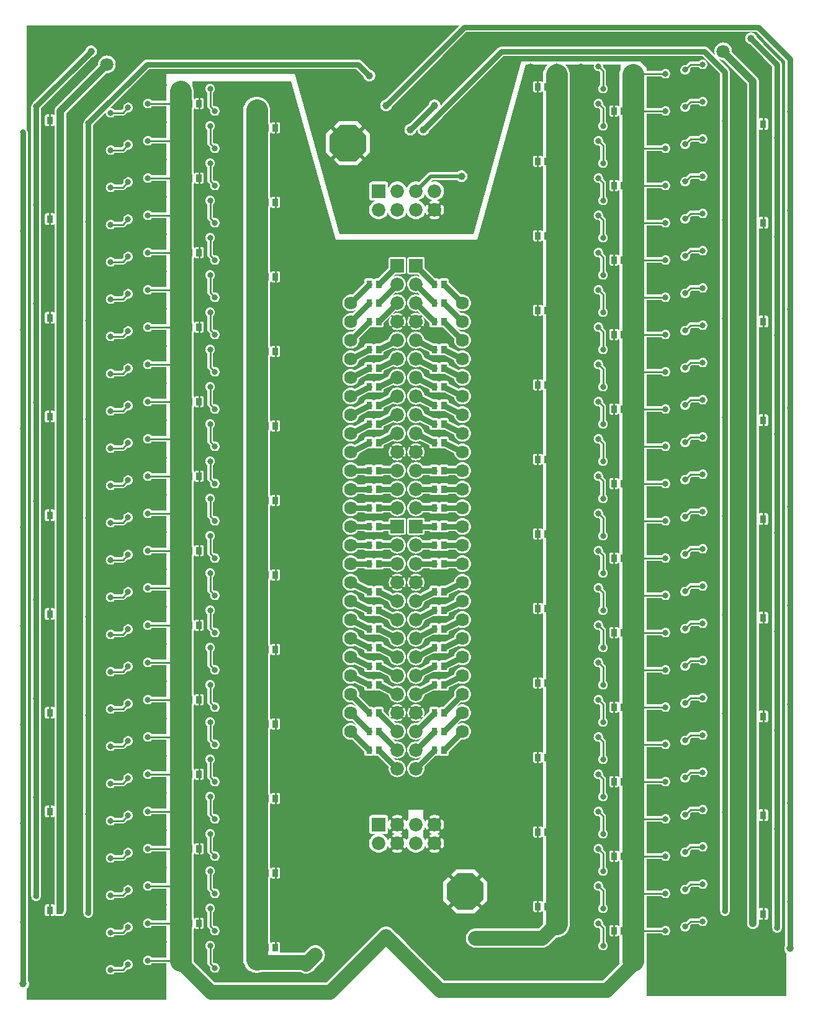
<source format=gbr>
G04 start of page 3 for group 1 idx 1 *
G04 Title: NVMemProg_Driver, bottom *
G04 Creator: pcb 1.99z *
G04 CreationDate: Mon Nov  7 15:47:13 2016 UTC *
G04 For: wojtek *
G04 Format: Gerber/RS-274X *
G04 PCB-Dimensions (mil): 4291.34 5354.33 *
G04 PCB-Coordinate-Origin: lower left *
%MOIN*%
%FSLAX25Y25*%
%LNBOTTOM*%
%ADD37C,0.0118*%
%ADD36C,0.0709*%
%ADD35C,0.0315*%
%ADD34C,0.0705*%
%ADD33C,0.0724*%
%ADD32C,0.0394*%
%ADD31C,0.0197*%
%ADD30C,0.0787*%
%ADD29C,0.0315*%
%ADD28C,0.1181*%
%ADD27C,0.0098*%
%ADD26C,0.0001*%
G54D26*G36*
X318813Y493515D02*X318902Y493461D01*
X319274Y493307D01*
X319665Y493213D01*
X320067Y493181D01*
X320468Y493213D01*
X320860Y493307D01*
X321232Y493461D01*
X321576Y493672D01*
X321882Y493933D01*
X322143Y494239D01*
X322354Y494583D01*
X322508Y494955D01*
X322602Y495347D01*
X322626Y495748D01*
X322602Y496150D01*
X322508Y496541D01*
X322354Y496913D01*
X322143Y497257D01*
X321882Y497563D01*
X321576Y497825D01*
X321543Y497844D01*
Y505190D01*
X321548Y505248D01*
X321529Y505480D01*
X321475Y505706D01*
X321386Y505920D01*
X321265Y506118D01*
X321114Y506295D01*
X321070Y506333D01*
X320093Y507309D01*
X320102Y507347D01*
X320126Y507748D01*
X320102Y508150D01*
X320008Y508541D01*
X319922Y508748D01*
X329567D01*
Y506123D01*
X329288Y505451D01*
X329027Y504363D01*
X328961Y503248D01*
Y486760D01*
X328913Y486730D01*
X328763Y486603D01*
X328636Y486453D01*
X328533Y486285D01*
X328457Y486103D01*
X328438Y486024D01*
X328438Y486026D01*
X328378Y486171D01*
X328295Y486306D01*
X328193Y486425D01*
X328074Y486528D01*
X327939Y486610D01*
X327794Y486670D01*
X327641Y486707D01*
X327484Y486716D01*
X324375Y486707D01*
X324222Y486670D01*
X324077Y486610D01*
X323942Y486528D01*
X323823Y486425D01*
X323720Y486306D01*
X323638Y486171D01*
X323578Y486026D01*
X323541Y485873D01*
X323532Y485716D01*
X323541Y481623D01*
X323578Y481470D01*
X323638Y481325D01*
X323720Y481190D01*
X323823Y481071D01*
X323942Y480969D01*
X324077Y480886D01*
X324222Y480826D01*
X324375Y480789D01*
X324532Y480780D01*
X327641Y480789D01*
X327794Y480826D01*
X327939Y480886D01*
X328074Y480969D01*
X328193Y481071D01*
X328295Y481190D01*
X328378Y481325D01*
X328438Y481470D01*
X328438Y481472D01*
X328457Y481393D01*
X328533Y481211D01*
X328636Y481043D01*
X328763Y480893D01*
X328913Y480766D01*
X328961Y480736D01*
Y446760D01*
X328913Y446730D01*
X328763Y446603D01*
X328636Y446453D01*
X328533Y446285D01*
X328457Y446103D01*
X328438Y446024D01*
X328438Y446026D01*
X328378Y446171D01*
X328295Y446306D01*
X328193Y446425D01*
X328074Y446528D01*
X327939Y446610D01*
X327794Y446670D01*
X327641Y446707D01*
X327484Y446716D01*
X324375Y446707D01*
X324222Y446670D01*
X324077Y446610D01*
X323942Y446528D01*
X323823Y446425D01*
X323720Y446306D01*
X323638Y446171D01*
X323578Y446026D01*
X323541Y445873D01*
X323532Y445716D01*
X323541Y441623D01*
X323578Y441470D01*
X323638Y441325D01*
X323720Y441190D01*
X323823Y441071D01*
X323942Y440969D01*
X324077Y440886D01*
X324222Y440826D01*
X324375Y440789D01*
X324532Y440780D01*
X327641Y440789D01*
X327794Y440826D01*
X327939Y440886D01*
X328074Y440969D01*
X328193Y441071D01*
X328295Y441190D01*
X328378Y441325D01*
X328438Y441470D01*
X328438Y441472D01*
X328457Y441393D01*
X328533Y441211D01*
X328636Y441043D01*
X328763Y440893D01*
X328913Y440766D01*
X328961Y440736D01*
Y406760D01*
X328913Y406730D01*
X328763Y406603D01*
X328636Y406453D01*
X328533Y406285D01*
X328457Y406103D01*
X328438Y406024D01*
X328438Y406026D01*
X328378Y406171D01*
X328295Y406306D01*
X328193Y406425D01*
X328074Y406528D01*
X327939Y406610D01*
X327794Y406670D01*
X327641Y406707D01*
X327484Y406716D01*
X324375Y406707D01*
X324222Y406670D01*
X324077Y406610D01*
X323942Y406528D01*
X323823Y406425D01*
X323720Y406306D01*
X323638Y406171D01*
X323578Y406026D01*
X323541Y405873D01*
X323532Y405716D01*
X323541Y401623D01*
X323578Y401470D01*
X323638Y401325D01*
X323720Y401190D01*
X323823Y401071D01*
X323942Y400969D01*
X324077Y400886D01*
X324222Y400826D01*
X324375Y400789D01*
X324532Y400780D01*
X327641Y400789D01*
X327794Y400826D01*
X327939Y400886D01*
X328074Y400969D01*
X328193Y401071D01*
X328295Y401190D01*
X328378Y401325D01*
X328438Y401470D01*
X328438Y401472D01*
X328457Y401393D01*
X328533Y401211D01*
X328636Y401043D01*
X328763Y400893D01*
X328913Y400766D01*
X328961Y400736D01*
Y366760D01*
X328913Y366730D01*
X328763Y366603D01*
X328636Y366453D01*
X328533Y366285D01*
X328457Y366103D01*
X328438Y366024D01*
X328438Y366026D01*
X328378Y366171D01*
X328295Y366306D01*
X328193Y366425D01*
X328074Y366528D01*
X327939Y366610D01*
X327794Y366670D01*
X327641Y366707D01*
X327484Y366716D01*
X324375Y366707D01*
X324222Y366670D01*
X324077Y366610D01*
X323942Y366528D01*
X323823Y366425D01*
X323720Y366306D01*
X323638Y366171D01*
X323578Y366026D01*
X323541Y365873D01*
X323532Y365716D01*
X323541Y361623D01*
X323578Y361470D01*
X323638Y361325D01*
X323720Y361190D01*
X323823Y361071D01*
X323942Y360969D01*
X324077Y360886D01*
X324222Y360826D01*
X324375Y360789D01*
X324532Y360780D01*
X327641Y360789D01*
X327794Y360826D01*
X327939Y360886D01*
X328074Y360969D01*
X328193Y361071D01*
X328295Y361190D01*
X328378Y361325D01*
X328438Y361470D01*
X328438Y361472D01*
X328457Y361393D01*
X328533Y361211D01*
X328636Y361043D01*
X328763Y360893D01*
X328913Y360766D01*
X328961Y360736D01*
Y326760D01*
X328913Y326730D01*
X328763Y326603D01*
X328636Y326453D01*
X328533Y326285D01*
X328457Y326103D01*
X328438Y326024D01*
X328438Y326026D01*
X328378Y326171D01*
X328295Y326306D01*
X328193Y326425D01*
X328074Y326528D01*
X327939Y326610D01*
X327794Y326670D01*
X327641Y326707D01*
X327484Y326716D01*
X324375Y326707D01*
X324222Y326670D01*
X324077Y326610D01*
X323942Y326528D01*
X323823Y326425D01*
X323720Y326306D01*
X323638Y326171D01*
X323578Y326026D01*
X323541Y325873D01*
X323532Y325716D01*
X323541Y321623D01*
X323578Y321470D01*
X323638Y321325D01*
X323720Y321190D01*
X323823Y321071D01*
X323942Y320969D01*
X324077Y320886D01*
X324222Y320826D01*
X324375Y320789D01*
X324532Y320780D01*
X327641Y320789D01*
X327794Y320826D01*
X327939Y320886D01*
X328074Y320969D01*
X328193Y321071D01*
X328295Y321190D01*
X328378Y321325D01*
X328438Y321470D01*
X328438Y321472D01*
X328457Y321393D01*
X328533Y321211D01*
X328636Y321043D01*
X328763Y320893D01*
X328913Y320766D01*
X328961Y320736D01*
Y286760D01*
X328913Y286730D01*
X328763Y286603D01*
X328636Y286453D01*
X328533Y286285D01*
X328457Y286103D01*
X328438Y286024D01*
X328438Y286026D01*
X328378Y286171D01*
X328295Y286306D01*
X328193Y286425D01*
X328074Y286528D01*
X327939Y286610D01*
X327794Y286670D01*
X327641Y286707D01*
X327484Y286716D01*
X324375Y286707D01*
X324222Y286670D01*
X324077Y286610D01*
X323942Y286528D01*
X323823Y286425D01*
X323720Y286306D01*
X323638Y286171D01*
X323578Y286026D01*
X323541Y285873D01*
X323532Y285716D01*
X323541Y281623D01*
X323578Y281470D01*
X323638Y281325D01*
X323720Y281190D01*
X323823Y281071D01*
X323942Y280969D01*
X324077Y280886D01*
X324222Y280826D01*
X324375Y280789D01*
X324532Y280780D01*
X327641Y280789D01*
X327794Y280826D01*
X327939Y280886D01*
X328074Y280969D01*
X328193Y281071D01*
X328295Y281190D01*
X328378Y281325D01*
X328438Y281470D01*
X328438Y281472D01*
X328457Y281393D01*
X328533Y281211D01*
X328636Y281043D01*
X328763Y280893D01*
X328913Y280766D01*
X328961Y280736D01*
Y246760D01*
X328913Y246730D01*
X328763Y246603D01*
X328636Y246453D01*
X328533Y246285D01*
X328457Y246103D01*
X328438Y246024D01*
X328438Y246026D01*
X328378Y246171D01*
X328295Y246306D01*
X328193Y246425D01*
X328074Y246528D01*
X327939Y246610D01*
X327794Y246670D01*
X327641Y246707D01*
X327484Y246716D01*
X324375Y246707D01*
X324222Y246670D01*
X324077Y246610D01*
X323942Y246528D01*
X323823Y246425D01*
X323720Y246306D01*
X323638Y246171D01*
X323578Y246026D01*
X323541Y245873D01*
X323532Y245716D01*
X323541Y241623D01*
X323578Y241470D01*
X323638Y241325D01*
X323720Y241190D01*
X323823Y241071D01*
X323942Y240969D01*
X324077Y240886D01*
X324222Y240826D01*
X324375Y240789D01*
X324532Y240780D01*
X327641Y240789D01*
X327794Y240826D01*
X327939Y240886D01*
X328074Y240969D01*
X328193Y241071D01*
X328295Y241190D01*
X328378Y241325D01*
X328438Y241470D01*
X328438Y241472D01*
X328457Y241393D01*
X328533Y241211D01*
X328636Y241043D01*
X328763Y240893D01*
X328913Y240766D01*
X328961Y240736D01*
Y206760D01*
X328913Y206730D01*
X328763Y206603D01*
X328636Y206453D01*
X328533Y206285D01*
X328457Y206103D01*
X328438Y206024D01*
X328438Y206026D01*
X328378Y206171D01*
X328295Y206306D01*
X328193Y206425D01*
X328074Y206528D01*
X327939Y206610D01*
X327794Y206670D01*
X327641Y206707D01*
X327484Y206716D01*
X324375Y206707D01*
X324222Y206670D01*
X324077Y206610D01*
X323942Y206528D01*
X323823Y206425D01*
X323720Y206306D01*
X323638Y206171D01*
X323578Y206026D01*
X323541Y205873D01*
X323532Y205716D01*
X323541Y201623D01*
X323578Y201470D01*
X323638Y201325D01*
X323720Y201190D01*
X323823Y201071D01*
X323942Y200969D01*
X324077Y200886D01*
X324222Y200826D01*
X324375Y200789D01*
X324532Y200780D01*
X327641Y200789D01*
X327794Y200826D01*
X327939Y200886D01*
X328074Y200969D01*
X328193Y201071D01*
X328295Y201190D01*
X328378Y201325D01*
X328438Y201470D01*
X328438Y201472D01*
X328457Y201393D01*
X328533Y201211D01*
X328636Y201043D01*
X328763Y200893D01*
X328913Y200766D01*
X328961Y200736D01*
Y166760D01*
X328913Y166730D01*
X328763Y166603D01*
X328636Y166453D01*
X328533Y166285D01*
X328457Y166103D01*
X328438Y166024D01*
X328438Y166026D01*
X328378Y166171D01*
X328295Y166306D01*
X328193Y166425D01*
X328074Y166528D01*
X327939Y166610D01*
X327794Y166670D01*
X327641Y166707D01*
X327484Y166716D01*
X324375Y166707D01*
X324222Y166670D01*
X324077Y166610D01*
X323942Y166528D01*
X323823Y166425D01*
X323720Y166306D01*
X323638Y166171D01*
X323578Y166026D01*
X323541Y165873D01*
X323532Y165716D01*
X323541Y161623D01*
X323578Y161470D01*
X323638Y161325D01*
X323720Y161190D01*
X323823Y161071D01*
X323942Y160969D01*
X324077Y160886D01*
X324222Y160826D01*
X324375Y160789D01*
X324532Y160780D01*
X327641Y160789D01*
X327794Y160826D01*
X327939Y160886D01*
X328074Y160969D01*
X328193Y161071D01*
X328295Y161190D01*
X328378Y161325D01*
X328438Y161470D01*
X328438Y161472D01*
X328457Y161393D01*
X328533Y161211D01*
X328636Y161043D01*
X328763Y160893D01*
X328913Y160766D01*
X328961Y160736D01*
Y126760D01*
X328913Y126730D01*
X328763Y126603D01*
X328636Y126453D01*
X328533Y126285D01*
X328457Y126103D01*
X328438Y126024D01*
X328438Y126026D01*
X328378Y126171D01*
X328295Y126306D01*
X328193Y126425D01*
X328074Y126528D01*
X327939Y126610D01*
X327794Y126670D01*
X327641Y126707D01*
X327484Y126716D01*
X324375Y126707D01*
X324222Y126670D01*
X324077Y126610D01*
X323942Y126528D01*
X323823Y126425D01*
X323720Y126306D01*
X323638Y126171D01*
X323578Y126026D01*
X323541Y125873D01*
X323532Y125716D01*
X323541Y121623D01*
X323578Y121470D01*
X323638Y121325D01*
X323720Y121190D01*
X323823Y121071D01*
X323942Y120969D01*
X324077Y120886D01*
X324222Y120826D01*
X324375Y120789D01*
X324532Y120780D01*
X327641Y120789D01*
X327794Y120826D01*
X327939Y120886D01*
X328074Y120969D01*
X328193Y121071D01*
X328295Y121190D01*
X328378Y121325D01*
X328438Y121470D01*
X328438Y121472D01*
X328457Y121393D01*
X328533Y121211D01*
X328636Y121043D01*
X328763Y120893D01*
X328913Y120766D01*
X328961Y120736D01*
Y86760D01*
X328913Y86730D01*
X328763Y86603D01*
X328636Y86453D01*
X328533Y86285D01*
X328457Y86103D01*
X328438Y86024D01*
X328438Y86026D01*
X328378Y86171D01*
X328295Y86306D01*
X328193Y86425D01*
X328074Y86528D01*
X327939Y86610D01*
X327794Y86670D01*
X327641Y86707D01*
X327484Y86716D01*
X324375Y86707D01*
X324222Y86670D01*
X324077Y86610D01*
X323942Y86528D01*
X323823Y86425D01*
X323720Y86306D01*
X323638Y86171D01*
X323578Y86026D01*
X323541Y85873D01*
X323532Y85716D01*
X323541Y81623D01*
X323578Y81470D01*
X323638Y81325D01*
X323720Y81190D01*
X323823Y81071D01*
X323942Y80969D01*
X324077Y80886D01*
X324222Y80826D01*
X324375Y80789D01*
X324532Y80780D01*
X327641Y80789D01*
X327794Y80826D01*
X327939Y80886D01*
X328074Y80969D01*
X328193Y81071D01*
X328295Y81190D01*
X328378Y81325D01*
X328438Y81470D01*
X328438Y81472D01*
X328457Y81393D01*
X328533Y81211D01*
X328636Y81043D01*
X328763Y80893D01*
X328913Y80766D01*
X328961Y80736D01*
Y46760D01*
X328913Y46730D01*
X328763Y46603D01*
X328636Y46453D01*
X328533Y46285D01*
X328457Y46103D01*
X328438Y46024D01*
X328438Y46026D01*
X328378Y46171D01*
X328295Y46306D01*
X328193Y46425D01*
X328074Y46528D01*
X327939Y46610D01*
X327794Y46670D01*
X327641Y46707D01*
X327484Y46716D01*
X324375Y46707D01*
X324222Y46670D01*
X324077Y46610D01*
X323942Y46528D01*
X323823Y46425D01*
X323720Y46306D01*
X323638Y46171D01*
X323578Y46026D01*
X323541Y45873D01*
X323532Y45716D01*
X323541Y41623D01*
X323578Y41470D01*
X323638Y41325D01*
X323720Y41190D01*
X323823Y41071D01*
X323942Y40969D01*
X324077Y40886D01*
X324222Y40826D01*
X324375Y40789D01*
X324532Y40780D01*
X327641Y40789D01*
X327794Y40826D01*
X327939Y40886D01*
X328074Y40969D01*
X328193Y41071D01*
X328295Y41190D01*
X328378Y41325D01*
X328438Y41470D01*
X328438Y41472D01*
X328457Y41393D01*
X328533Y41211D01*
X328636Y41043D01*
X328763Y40893D01*
X328913Y40766D01*
X328961Y40736D01*
Y27748D01*
X329027Y26633D01*
X329155Y26101D01*
X319939Y16885D01*
X318813D01*
Y33515D01*
X318902Y33461D01*
X319274Y33307D01*
X319665Y33213D01*
X320067Y33181D01*
X320468Y33213D01*
X320860Y33307D01*
X321232Y33461D01*
X321576Y33672D01*
X321882Y33933D01*
X322143Y34239D01*
X322354Y34583D01*
X322508Y34955D01*
X322602Y35347D01*
X322626Y35748D01*
X322602Y36150D01*
X322508Y36541D01*
X322354Y36913D01*
X322143Y37257D01*
X321882Y37563D01*
X321576Y37825D01*
X321543Y37844D01*
Y45190D01*
X321548Y45248D01*
X321529Y45480D01*
X321475Y45706D01*
X321386Y45920D01*
X321265Y46118D01*
X321114Y46295D01*
X321070Y46333D01*
X320093Y47309D01*
X320102Y47347D01*
X320126Y47748D01*
X320102Y48150D01*
X320008Y48541D01*
X319854Y48913D01*
X319643Y49257D01*
X319382Y49563D01*
X319076Y49825D01*
X318813Y49985D01*
Y53515D01*
X318902Y53461D01*
X319274Y53307D01*
X319665Y53213D01*
X320067Y53181D01*
X320468Y53213D01*
X320860Y53307D01*
X321232Y53461D01*
X321576Y53672D01*
X321882Y53933D01*
X322143Y54239D01*
X322354Y54583D01*
X322508Y54955D01*
X322602Y55347D01*
X322626Y55748D01*
X322602Y56150D01*
X322508Y56541D01*
X322354Y56913D01*
X322143Y57257D01*
X321882Y57563D01*
X321576Y57825D01*
X321543Y57844D01*
Y65190D01*
X321548Y65248D01*
X321529Y65480D01*
X321475Y65706D01*
X321386Y65920D01*
X321265Y66118D01*
X321114Y66295D01*
X321070Y66333D01*
X320093Y67309D01*
X320102Y67347D01*
X320126Y67748D01*
X320102Y68150D01*
X320008Y68541D01*
X319854Y68913D01*
X319643Y69257D01*
X319382Y69563D01*
X319076Y69825D01*
X318813Y69985D01*
Y73515D01*
X318902Y73461D01*
X319274Y73307D01*
X319665Y73213D01*
X320067Y73181D01*
X320468Y73213D01*
X320860Y73307D01*
X321232Y73461D01*
X321576Y73672D01*
X321882Y73933D01*
X322143Y74239D01*
X322354Y74583D01*
X322508Y74955D01*
X322602Y75347D01*
X322626Y75748D01*
X322602Y76150D01*
X322508Y76541D01*
X322354Y76913D01*
X322143Y77257D01*
X321882Y77563D01*
X321576Y77825D01*
X321543Y77844D01*
Y85190D01*
X321548Y85248D01*
X321529Y85480D01*
X321475Y85706D01*
X321386Y85920D01*
X321265Y86118D01*
X321114Y86295D01*
X321070Y86333D01*
X320093Y87309D01*
X320102Y87347D01*
X320126Y87748D01*
X320102Y88150D01*
X320008Y88541D01*
X319854Y88913D01*
X319643Y89257D01*
X319382Y89563D01*
X319076Y89825D01*
X318813Y89985D01*
Y93515D01*
X318902Y93461D01*
X319274Y93307D01*
X319665Y93213D01*
X320067Y93181D01*
X320468Y93213D01*
X320860Y93307D01*
X321232Y93461D01*
X321576Y93672D01*
X321882Y93933D01*
X322143Y94239D01*
X322354Y94583D01*
X322508Y94955D01*
X322602Y95347D01*
X322626Y95748D01*
X322602Y96150D01*
X322508Y96541D01*
X322354Y96913D01*
X322143Y97257D01*
X321882Y97563D01*
X321576Y97825D01*
X321543Y97844D01*
Y105190D01*
X321548Y105248D01*
X321529Y105480D01*
X321475Y105706D01*
X321386Y105920D01*
X321265Y106118D01*
X321114Y106295D01*
X321070Y106333D01*
X320093Y107309D01*
X320102Y107347D01*
X320126Y107748D01*
X320102Y108150D01*
X320008Y108541D01*
X319854Y108913D01*
X319643Y109257D01*
X319382Y109563D01*
X319076Y109825D01*
X318813Y109985D01*
Y113515D01*
X318902Y113461D01*
X319274Y113307D01*
X319665Y113213D01*
X320067Y113181D01*
X320468Y113213D01*
X320860Y113307D01*
X321232Y113461D01*
X321576Y113672D01*
X321882Y113933D01*
X322143Y114239D01*
X322354Y114583D01*
X322508Y114955D01*
X322602Y115347D01*
X322626Y115748D01*
X322602Y116150D01*
X322508Y116541D01*
X322354Y116913D01*
X322143Y117257D01*
X321882Y117563D01*
X321576Y117825D01*
X321543Y117844D01*
Y125190D01*
X321548Y125248D01*
X321529Y125480D01*
X321475Y125706D01*
X321386Y125920D01*
X321265Y126118D01*
X321114Y126295D01*
X321070Y126333D01*
X320093Y127309D01*
X320102Y127347D01*
X320126Y127748D01*
X320102Y128150D01*
X320008Y128541D01*
X319854Y128913D01*
X319643Y129257D01*
X319382Y129563D01*
X319076Y129825D01*
X318813Y129985D01*
Y133515D01*
X318902Y133461D01*
X319274Y133307D01*
X319665Y133213D01*
X320067Y133181D01*
X320468Y133213D01*
X320860Y133307D01*
X321232Y133461D01*
X321576Y133672D01*
X321882Y133933D01*
X322143Y134239D01*
X322354Y134583D01*
X322508Y134955D01*
X322602Y135347D01*
X322626Y135748D01*
X322602Y136150D01*
X322508Y136541D01*
X322354Y136913D01*
X322143Y137257D01*
X321882Y137563D01*
X321576Y137825D01*
X321543Y137844D01*
Y145190D01*
X321548Y145248D01*
X321529Y145480D01*
X321475Y145706D01*
X321386Y145920D01*
X321265Y146118D01*
X321114Y146295D01*
X321070Y146333D01*
X320093Y147309D01*
X320102Y147347D01*
X320126Y147748D01*
X320102Y148150D01*
X320008Y148541D01*
X319854Y148913D01*
X319643Y149257D01*
X319382Y149563D01*
X319076Y149825D01*
X318813Y149985D01*
Y153515D01*
X318902Y153461D01*
X319274Y153307D01*
X319665Y153213D01*
X320067Y153181D01*
X320468Y153213D01*
X320860Y153307D01*
X321232Y153461D01*
X321576Y153672D01*
X321882Y153933D01*
X322143Y154239D01*
X322354Y154583D01*
X322508Y154955D01*
X322602Y155347D01*
X322626Y155748D01*
X322602Y156150D01*
X322508Y156541D01*
X322354Y156913D01*
X322143Y157257D01*
X321882Y157563D01*
X321576Y157825D01*
X321543Y157844D01*
Y165190D01*
X321548Y165248D01*
X321529Y165480D01*
X321475Y165706D01*
X321386Y165920D01*
X321265Y166118D01*
X321114Y166295D01*
X321070Y166333D01*
X320093Y167309D01*
X320102Y167347D01*
X320126Y167748D01*
X320102Y168150D01*
X320008Y168541D01*
X319854Y168913D01*
X319643Y169257D01*
X319382Y169563D01*
X319076Y169825D01*
X318813Y169985D01*
Y173515D01*
X318902Y173461D01*
X319274Y173307D01*
X319665Y173213D01*
X320067Y173181D01*
X320468Y173213D01*
X320860Y173307D01*
X321232Y173461D01*
X321576Y173672D01*
X321882Y173933D01*
X322143Y174239D01*
X322354Y174583D01*
X322508Y174955D01*
X322602Y175347D01*
X322626Y175748D01*
X322602Y176150D01*
X322508Y176541D01*
X322354Y176913D01*
X322143Y177257D01*
X321882Y177563D01*
X321576Y177825D01*
X321543Y177844D01*
Y185190D01*
X321548Y185248D01*
X321529Y185480D01*
X321475Y185706D01*
X321386Y185920D01*
X321265Y186118D01*
X321114Y186295D01*
X321070Y186333D01*
X320093Y187309D01*
X320102Y187347D01*
X320126Y187748D01*
X320102Y188150D01*
X320008Y188541D01*
X319854Y188913D01*
X319643Y189257D01*
X319382Y189563D01*
X319076Y189825D01*
X318813Y189985D01*
Y193515D01*
X318902Y193461D01*
X319274Y193307D01*
X319665Y193213D01*
X320067Y193181D01*
X320468Y193213D01*
X320860Y193307D01*
X321232Y193461D01*
X321576Y193672D01*
X321882Y193933D01*
X322143Y194239D01*
X322354Y194583D01*
X322508Y194955D01*
X322602Y195347D01*
X322626Y195748D01*
X322602Y196150D01*
X322508Y196541D01*
X322354Y196913D01*
X322143Y197257D01*
X321882Y197563D01*
X321576Y197825D01*
X321543Y197844D01*
Y205190D01*
X321548Y205248D01*
X321529Y205480D01*
X321475Y205706D01*
X321386Y205920D01*
X321265Y206118D01*
X321114Y206295D01*
X321070Y206333D01*
X320093Y207309D01*
X320102Y207347D01*
X320126Y207748D01*
X320102Y208150D01*
X320008Y208541D01*
X319854Y208913D01*
X319643Y209257D01*
X319382Y209563D01*
X319076Y209825D01*
X318813Y209985D01*
Y213515D01*
X318902Y213461D01*
X319274Y213307D01*
X319665Y213213D01*
X320067Y213181D01*
X320468Y213213D01*
X320860Y213307D01*
X321232Y213461D01*
X321576Y213672D01*
X321882Y213933D01*
X322143Y214239D01*
X322354Y214583D01*
X322508Y214955D01*
X322602Y215347D01*
X322626Y215748D01*
X322602Y216150D01*
X322508Y216541D01*
X322354Y216913D01*
X322143Y217257D01*
X321882Y217563D01*
X321576Y217825D01*
X321543Y217844D01*
Y225190D01*
X321548Y225248D01*
X321529Y225480D01*
X321475Y225706D01*
X321386Y225920D01*
X321265Y226118D01*
X321114Y226295D01*
X321070Y226333D01*
X320093Y227309D01*
X320102Y227347D01*
X320126Y227748D01*
X320102Y228150D01*
X320008Y228541D01*
X319854Y228913D01*
X319643Y229257D01*
X319382Y229563D01*
X319076Y229825D01*
X318813Y229985D01*
Y233515D01*
X318902Y233461D01*
X319274Y233307D01*
X319665Y233213D01*
X320067Y233181D01*
X320468Y233213D01*
X320860Y233307D01*
X321232Y233461D01*
X321576Y233672D01*
X321882Y233933D01*
X322143Y234239D01*
X322354Y234583D01*
X322508Y234955D01*
X322602Y235347D01*
X322626Y235748D01*
X322602Y236150D01*
X322508Y236541D01*
X322354Y236913D01*
X322143Y237257D01*
X321882Y237563D01*
X321576Y237825D01*
X321543Y237844D01*
Y245190D01*
X321548Y245248D01*
X321529Y245480D01*
X321475Y245706D01*
X321386Y245920D01*
X321265Y246118D01*
X321114Y246295D01*
X321070Y246333D01*
X320093Y247309D01*
X320102Y247347D01*
X320126Y247748D01*
X320102Y248150D01*
X320008Y248541D01*
X319854Y248913D01*
X319643Y249257D01*
X319382Y249563D01*
X319076Y249825D01*
X318813Y249985D01*
Y253515D01*
X318902Y253461D01*
X319274Y253307D01*
X319665Y253213D01*
X320067Y253181D01*
X320468Y253213D01*
X320860Y253307D01*
X321232Y253461D01*
X321576Y253672D01*
X321882Y253933D01*
X322143Y254239D01*
X322354Y254583D01*
X322508Y254955D01*
X322602Y255347D01*
X322626Y255748D01*
X322602Y256150D01*
X322508Y256541D01*
X322354Y256913D01*
X322143Y257257D01*
X321882Y257563D01*
X321576Y257825D01*
X321543Y257844D01*
Y265190D01*
X321548Y265248D01*
X321529Y265480D01*
X321475Y265706D01*
X321386Y265920D01*
X321265Y266118D01*
X321114Y266295D01*
X321070Y266333D01*
X320093Y267309D01*
X320102Y267347D01*
X320126Y267748D01*
X320102Y268150D01*
X320008Y268541D01*
X319854Y268913D01*
X319643Y269257D01*
X319382Y269563D01*
X319076Y269825D01*
X318813Y269985D01*
Y273515D01*
X318902Y273461D01*
X319274Y273307D01*
X319665Y273213D01*
X320067Y273181D01*
X320468Y273213D01*
X320860Y273307D01*
X321232Y273461D01*
X321576Y273672D01*
X321882Y273933D01*
X322143Y274239D01*
X322354Y274583D01*
X322508Y274955D01*
X322602Y275347D01*
X322626Y275748D01*
X322602Y276150D01*
X322508Y276541D01*
X322354Y276913D01*
X322143Y277257D01*
X321882Y277563D01*
X321576Y277825D01*
X321543Y277844D01*
Y285190D01*
X321548Y285248D01*
X321529Y285480D01*
X321475Y285706D01*
X321386Y285920D01*
X321265Y286118D01*
X321114Y286295D01*
X321070Y286333D01*
X320093Y287309D01*
X320102Y287347D01*
X320126Y287748D01*
X320102Y288150D01*
X320008Y288541D01*
X319854Y288913D01*
X319643Y289257D01*
X319382Y289563D01*
X319076Y289825D01*
X318813Y289985D01*
Y293515D01*
X318902Y293461D01*
X319274Y293307D01*
X319665Y293213D01*
X320067Y293181D01*
X320468Y293213D01*
X320860Y293307D01*
X321232Y293461D01*
X321576Y293672D01*
X321882Y293933D01*
X322143Y294239D01*
X322354Y294583D01*
X322508Y294955D01*
X322602Y295347D01*
X322626Y295748D01*
X322602Y296150D01*
X322508Y296541D01*
X322354Y296913D01*
X322143Y297257D01*
X321882Y297563D01*
X321576Y297825D01*
X321543Y297844D01*
Y305190D01*
X321548Y305248D01*
X321529Y305480D01*
X321475Y305706D01*
X321386Y305920D01*
X321265Y306118D01*
X321114Y306295D01*
X321070Y306333D01*
X320093Y307309D01*
X320102Y307347D01*
X320126Y307748D01*
X320102Y308150D01*
X320008Y308541D01*
X319854Y308913D01*
X319643Y309257D01*
X319382Y309563D01*
X319076Y309825D01*
X318813Y309985D01*
Y313515D01*
X318902Y313461D01*
X319274Y313307D01*
X319665Y313213D01*
X320067Y313181D01*
X320468Y313213D01*
X320860Y313307D01*
X321232Y313461D01*
X321576Y313672D01*
X321882Y313933D01*
X322143Y314239D01*
X322354Y314583D01*
X322508Y314955D01*
X322602Y315347D01*
X322626Y315748D01*
X322602Y316150D01*
X322508Y316541D01*
X322354Y316913D01*
X322143Y317257D01*
X321882Y317563D01*
X321576Y317825D01*
X321543Y317844D01*
Y325190D01*
X321548Y325248D01*
X321529Y325480D01*
X321475Y325706D01*
X321386Y325920D01*
X321265Y326118D01*
X321114Y326295D01*
X321070Y326333D01*
X320093Y327309D01*
X320102Y327347D01*
X320126Y327748D01*
X320102Y328150D01*
X320008Y328541D01*
X319854Y328913D01*
X319643Y329257D01*
X319382Y329563D01*
X319076Y329825D01*
X318813Y329985D01*
Y333515D01*
X318902Y333461D01*
X319274Y333307D01*
X319665Y333213D01*
X320067Y333181D01*
X320468Y333213D01*
X320860Y333307D01*
X321232Y333461D01*
X321576Y333672D01*
X321882Y333933D01*
X322143Y334239D01*
X322354Y334583D01*
X322508Y334955D01*
X322602Y335347D01*
X322626Y335748D01*
X322602Y336150D01*
X322508Y336541D01*
X322354Y336913D01*
X322143Y337257D01*
X321882Y337563D01*
X321576Y337825D01*
X321543Y337844D01*
Y345190D01*
X321548Y345248D01*
X321529Y345480D01*
X321475Y345706D01*
X321386Y345920D01*
X321265Y346118D01*
X321114Y346295D01*
X321070Y346333D01*
X320093Y347309D01*
X320102Y347347D01*
X320126Y347748D01*
X320102Y348150D01*
X320008Y348541D01*
X319854Y348913D01*
X319643Y349257D01*
X319382Y349563D01*
X319076Y349825D01*
X318813Y349985D01*
Y353515D01*
X318902Y353461D01*
X319274Y353307D01*
X319665Y353213D01*
X320067Y353181D01*
X320468Y353213D01*
X320860Y353307D01*
X321232Y353461D01*
X321576Y353672D01*
X321882Y353933D01*
X322143Y354239D01*
X322354Y354583D01*
X322508Y354955D01*
X322602Y355347D01*
X322626Y355748D01*
X322602Y356150D01*
X322508Y356541D01*
X322354Y356913D01*
X322143Y357257D01*
X321882Y357563D01*
X321576Y357825D01*
X321543Y357844D01*
Y365190D01*
X321548Y365248D01*
X321529Y365480D01*
X321475Y365706D01*
X321386Y365920D01*
X321265Y366118D01*
X321114Y366295D01*
X321070Y366333D01*
X320093Y367309D01*
X320102Y367347D01*
X320126Y367748D01*
X320102Y368150D01*
X320008Y368541D01*
X319854Y368913D01*
X319643Y369257D01*
X319382Y369563D01*
X319076Y369825D01*
X318813Y369985D01*
Y373515D01*
X318902Y373461D01*
X319274Y373307D01*
X319665Y373213D01*
X320067Y373181D01*
X320468Y373213D01*
X320860Y373307D01*
X321232Y373461D01*
X321576Y373672D01*
X321882Y373933D01*
X322143Y374239D01*
X322354Y374583D01*
X322508Y374955D01*
X322602Y375347D01*
X322626Y375748D01*
X322602Y376150D01*
X322508Y376541D01*
X322354Y376913D01*
X322143Y377257D01*
X321882Y377563D01*
X321576Y377825D01*
X321543Y377844D01*
Y385190D01*
X321548Y385248D01*
X321529Y385480D01*
X321475Y385706D01*
X321386Y385920D01*
X321265Y386118D01*
X321114Y386295D01*
X321070Y386333D01*
X320093Y387309D01*
X320102Y387347D01*
X320126Y387748D01*
X320102Y388150D01*
X320008Y388541D01*
X319854Y388913D01*
X319643Y389257D01*
X319382Y389563D01*
X319076Y389825D01*
X318813Y389985D01*
Y393515D01*
X318902Y393461D01*
X319274Y393307D01*
X319665Y393213D01*
X320067Y393181D01*
X320468Y393213D01*
X320860Y393307D01*
X321232Y393461D01*
X321576Y393672D01*
X321882Y393933D01*
X322143Y394239D01*
X322354Y394583D01*
X322508Y394955D01*
X322602Y395347D01*
X322626Y395748D01*
X322602Y396150D01*
X322508Y396541D01*
X322354Y396913D01*
X322143Y397257D01*
X321882Y397563D01*
X321576Y397825D01*
X321543Y397844D01*
Y405190D01*
X321548Y405248D01*
X321529Y405480D01*
X321475Y405706D01*
X321386Y405920D01*
X321265Y406118D01*
X321114Y406295D01*
X321070Y406333D01*
X320093Y407309D01*
X320102Y407347D01*
X320126Y407748D01*
X320102Y408150D01*
X320008Y408541D01*
X319854Y408913D01*
X319643Y409257D01*
X319382Y409563D01*
X319076Y409825D01*
X318813Y409985D01*
Y413515D01*
X318902Y413461D01*
X319274Y413307D01*
X319665Y413213D01*
X320067Y413181D01*
X320468Y413213D01*
X320860Y413307D01*
X321232Y413461D01*
X321576Y413672D01*
X321882Y413933D01*
X322143Y414239D01*
X322354Y414583D01*
X322508Y414955D01*
X322602Y415347D01*
X322626Y415748D01*
X322602Y416150D01*
X322508Y416541D01*
X322354Y416913D01*
X322143Y417257D01*
X321882Y417563D01*
X321576Y417825D01*
X321543Y417844D01*
Y425190D01*
X321548Y425248D01*
X321529Y425480D01*
X321475Y425706D01*
X321386Y425920D01*
X321265Y426118D01*
X321114Y426295D01*
X321070Y426333D01*
X320093Y427309D01*
X320102Y427347D01*
X320126Y427748D01*
X320102Y428150D01*
X320008Y428541D01*
X319854Y428913D01*
X319643Y429257D01*
X319382Y429563D01*
X319076Y429825D01*
X318813Y429985D01*
Y433515D01*
X318902Y433461D01*
X319274Y433307D01*
X319665Y433213D01*
X320067Y433181D01*
X320468Y433213D01*
X320860Y433307D01*
X321232Y433461D01*
X321576Y433672D01*
X321882Y433933D01*
X322143Y434239D01*
X322354Y434583D01*
X322508Y434955D01*
X322602Y435347D01*
X322626Y435748D01*
X322602Y436150D01*
X322508Y436541D01*
X322354Y436913D01*
X322143Y437257D01*
X321882Y437563D01*
X321576Y437825D01*
X321543Y437844D01*
Y445190D01*
X321548Y445248D01*
X321529Y445480D01*
X321475Y445706D01*
X321386Y445920D01*
X321265Y446118D01*
X321114Y446295D01*
X321070Y446333D01*
X320093Y447309D01*
X320102Y447347D01*
X320126Y447748D01*
X320102Y448150D01*
X320008Y448541D01*
X319854Y448913D01*
X319643Y449257D01*
X319382Y449563D01*
X319076Y449825D01*
X318813Y449985D01*
Y453515D01*
X318902Y453461D01*
X319274Y453307D01*
X319665Y453213D01*
X320067Y453181D01*
X320468Y453213D01*
X320860Y453307D01*
X321232Y453461D01*
X321576Y453672D01*
X321882Y453933D01*
X322143Y454239D01*
X322354Y454583D01*
X322508Y454955D01*
X322602Y455347D01*
X322626Y455748D01*
X322602Y456150D01*
X322508Y456541D01*
X322354Y456913D01*
X322143Y457257D01*
X321882Y457563D01*
X321576Y457825D01*
X321543Y457844D01*
Y465190D01*
X321548Y465248D01*
X321529Y465480D01*
X321475Y465706D01*
X321386Y465920D01*
X321265Y466118D01*
X321114Y466295D01*
X321070Y466333D01*
X320093Y467309D01*
X320102Y467347D01*
X320126Y467748D01*
X320102Y468150D01*
X320008Y468541D01*
X319854Y468913D01*
X319643Y469257D01*
X319382Y469563D01*
X319076Y469825D01*
X318813Y469985D01*
Y473515D01*
X318902Y473461D01*
X319274Y473307D01*
X319665Y473213D01*
X320067Y473181D01*
X320468Y473213D01*
X320860Y473307D01*
X321232Y473461D01*
X321576Y473672D01*
X321882Y473933D01*
X322143Y474239D01*
X322354Y474583D01*
X322508Y474955D01*
X322602Y475347D01*
X322626Y475748D01*
X322602Y476150D01*
X322508Y476541D01*
X322354Y476913D01*
X322143Y477257D01*
X321882Y477563D01*
X321576Y477825D01*
X321543Y477844D01*
Y485190D01*
X321548Y485248D01*
X321529Y485480D01*
X321475Y485706D01*
X321386Y485920D01*
X321265Y486118D01*
X321114Y486295D01*
X321070Y486333D01*
X320093Y487309D01*
X320102Y487347D01*
X320126Y487748D01*
X320102Y488150D01*
X320008Y488541D01*
X319854Y488913D01*
X319643Y489257D01*
X319382Y489563D01*
X319076Y489825D01*
X318813Y489985D01*
Y493515D01*
G37*
G36*
X255906Y60884D02*X255796Y60775D01*
Y69147D01*
X255906Y69038D01*
Y60884D01*
G37*
G36*
X255796Y34611D02*X287366D01*
X287567Y34595D01*
X288373Y34659D01*
X288373Y34659D01*
X289159Y34847D01*
X289906Y35157D01*
X290596Y35579D01*
X291211Y36104D01*
X291342Y36258D01*
X295216Y40132D01*
X296182Y40208D01*
X297269Y40469D01*
X298303Y40897D01*
X299256Y41482D01*
X300107Y42208D01*
X300833Y43059D01*
X301418Y44012D01*
X301846Y45046D01*
X302107Y46133D01*
X302172Y47248D01*
Y503248D01*
X302107Y504363D01*
X301846Y505451D01*
X301418Y506484D01*
X300833Y507437D01*
X300107Y508288D01*
X299568Y508748D01*
X315212D01*
X315126Y508541D01*
X315032Y508150D01*
X315000Y507748D01*
X315032Y507347D01*
X315126Y506955D01*
X315280Y506583D01*
X315490Y506239D01*
X315752Y505933D01*
X316058Y505672D01*
X316402Y505461D01*
X316774Y505307D01*
X317165Y505213D01*
X317567Y505181D01*
X317968Y505213D01*
X318006Y505222D01*
X318591Y504637D01*
Y497844D01*
X318558Y497825D01*
X318252Y497563D01*
X317990Y497257D01*
X317780Y496913D01*
X317626Y496541D01*
X317532Y496150D01*
X317500Y495748D01*
X317532Y495347D01*
X317626Y494955D01*
X317780Y494583D01*
X317990Y494239D01*
X318252Y493933D01*
X318558Y493672D01*
X318813Y493515D01*
Y489985D01*
X318732Y490035D01*
X318360Y490189D01*
X317968Y490283D01*
X317567Y490315D01*
X317165Y490283D01*
X316774Y490189D01*
X316402Y490035D01*
X316058Y489825D01*
X315752Y489563D01*
X315490Y489257D01*
X315280Y488913D01*
X315126Y488541D01*
X315032Y488150D01*
X315000Y487748D01*
X315032Y487347D01*
X315126Y486955D01*
X315280Y486583D01*
X315490Y486239D01*
X315752Y485933D01*
X316058Y485672D01*
X316402Y485461D01*
X316774Y485307D01*
X317165Y485213D01*
X317567Y485181D01*
X317968Y485213D01*
X318006Y485222D01*
X318591Y484637D01*
Y477844D01*
X318558Y477825D01*
X318252Y477563D01*
X317990Y477257D01*
X317780Y476913D01*
X317626Y476541D01*
X317532Y476150D01*
X317500Y475748D01*
X317532Y475347D01*
X317626Y474955D01*
X317780Y474583D01*
X317990Y474239D01*
X318252Y473933D01*
X318558Y473672D01*
X318813Y473515D01*
Y469985D01*
X318732Y470035D01*
X318360Y470189D01*
X317968Y470283D01*
X317567Y470315D01*
X317165Y470283D01*
X316774Y470189D01*
X316402Y470035D01*
X316058Y469825D01*
X315752Y469563D01*
X315490Y469257D01*
X315280Y468913D01*
X315126Y468541D01*
X315032Y468150D01*
X315000Y467748D01*
X315032Y467347D01*
X315126Y466955D01*
X315280Y466583D01*
X315490Y466239D01*
X315752Y465933D01*
X316058Y465672D01*
X316402Y465461D01*
X316774Y465307D01*
X317165Y465213D01*
X317567Y465181D01*
X317968Y465213D01*
X318006Y465222D01*
X318591Y464637D01*
Y457844D01*
X318558Y457825D01*
X318252Y457563D01*
X317990Y457257D01*
X317780Y456913D01*
X317626Y456541D01*
X317532Y456150D01*
X317500Y455748D01*
X317532Y455347D01*
X317626Y454955D01*
X317780Y454583D01*
X317990Y454239D01*
X318252Y453933D01*
X318558Y453672D01*
X318813Y453515D01*
Y449985D01*
X318732Y450035D01*
X318360Y450189D01*
X317968Y450283D01*
X317567Y450315D01*
X317165Y450283D01*
X316774Y450189D01*
X316402Y450035D01*
X316058Y449825D01*
X315752Y449563D01*
X315490Y449257D01*
X315280Y448913D01*
X315126Y448541D01*
X315032Y448150D01*
X315000Y447748D01*
X315032Y447347D01*
X315126Y446955D01*
X315280Y446583D01*
X315490Y446239D01*
X315752Y445933D01*
X316058Y445672D01*
X316402Y445461D01*
X316774Y445307D01*
X317165Y445213D01*
X317567Y445181D01*
X317968Y445213D01*
X318006Y445222D01*
X318591Y444637D01*
Y437844D01*
X318558Y437825D01*
X318252Y437563D01*
X317990Y437257D01*
X317780Y436913D01*
X317626Y436541D01*
X317532Y436150D01*
X317500Y435748D01*
X317532Y435347D01*
X317626Y434955D01*
X317780Y434583D01*
X317990Y434239D01*
X318252Y433933D01*
X318558Y433672D01*
X318813Y433515D01*
Y429985D01*
X318732Y430035D01*
X318360Y430189D01*
X317968Y430283D01*
X317567Y430315D01*
X317165Y430283D01*
X316774Y430189D01*
X316402Y430035D01*
X316058Y429825D01*
X315752Y429563D01*
X315490Y429257D01*
X315280Y428913D01*
X315126Y428541D01*
X315032Y428150D01*
X315000Y427748D01*
X315032Y427347D01*
X315126Y426955D01*
X315280Y426583D01*
X315490Y426239D01*
X315752Y425933D01*
X316058Y425672D01*
X316402Y425461D01*
X316774Y425307D01*
X317165Y425213D01*
X317567Y425181D01*
X317968Y425213D01*
X318006Y425222D01*
X318591Y424637D01*
Y417844D01*
X318558Y417825D01*
X318252Y417563D01*
X317990Y417257D01*
X317780Y416913D01*
X317626Y416541D01*
X317532Y416150D01*
X317500Y415748D01*
X317532Y415347D01*
X317626Y414955D01*
X317780Y414583D01*
X317990Y414239D01*
X318252Y413933D01*
X318558Y413672D01*
X318813Y413515D01*
Y409985D01*
X318732Y410035D01*
X318360Y410189D01*
X317968Y410283D01*
X317567Y410315D01*
X317165Y410283D01*
X316774Y410189D01*
X316402Y410035D01*
X316058Y409825D01*
X315752Y409563D01*
X315490Y409257D01*
X315280Y408913D01*
X315126Y408541D01*
X315032Y408150D01*
X315000Y407748D01*
X315032Y407347D01*
X315126Y406955D01*
X315280Y406583D01*
X315490Y406239D01*
X315752Y405933D01*
X316058Y405672D01*
X316402Y405461D01*
X316774Y405307D01*
X317165Y405213D01*
X317567Y405181D01*
X317968Y405213D01*
X318006Y405222D01*
X318591Y404637D01*
Y397844D01*
X318558Y397825D01*
X318252Y397563D01*
X317990Y397257D01*
X317780Y396913D01*
X317626Y396541D01*
X317532Y396150D01*
X317500Y395748D01*
X317532Y395347D01*
X317626Y394955D01*
X317780Y394583D01*
X317990Y394239D01*
X318252Y393933D01*
X318558Y393672D01*
X318813Y393515D01*
Y389985D01*
X318732Y390035D01*
X318360Y390189D01*
X317968Y390283D01*
X317567Y390315D01*
X317165Y390283D01*
X316774Y390189D01*
X316402Y390035D01*
X316058Y389825D01*
X315752Y389563D01*
X315490Y389257D01*
X315280Y388913D01*
X315126Y388541D01*
X315032Y388150D01*
X315000Y387748D01*
X315032Y387347D01*
X315126Y386955D01*
X315280Y386583D01*
X315490Y386239D01*
X315752Y385933D01*
X316058Y385672D01*
X316402Y385461D01*
X316774Y385307D01*
X317165Y385213D01*
X317567Y385181D01*
X317968Y385213D01*
X318006Y385222D01*
X318591Y384637D01*
Y377844D01*
X318558Y377825D01*
X318252Y377563D01*
X317990Y377257D01*
X317780Y376913D01*
X317626Y376541D01*
X317532Y376150D01*
X317500Y375748D01*
X317532Y375347D01*
X317626Y374955D01*
X317780Y374583D01*
X317990Y374239D01*
X318252Y373933D01*
X318558Y373672D01*
X318813Y373515D01*
Y369985D01*
X318732Y370035D01*
X318360Y370189D01*
X317968Y370283D01*
X317567Y370315D01*
X317165Y370283D01*
X316774Y370189D01*
X316402Y370035D01*
X316058Y369825D01*
X315752Y369563D01*
X315490Y369257D01*
X315280Y368913D01*
X315126Y368541D01*
X315032Y368150D01*
X315000Y367748D01*
X315032Y367347D01*
X315126Y366955D01*
X315280Y366583D01*
X315490Y366239D01*
X315752Y365933D01*
X316058Y365672D01*
X316402Y365461D01*
X316774Y365307D01*
X317165Y365213D01*
X317567Y365181D01*
X317968Y365213D01*
X318006Y365222D01*
X318591Y364637D01*
Y357844D01*
X318558Y357825D01*
X318252Y357563D01*
X317990Y357257D01*
X317780Y356913D01*
X317626Y356541D01*
X317532Y356150D01*
X317500Y355748D01*
X317532Y355347D01*
X317626Y354955D01*
X317780Y354583D01*
X317990Y354239D01*
X318252Y353933D01*
X318558Y353672D01*
X318813Y353515D01*
Y349985D01*
X318732Y350035D01*
X318360Y350189D01*
X317968Y350283D01*
X317567Y350315D01*
X317165Y350283D01*
X316774Y350189D01*
X316402Y350035D01*
X316058Y349825D01*
X315752Y349563D01*
X315490Y349257D01*
X315280Y348913D01*
X315126Y348541D01*
X315032Y348150D01*
X315000Y347748D01*
X315032Y347347D01*
X315126Y346955D01*
X315280Y346583D01*
X315490Y346239D01*
X315752Y345933D01*
X316058Y345672D01*
X316402Y345461D01*
X316774Y345307D01*
X317165Y345213D01*
X317567Y345181D01*
X317968Y345213D01*
X318006Y345222D01*
X318591Y344637D01*
Y337844D01*
X318558Y337825D01*
X318252Y337563D01*
X317990Y337257D01*
X317780Y336913D01*
X317626Y336541D01*
X317532Y336150D01*
X317500Y335748D01*
X317532Y335347D01*
X317626Y334955D01*
X317780Y334583D01*
X317990Y334239D01*
X318252Y333933D01*
X318558Y333672D01*
X318813Y333515D01*
Y329985D01*
X318732Y330035D01*
X318360Y330189D01*
X317968Y330283D01*
X317567Y330315D01*
X317165Y330283D01*
X316774Y330189D01*
X316402Y330035D01*
X316058Y329825D01*
X315752Y329563D01*
X315490Y329257D01*
X315280Y328913D01*
X315126Y328541D01*
X315032Y328150D01*
X315000Y327748D01*
X315032Y327347D01*
X315126Y326955D01*
X315280Y326583D01*
X315490Y326239D01*
X315752Y325933D01*
X316058Y325672D01*
X316402Y325461D01*
X316774Y325307D01*
X317165Y325213D01*
X317567Y325181D01*
X317968Y325213D01*
X318006Y325222D01*
X318591Y324637D01*
Y317844D01*
X318558Y317825D01*
X318252Y317563D01*
X317990Y317257D01*
X317780Y316913D01*
X317626Y316541D01*
X317532Y316150D01*
X317500Y315748D01*
X317532Y315347D01*
X317626Y314955D01*
X317780Y314583D01*
X317990Y314239D01*
X318252Y313933D01*
X318558Y313672D01*
X318813Y313515D01*
Y309985D01*
X318732Y310035D01*
X318360Y310189D01*
X317968Y310283D01*
X317567Y310315D01*
X317165Y310283D01*
X316774Y310189D01*
X316402Y310035D01*
X316058Y309825D01*
X315752Y309563D01*
X315490Y309257D01*
X315280Y308913D01*
X315126Y308541D01*
X315032Y308150D01*
X315000Y307748D01*
X315032Y307347D01*
X315126Y306955D01*
X315280Y306583D01*
X315490Y306239D01*
X315752Y305933D01*
X316058Y305672D01*
X316402Y305461D01*
X316774Y305307D01*
X317165Y305213D01*
X317567Y305181D01*
X317968Y305213D01*
X318006Y305222D01*
X318591Y304637D01*
Y297844D01*
X318558Y297825D01*
X318252Y297563D01*
X317990Y297257D01*
X317780Y296913D01*
X317626Y296541D01*
X317532Y296150D01*
X317500Y295748D01*
X317532Y295347D01*
X317626Y294955D01*
X317780Y294583D01*
X317990Y294239D01*
X318252Y293933D01*
X318558Y293672D01*
X318813Y293515D01*
Y289985D01*
X318732Y290035D01*
X318360Y290189D01*
X317968Y290283D01*
X317567Y290315D01*
X317165Y290283D01*
X316774Y290189D01*
X316402Y290035D01*
X316058Y289825D01*
X315752Y289563D01*
X315490Y289257D01*
X315280Y288913D01*
X315126Y288541D01*
X315032Y288150D01*
X315000Y287748D01*
X315032Y287347D01*
X315126Y286955D01*
X315280Y286583D01*
X315490Y286239D01*
X315752Y285933D01*
X316058Y285672D01*
X316402Y285461D01*
X316774Y285307D01*
X317165Y285213D01*
X317567Y285181D01*
X317968Y285213D01*
X318006Y285222D01*
X318591Y284637D01*
Y277844D01*
X318558Y277825D01*
X318252Y277563D01*
X317990Y277257D01*
X317780Y276913D01*
X317626Y276541D01*
X317532Y276150D01*
X317500Y275748D01*
X317532Y275347D01*
X317626Y274955D01*
X317780Y274583D01*
X317990Y274239D01*
X318252Y273933D01*
X318558Y273672D01*
X318813Y273515D01*
Y269985D01*
X318732Y270035D01*
X318360Y270189D01*
X317968Y270283D01*
X317567Y270315D01*
X317165Y270283D01*
X316774Y270189D01*
X316402Y270035D01*
X316058Y269825D01*
X315752Y269563D01*
X315490Y269257D01*
X315280Y268913D01*
X315126Y268541D01*
X315032Y268150D01*
X315000Y267748D01*
X315032Y267347D01*
X315126Y266955D01*
X315280Y266583D01*
X315490Y266239D01*
X315752Y265933D01*
X316058Y265672D01*
X316402Y265461D01*
X316774Y265307D01*
X317165Y265213D01*
X317567Y265181D01*
X317968Y265213D01*
X318006Y265222D01*
X318591Y264637D01*
Y257844D01*
X318558Y257825D01*
X318252Y257563D01*
X317990Y257257D01*
X317780Y256913D01*
X317626Y256541D01*
X317532Y256150D01*
X317500Y255748D01*
X317532Y255347D01*
X317626Y254955D01*
X317780Y254583D01*
X317990Y254239D01*
X318252Y253933D01*
X318558Y253672D01*
X318813Y253515D01*
Y249985D01*
X318732Y250035D01*
X318360Y250189D01*
X317968Y250283D01*
X317567Y250315D01*
X317165Y250283D01*
X316774Y250189D01*
X316402Y250035D01*
X316058Y249825D01*
X315752Y249563D01*
X315490Y249257D01*
X315280Y248913D01*
X315126Y248541D01*
X315032Y248150D01*
X315000Y247748D01*
X315032Y247347D01*
X315126Y246955D01*
X315280Y246583D01*
X315490Y246239D01*
X315752Y245933D01*
X316058Y245672D01*
X316402Y245461D01*
X316774Y245307D01*
X317165Y245213D01*
X317567Y245181D01*
X317968Y245213D01*
X318006Y245222D01*
X318591Y244637D01*
Y237844D01*
X318558Y237825D01*
X318252Y237563D01*
X317990Y237257D01*
X317780Y236913D01*
X317626Y236541D01*
X317532Y236150D01*
X317500Y235748D01*
X317532Y235347D01*
X317626Y234955D01*
X317780Y234583D01*
X317990Y234239D01*
X318252Y233933D01*
X318558Y233672D01*
X318813Y233515D01*
Y229985D01*
X318732Y230035D01*
X318360Y230189D01*
X317968Y230283D01*
X317567Y230315D01*
X317165Y230283D01*
X316774Y230189D01*
X316402Y230035D01*
X316058Y229825D01*
X315752Y229563D01*
X315490Y229257D01*
X315280Y228913D01*
X315126Y228541D01*
X315032Y228150D01*
X315000Y227748D01*
X315032Y227347D01*
X315126Y226955D01*
X315280Y226583D01*
X315490Y226239D01*
X315752Y225933D01*
X316058Y225672D01*
X316402Y225461D01*
X316774Y225307D01*
X317165Y225213D01*
X317567Y225181D01*
X317968Y225213D01*
X318006Y225222D01*
X318591Y224637D01*
Y217844D01*
X318558Y217825D01*
X318252Y217563D01*
X317990Y217257D01*
X317780Y216913D01*
X317626Y216541D01*
X317532Y216150D01*
X317500Y215748D01*
X317532Y215347D01*
X317626Y214955D01*
X317780Y214583D01*
X317990Y214239D01*
X318252Y213933D01*
X318558Y213672D01*
X318813Y213515D01*
Y209985D01*
X318732Y210035D01*
X318360Y210189D01*
X317968Y210283D01*
X317567Y210315D01*
X317165Y210283D01*
X316774Y210189D01*
X316402Y210035D01*
X316058Y209825D01*
X315752Y209563D01*
X315490Y209257D01*
X315280Y208913D01*
X315126Y208541D01*
X315032Y208150D01*
X315000Y207748D01*
X315032Y207347D01*
X315126Y206955D01*
X315280Y206583D01*
X315490Y206239D01*
X315752Y205933D01*
X316058Y205672D01*
X316402Y205461D01*
X316774Y205307D01*
X317165Y205213D01*
X317567Y205181D01*
X317968Y205213D01*
X318006Y205222D01*
X318591Y204637D01*
Y197844D01*
X318558Y197825D01*
X318252Y197563D01*
X317990Y197257D01*
X317780Y196913D01*
X317626Y196541D01*
X317532Y196150D01*
X317500Y195748D01*
X317532Y195347D01*
X317626Y194955D01*
X317780Y194583D01*
X317990Y194239D01*
X318252Y193933D01*
X318558Y193672D01*
X318813Y193515D01*
Y189985D01*
X318732Y190035D01*
X318360Y190189D01*
X317968Y190283D01*
X317567Y190315D01*
X317165Y190283D01*
X316774Y190189D01*
X316402Y190035D01*
X316058Y189825D01*
X315752Y189563D01*
X315490Y189257D01*
X315280Y188913D01*
X315126Y188541D01*
X315032Y188150D01*
X315000Y187748D01*
X315032Y187347D01*
X315126Y186955D01*
X315280Y186583D01*
X315490Y186239D01*
X315752Y185933D01*
X316058Y185672D01*
X316402Y185461D01*
X316774Y185307D01*
X317165Y185213D01*
X317567Y185181D01*
X317968Y185213D01*
X318006Y185222D01*
X318591Y184637D01*
Y177844D01*
X318558Y177825D01*
X318252Y177563D01*
X317990Y177257D01*
X317780Y176913D01*
X317626Y176541D01*
X317532Y176150D01*
X317500Y175748D01*
X317532Y175347D01*
X317626Y174955D01*
X317780Y174583D01*
X317990Y174239D01*
X318252Y173933D01*
X318558Y173672D01*
X318813Y173515D01*
Y169985D01*
X318732Y170035D01*
X318360Y170189D01*
X317968Y170283D01*
X317567Y170315D01*
X317165Y170283D01*
X316774Y170189D01*
X316402Y170035D01*
X316058Y169825D01*
X315752Y169563D01*
X315490Y169257D01*
X315280Y168913D01*
X315126Y168541D01*
X315032Y168150D01*
X315000Y167748D01*
X315032Y167347D01*
X315126Y166955D01*
X315280Y166583D01*
X315490Y166239D01*
X315752Y165933D01*
X316058Y165672D01*
X316402Y165461D01*
X316774Y165307D01*
X317165Y165213D01*
X317567Y165181D01*
X317968Y165213D01*
X318006Y165222D01*
X318591Y164637D01*
Y157844D01*
X318558Y157825D01*
X318252Y157563D01*
X317990Y157257D01*
X317780Y156913D01*
X317626Y156541D01*
X317532Y156150D01*
X317500Y155748D01*
X317532Y155347D01*
X317626Y154955D01*
X317780Y154583D01*
X317990Y154239D01*
X318252Y153933D01*
X318558Y153672D01*
X318813Y153515D01*
Y149985D01*
X318732Y150035D01*
X318360Y150189D01*
X317968Y150283D01*
X317567Y150315D01*
X317165Y150283D01*
X316774Y150189D01*
X316402Y150035D01*
X316058Y149825D01*
X315752Y149563D01*
X315490Y149257D01*
X315280Y148913D01*
X315126Y148541D01*
X315032Y148150D01*
X315000Y147748D01*
X315032Y147347D01*
X315126Y146955D01*
X315280Y146583D01*
X315490Y146239D01*
X315752Y145933D01*
X316058Y145672D01*
X316402Y145461D01*
X316774Y145307D01*
X317165Y145213D01*
X317567Y145181D01*
X317968Y145213D01*
X318006Y145222D01*
X318591Y144637D01*
Y137844D01*
X318558Y137825D01*
X318252Y137563D01*
X317990Y137257D01*
X317780Y136913D01*
X317626Y136541D01*
X317532Y136150D01*
X317500Y135748D01*
X317532Y135347D01*
X317626Y134955D01*
X317780Y134583D01*
X317990Y134239D01*
X318252Y133933D01*
X318558Y133672D01*
X318813Y133515D01*
Y129985D01*
X318732Y130035D01*
X318360Y130189D01*
X317968Y130283D01*
X317567Y130315D01*
X317165Y130283D01*
X316774Y130189D01*
X316402Y130035D01*
X316058Y129825D01*
X315752Y129563D01*
X315490Y129257D01*
X315280Y128913D01*
X315126Y128541D01*
X315032Y128150D01*
X315000Y127748D01*
X315032Y127347D01*
X315126Y126955D01*
X315280Y126583D01*
X315490Y126239D01*
X315752Y125933D01*
X316058Y125672D01*
X316402Y125461D01*
X316774Y125307D01*
X317165Y125213D01*
X317567Y125181D01*
X317968Y125213D01*
X318006Y125222D01*
X318591Y124637D01*
Y117844D01*
X318558Y117825D01*
X318252Y117563D01*
X317990Y117257D01*
X317780Y116913D01*
X317626Y116541D01*
X317532Y116150D01*
X317500Y115748D01*
X317532Y115347D01*
X317626Y114955D01*
X317780Y114583D01*
X317990Y114239D01*
X318252Y113933D01*
X318558Y113672D01*
X318813Y113515D01*
Y109985D01*
X318732Y110035D01*
X318360Y110189D01*
X317968Y110283D01*
X317567Y110315D01*
X317165Y110283D01*
X316774Y110189D01*
X316402Y110035D01*
X316058Y109825D01*
X315752Y109563D01*
X315490Y109257D01*
X315280Y108913D01*
X315126Y108541D01*
X315032Y108150D01*
X315000Y107748D01*
X315032Y107347D01*
X315126Y106955D01*
X315280Y106583D01*
X315490Y106239D01*
X315752Y105933D01*
X316058Y105672D01*
X316402Y105461D01*
X316774Y105307D01*
X317165Y105213D01*
X317567Y105181D01*
X317968Y105213D01*
X318006Y105222D01*
X318591Y104637D01*
Y97844D01*
X318558Y97825D01*
X318252Y97563D01*
X317990Y97257D01*
X317780Y96913D01*
X317626Y96541D01*
X317532Y96150D01*
X317500Y95748D01*
X317532Y95347D01*
X317626Y94955D01*
X317780Y94583D01*
X317990Y94239D01*
X318252Y93933D01*
X318558Y93672D01*
X318813Y93515D01*
Y89985D01*
X318732Y90035D01*
X318360Y90189D01*
X317968Y90283D01*
X317567Y90315D01*
X317165Y90283D01*
X316774Y90189D01*
X316402Y90035D01*
X316058Y89825D01*
X315752Y89563D01*
X315490Y89257D01*
X315280Y88913D01*
X315126Y88541D01*
X315032Y88150D01*
X315000Y87748D01*
X315032Y87347D01*
X315126Y86955D01*
X315280Y86583D01*
X315490Y86239D01*
X315752Y85933D01*
X316058Y85672D01*
X316402Y85461D01*
X316774Y85307D01*
X317165Y85213D01*
X317567Y85181D01*
X317968Y85213D01*
X318006Y85222D01*
X318591Y84637D01*
Y77844D01*
X318558Y77825D01*
X318252Y77563D01*
X317990Y77257D01*
X317780Y76913D01*
X317626Y76541D01*
X317532Y76150D01*
X317500Y75748D01*
X317532Y75347D01*
X317626Y74955D01*
X317780Y74583D01*
X317990Y74239D01*
X318252Y73933D01*
X318558Y73672D01*
X318813Y73515D01*
Y69985D01*
X318732Y70035D01*
X318360Y70189D01*
X317968Y70283D01*
X317567Y70315D01*
X317165Y70283D01*
X316774Y70189D01*
X316402Y70035D01*
X316058Y69825D01*
X315752Y69563D01*
X315490Y69257D01*
X315280Y68913D01*
X315126Y68541D01*
X315032Y68150D01*
X315000Y67748D01*
X315032Y67347D01*
X315126Y66955D01*
X315280Y66583D01*
X315490Y66239D01*
X315752Y65933D01*
X316058Y65672D01*
X316402Y65461D01*
X316774Y65307D01*
X317165Y65213D01*
X317567Y65181D01*
X317968Y65213D01*
X318006Y65222D01*
X318591Y64637D01*
Y57844D01*
X318558Y57825D01*
X318252Y57563D01*
X317990Y57257D01*
X317780Y56913D01*
X317626Y56541D01*
X317532Y56150D01*
X317500Y55748D01*
X317532Y55347D01*
X317626Y54955D01*
X317780Y54583D01*
X317990Y54239D01*
X318252Y53933D01*
X318558Y53672D01*
X318813Y53515D01*
Y49985D01*
X318732Y50035D01*
X318360Y50189D01*
X317968Y50283D01*
X317567Y50315D01*
X317165Y50283D01*
X316774Y50189D01*
X316402Y50035D01*
X316058Y49825D01*
X315752Y49563D01*
X315490Y49257D01*
X315280Y48913D01*
X315126Y48541D01*
X315032Y48150D01*
X315000Y47748D01*
X315032Y47347D01*
X315126Y46955D01*
X315280Y46583D01*
X315490Y46239D01*
X315752Y45933D01*
X316058Y45672D01*
X316402Y45461D01*
X316774Y45307D01*
X317165Y45213D01*
X317567Y45181D01*
X317968Y45213D01*
X318006Y45222D01*
X318591Y44637D01*
Y37844D01*
X318558Y37825D01*
X318252Y37563D01*
X317990Y37257D01*
X317780Y36913D01*
X317626Y36541D01*
X317532Y36150D01*
X317500Y35748D01*
X317532Y35347D01*
X317626Y34955D01*
X317780Y34583D01*
X317990Y34239D01*
X318252Y33933D01*
X318558Y33672D01*
X318813Y33515D01*
Y16885D01*
X255796D01*
Y34611D01*
G37*
G36*
X286484Y259716D02*X283375Y259707D01*
X283222Y259670D01*
X283077Y259610D01*
X282942Y259528D01*
X282823Y259425D01*
X282720Y259306D01*
X282638Y259171D01*
X282578Y259026D01*
X282541Y258873D01*
X282532Y258716D01*
X282541Y254623D01*
X282578Y254470D01*
X282638Y254325D01*
X282720Y254190D01*
X282823Y254071D01*
X282942Y253969D01*
X283077Y253886D01*
X283222Y253826D01*
X283375Y253789D01*
X283532Y253780D01*
X286641Y253789D01*
X286794Y253826D01*
X286939Y253886D01*
X287074Y253969D01*
X287193Y254071D01*
X287295Y254190D01*
X287378Y254325D01*
X287438Y254470D01*
X287438Y254472D01*
X287457Y254393D01*
X287533Y254211D01*
X287636Y254043D01*
X287763Y253893D01*
X287913Y253766D01*
X287961Y253736D01*
Y219760D01*
X287913Y219730D01*
X287763Y219603D01*
X287636Y219453D01*
X287533Y219285D01*
X287457Y219103D01*
X287438Y219024D01*
X287438Y219026D01*
X287378Y219171D01*
X287295Y219306D01*
X287193Y219425D01*
X287074Y219528D01*
X286939Y219610D01*
X286794Y219670D01*
X286641Y219707D01*
X286484Y219716D01*
X283375Y219707D01*
X283222Y219670D01*
X283077Y219610D01*
X282942Y219528D01*
X282823Y219425D01*
X282720Y219306D01*
X282638Y219171D01*
X282578Y219026D01*
X282541Y218873D01*
X282532Y218716D01*
X282541Y214623D01*
X282578Y214470D01*
X282638Y214325D01*
X282720Y214190D01*
X282823Y214071D01*
X282942Y213969D01*
X283077Y213886D01*
X283222Y213826D01*
X283375Y213789D01*
X283532Y213780D01*
X286641Y213789D01*
X286794Y213826D01*
X286939Y213886D01*
X287074Y213969D01*
X287193Y214071D01*
X287295Y214190D01*
X287378Y214325D01*
X287438Y214470D01*
X287438Y214472D01*
X287457Y214393D01*
X287533Y214211D01*
X287636Y214043D01*
X287763Y213893D01*
X287913Y213766D01*
X287961Y213736D01*
Y179760D01*
X287913Y179730D01*
X287763Y179603D01*
X287636Y179453D01*
X287533Y179285D01*
X287457Y179103D01*
X287438Y179024D01*
X287438Y179026D01*
X287378Y179171D01*
X287295Y179306D01*
X287193Y179425D01*
X287074Y179528D01*
X286939Y179610D01*
X286794Y179670D01*
X286641Y179707D01*
X286484Y179716D01*
X283375Y179707D01*
X283222Y179670D01*
X283077Y179610D01*
X282942Y179528D01*
X282823Y179425D01*
X282720Y179306D01*
X282638Y179171D01*
X282578Y179026D01*
X282541Y178873D01*
X282532Y178716D01*
X282541Y174623D01*
X282578Y174470D01*
X282638Y174325D01*
X282720Y174190D01*
X282823Y174071D01*
X282942Y173969D01*
X283077Y173886D01*
X283222Y173826D01*
X283375Y173789D01*
X283532Y173780D01*
X286641Y173789D01*
X286794Y173826D01*
X286939Y173886D01*
X287074Y173969D01*
X287193Y174071D01*
X287295Y174190D01*
X287378Y174325D01*
X287438Y174470D01*
X287438Y174472D01*
X287457Y174393D01*
X287533Y174211D01*
X287636Y174043D01*
X287763Y173893D01*
X287913Y173766D01*
X287961Y173736D01*
Y139760D01*
X287913Y139730D01*
X287763Y139603D01*
X287636Y139453D01*
X287533Y139285D01*
X287457Y139103D01*
X287438Y139024D01*
X287438Y139026D01*
X287378Y139171D01*
X287295Y139306D01*
X287193Y139425D01*
X287074Y139528D01*
X286939Y139610D01*
X286794Y139670D01*
X286641Y139707D01*
X286484Y139716D01*
X283375Y139707D01*
X283222Y139670D01*
X283077Y139610D01*
X282942Y139528D01*
X282823Y139425D01*
X282720Y139306D01*
X282638Y139171D01*
X282578Y139026D01*
X282541Y138873D01*
X282532Y138716D01*
X282541Y134623D01*
X282578Y134470D01*
X282638Y134325D01*
X282720Y134190D01*
X282823Y134071D01*
X282942Y133969D01*
X283077Y133886D01*
X283222Y133826D01*
X283375Y133789D01*
X283532Y133780D01*
X286641Y133789D01*
X286794Y133826D01*
X286939Y133886D01*
X287074Y133969D01*
X287193Y134071D01*
X287295Y134190D01*
X287378Y134325D01*
X287438Y134470D01*
X287438Y134472D01*
X287457Y134393D01*
X287533Y134211D01*
X287636Y134043D01*
X287763Y133893D01*
X287913Y133766D01*
X287961Y133736D01*
Y99760D01*
X287913Y99730D01*
X287763Y99603D01*
X287636Y99453D01*
X287533Y99285D01*
X287457Y99103D01*
X287438Y99024D01*
X287438Y99026D01*
X287378Y99171D01*
X287295Y99306D01*
X287193Y99425D01*
X287074Y99528D01*
X286939Y99610D01*
X286794Y99670D01*
X286641Y99707D01*
X286484Y99716D01*
X283375Y99707D01*
X283222Y99670D01*
X283077Y99610D01*
X282942Y99528D01*
X282823Y99425D01*
X282720Y99306D01*
X282638Y99171D01*
X282578Y99026D01*
X282541Y98873D01*
X282532Y98716D01*
X282541Y94623D01*
X282578Y94470D01*
X282638Y94325D01*
X282720Y94190D01*
X282823Y94071D01*
X282942Y93969D01*
X283077Y93886D01*
X283222Y93826D01*
X283375Y93789D01*
X283532Y93780D01*
X286641Y93789D01*
X286794Y93826D01*
X286939Y93886D01*
X287074Y93969D01*
X287193Y94071D01*
X287295Y94190D01*
X287378Y94325D01*
X287438Y94470D01*
X287438Y94472D01*
X287457Y94393D01*
X287533Y94211D01*
X287636Y94043D01*
X287763Y93893D01*
X287913Y93766D01*
X287961Y93736D01*
Y59760D01*
X287913Y59730D01*
X287763Y59603D01*
X287636Y59453D01*
X287533Y59285D01*
X287457Y59103D01*
X287438Y59024D01*
X287438Y59026D01*
X287378Y59171D01*
X287295Y59306D01*
X287193Y59425D01*
X287074Y59528D01*
X286939Y59610D01*
X286794Y59670D01*
X286641Y59707D01*
X286484Y59716D01*
X283375Y59707D01*
X283222Y59670D01*
X283077Y59610D01*
X282942Y59528D01*
X282823Y59425D01*
X282720Y59306D01*
X282638Y59171D01*
X282578Y59026D01*
X282541Y58873D01*
X282532Y58716D01*
X282541Y54623D01*
X282578Y54470D01*
X282638Y54325D01*
X282720Y54190D01*
X282823Y54071D01*
X282942Y53969D01*
X283077Y53886D01*
X283222Y53826D01*
X283375Y53789D01*
X283532Y53780D01*
X286641Y53789D01*
X286794Y53826D01*
X286939Y53886D01*
X287074Y53969D01*
X287193Y54071D01*
X287295Y54190D01*
X287378Y54325D01*
X287438Y54470D01*
X287438Y54472D01*
X287457Y54393D01*
X287533Y54211D01*
X287636Y54043D01*
X287763Y53893D01*
X287913Y53766D01*
X287961Y53736D01*
Y47407D01*
X285439Y44885D01*
X255796D01*
Y57991D01*
X257874Y60068D01*
Y69853D01*
X255796Y71931D01*
Y426424D01*
X278567Y508748D01*
X290566D01*
X290027Y508288D01*
X289301Y507437D01*
X288716Y506484D01*
X288288Y505451D01*
X288027Y504363D01*
X287961Y503248D01*
Y499760D01*
X287913Y499730D01*
X287763Y499603D01*
X287636Y499453D01*
X287533Y499285D01*
X287457Y499103D01*
X287438Y499024D01*
X287438Y499026D01*
X287378Y499171D01*
X287295Y499306D01*
X287193Y499425D01*
X287074Y499528D01*
X286939Y499610D01*
X286794Y499670D01*
X286641Y499707D01*
X286484Y499716D01*
X283375Y499707D01*
X283222Y499670D01*
X283077Y499610D01*
X282942Y499528D01*
X282823Y499425D01*
X282720Y499306D01*
X282638Y499171D01*
X282578Y499026D01*
X282541Y498873D01*
X282532Y498716D01*
X282541Y494623D01*
X282578Y494470D01*
X282638Y494325D01*
X282720Y494190D01*
X282823Y494071D01*
X282942Y493969D01*
X283077Y493886D01*
X283222Y493826D01*
X283375Y493789D01*
X283532Y493780D01*
X286641Y493789D01*
X286794Y493826D01*
X286939Y493886D01*
X287074Y493969D01*
X287193Y494071D01*
X287295Y494190D01*
X287378Y494325D01*
X287438Y494470D01*
X287438Y494472D01*
X287457Y494393D01*
X287533Y494211D01*
X287636Y494043D01*
X287763Y493893D01*
X287913Y493766D01*
X287961Y493736D01*
Y459760D01*
X287913Y459730D01*
X287763Y459603D01*
X287636Y459453D01*
X287533Y459285D01*
X287457Y459103D01*
X287438Y459024D01*
X287438Y459026D01*
X287378Y459171D01*
X287295Y459306D01*
X287193Y459425D01*
X287074Y459528D01*
X286939Y459610D01*
X286794Y459670D01*
X286641Y459707D01*
X286484Y459716D01*
X283375Y459707D01*
X283222Y459670D01*
X283077Y459610D01*
X282942Y459528D01*
X282823Y459425D01*
X282720Y459306D01*
X282638Y459171D01*
X282578Y459026D01*
X282541Y458873D01*
X282532Y458716D01*
X282541Y454623D01*
X282578Y454470D01*
X282638Y454325D01*
X282720Y454190D01*
X282823Y454071D01*
X282942Y453969D01*
X283077Y453886D01*
X283222Y453826D01*
X283375Y453789D01*
X283532Y453780D01*
X286641Y453789D01*
X286794Y453826D01*
X286939Y453886D01*
X287074Y453969D01*
X287193Y454071D01*
X287295Y454190D01*
X287378Y454325D01*
X287438Y454470D01*
X287438Y454472D01*
X287457Y454393D01*
X287533Y454211D01*
X287636Y454043D01*
X287763Y453893D01*
X287913Y453766D01*
X287961Y453736D01*
Y419760D01*
X287913Y419730D01*
X287763Y419603D01*
X287636Y419453D01*
X287533Y419285D01*
X287457Y419103D01*
X287438Y419024D01*
X287438Y419026D01*
X287378Y419171D01*
X287295Y419306D01*
X287193Y419425D01*
X287074Y419528D01*
X286939Y419610D01*
X286794Y419670D01*
X286641Y419707D01*
X286484Y419716D01*
X283375Y419707D01*
X283222Y419670D01*
X283077Y419610D01*
X282942Y419528D01*
X282823Y419425D01*
X282720Y419306D01*
X282638Y419171D01*
X282578Y419026D01*
X282541Y418873D01*
X282532Y418716D01*
X282541Y414623D01*
X282578Y414470D01*
X282638Y414325D01*
X282720Y414190D01*
X282823Y414071D01*
X282942Y413969D01*
X283077Y413886D01*
X283222Y413826D01*
X283375Y413789D01*
X283532Y413780D01*
X286641Y413789D01*
X286794Y413826D01*
X286939Y413886D01*
X287074Y413969D01*
X287193Y414071D01*
X287295Y414190D01*
X287378Y414325D01*
X287438Y414470D01*
X287438Y414472D01*
X287457Y414393D01*
X287533Y414211D01*
X287636Y414043D01*
X287763Y413893D01*
X287913Y413766D01*
X287961Y413736D01*
Y379760D01*
X287913Y379730D01*
X287763Y379603D01*
X287636Y379453D01*
X287533Y379285D01*
X287457Y379103D01*
X287438Y379024D01*
X287438Y379026D01*
X287378Y379171D01*
X287295Y379306D01*
X287193Y379425D01*
X287074Y379528D01*
X286939Y379610D01*
X286794Y379670D01*
X286641Y379707D01*
X286484Y379716D01*
X283375Y379707D01*
X283222Y379670D01*
X283077Y379610D01*
X282942Y379528D01*
X282823Y379425D01*
X282720Y379306D01*
X282638Y379171D01*
X282578Y379026D01*
X282541Y378873D01*
X282532Y378716D01*
X282541Y374623D01*
X282578Y374470D01*
X282638Y374325D01*
X282720Y374190D01*
X282823Y374071D01*
X282942Y373969D01*
X283077Y373886D01*
X283222Y373826D01*
X283375Y373789D01*
X283532Y373780D01*
X286641Y373789D01*
X286794Y373826D01*
X286939Y373886D01*
X287074Y373969D01*
X287193Y374071D01*
X287295Y374190D01*
X287378Y374325D01*
X287438Y374470D01*
X287438Y374472D01*
X287457Y374393D01*
X287533Y374211D01*
X287636Y374043D01*
X287763Y373893D01*
X287913Y373766D01*
X287961Y373736D01*
Y339760D01*
X287913Y339730D01*
X287763Y339603D01*
X287636Y339453D01*
X287533Y339285D01*
X287457Y339103D01*
X287438Y339024D01*
X287438Y339026D01*
X287378Y339171D01*
X287295Y339306D01*
X287193Y339425D01*
X287074Y339528D01*
X286939Y339610D01*
X286794Y339670D01*
X286641Y339707D01*
X286484Y339716D01*
X283375Y339707D01*
X283222Y339670D01*
X283077Y339610D01*
X282942Y339528D01*
X282823Y339425D01*
X282720Y339306D01*
X282638Y339171D01*
X282578Y339026D01*
X282541Y338873D01*
X282532Y338716D01*
X282541Y334623D01*
X282578Y334470D01*
X282638Y334325D01*
X282720Y334190D01*
X282823Y334071D01*
X282942Y333969D01*
X283077Y333886D01*
X283222Y333826D01*
X283375Y333789D01*
X283532Y333780D01*
X286641Y333789D01*
X286794Y333826D01*
X286939Y333886D01*
X287074Y333969D01*
X287193Y334071D01*
X287295Y334190D01*
X287378Y334325D01*
X287438Y334470D01*
X287438Y334472D01*
X287457Y334393D01*
X287533Y334211D01*
X287636Y334043D01*
X287763Y333893D01*
X287913Y333766D01*
X287961Y333736D01*
Y299760D01*
X287913Y299730D01*
X287763Y299603D01*
X287636Y299453D01*
X287533Y299285D01*
X287457Y299103D01*
X287438Y299024D01*
X287438Y299026D01*
X287378Y299171D01*
X287295Y299306D01*
X287193Y299425D01*
X287074Y299528D01*
X286939Y299610D01*
X286794Y299670D01*
X286641Y299707D01*
X286484Y299716D01*
X283375Y299707D01*
X283222Y299670D01*
X283077Y299610D01*
X282942Y299528D01*
X282823Y299425D01*
X282720Y299306D01*
X282638Y299171D01*
X282578Y299026D01*
X282541Y298873D01*
X282532Y298716D01*
X282541Y294623D01*
X282578Y294470D01*
X282638Y294325D01*
X282720Y294190D01*
X282823Y294071D01*
X282942Y293969D01*
X283077Y293886D01*
X283222Y293826D01*
X283375Y293789D01*
X283532Y293780D01*
X286641Y293789D01*
X286794Y293826D01*
X286939Y293886D01*
X287074Y293969D01*
X287193Y294071D01*
X287295Y294190D01*
X287378Y294325D01*
X287438Y294470D01*
X287438Y294472D01*
X287457Y294393D01*
X287533Y294211D01*
X287636Y294043D01*
X287763Y293893D01*
X287913Y293766D01*
X287961Y293736D01*
Y259760D01*
X287913Y259730D01*
X287763Y259603D01*
X287636Y259453D01*
X287533Y259285D01*
X287457Y259103D01*
X287438Y259024D01*
X287438Y259026D01*
X287378Y259171D01*
X287295Y259306D01*
X287193Y259425D01*
X287074Y259528D01*
X286939Y259610D01*
X286794Y259670D01*
X286641Y259707D01*
X286484Y259716D01*
G37*
G36*
X255796Y44885D02*X251567D01*
X250761Y44837D01*
X249975Y44649D01*
X249228Y44339D01*
X248538Y43917D01*
X247923Y43392D01*
X247398Y42777D01*
X246976Y42087D01*
X246666Y41340D01*
X246478Y40554D01*
X246414Y39748D01*
X246478Y38942D01*
X246666Y38156D01*
X246976Y37409D01*
X247398Y36719D01*
X247923Y36104D01*
X248538Y35579D01*
X249228Y35157D01*
X249975Y34847D01*
X250761Y34659D01*
X251567Y34611D01*
X255796D01*
Y16885D01*
X246063D01*
Y53150D01*
X250955D01*
X253719Y55913D01*
X252327Y57305D01*
X250140Y55118D01*
X246063D01*
Y74803D01*
X250140D01*
X252327Y72616D01*
X253719Y74008D01*
X250955Y76772D01*
X246063D01*
Y146488D01*
X246620Y146719D01*
X247225Y147090D01*
X247764Y147551D01*
X248225Y148090D01*
X248596Y148695D01*
X248867Y149351D01*
X249033Y150041D01*
X249075Y150748D01*
X249033Y151455D01*
X248867Y152145D01*
X248596Y152801D01*
X248225Y153406D01*
X247764Y153945D01*
X247225Y154406D01*
X246620Y154777D01*
X246063Y155008D01*
Y156488D01*
X246620Y156719D01*
X247225Y157090D01*
X247764Y157551D01*
X248225Y158090D01*
X248596Y158695D01*
X248867Y159351D01*
X249033Y160041D01*
X249075Y160748D01*
X249033Y161455D01*
X248867Y162145D01*
X248596Y162801D01*
X248225Y163406D01*
X247764Y163945D01*
X247225Y164406D01*
X246620Y164777D01*
X246063Y165008D01*
Y166488D01*
X246620Y166719D01*
X247225Y167090D01*
X247764Y167551D01*
X248225Y168090D01*
X248596Y168695D01*
X248867Y169351D01*
X249033Y170041D01*
X249075Y170748D01*
X249033Y171455D01*
X248867Y172145D01*
X248596Y172801D01*
X248225Y173406D01*
X247764Y173945D01*
X247225Y174406D01*
X246620Y174777D01*
X246063Y175008D01*
Y176488D01*
X246620Y176719D01*
X247225Y177090D01*
X247764Y177551D01*
X248225Y178090D01*
X248596Y178695D01*
X248867Y179351D01*
X249033Y180041D01*
X249075Y180748D01*
X249033Y181455D01*
X248867Y182145D01*
X248596Y182801D01*
X248225Y183406D01*
X247764Y183945D01*
X247225Y184406D01*
X246620Y184777D01*
X246063Y185008D01*
Y186488D01*
X246620Y186719D01*
X247225Y187090D01*
X247764Y187551D01*
X248225Y188090D01*
X248596Y188695D01*
X248867Y189351D01*
X249033Y190041D01*
X249075Y190748D01*
X249033Y191455D01*
X248867Y192145D01*
X248596Y192801D01*
X248225Y193406D01*
X247764Y193945D01*
X247225Y194406D01*
X246620Y194777D01*
X246063Y195008D01*
Y196488D01*
X246620Y196719D01*
X247225Y197090D01*
X247764Y197551D01*
X248225Y198090D01*
X248596Y198695D01*
X248867Y199351D01*
X249033Y200041D01*
X249075Y200748D01*
X249033Y201455D01*
X248867Y202145D01*
X248596Y202801D01*
X248225Y203406D01*
X247764Y203945D01*
X247225Y204406D01*
X246620Y204777D01*
X246063Y205008D01*
Y206488D01*
X246620Y206719D01*
X247225Y207090D01*
X247764Y207551D01*
X248225Y208090D01*
X248596Y208695D01*
X248867Y209351D01*
X249033Y210041D01*
X249075Y210748D01*
X249033Y211455D01*
X248867Y212145D01*
X248596Y212801D01*
X248225Y213406D01*
X247764Y213945D01*
X247225Y214406D01*
X246620Y214777D01*
X246063Y215008D01*
Y216488D01*
X246620Y216719D01*
X247225Y217090D01*
X247764Y217551D01*
X248225Y218090D01*
X248596Y218695D01*
X248867Y219351D01*
X249033Y220041D01*
X249075Y220748D01*
X249033Y221455D01*
X248867Y222145D01*
X248596Y222801D01*
X248225Y223406D01*
X247764Y223945D01*
X247225Y224406D01*
X246620Y224777D01*
X246063Y225008D01*
Y226488D01*
X246620Y226719D01*
X247225Y227090D01*
X247764Y227551D01*
X248225Y228090D01*
X248596Y228695D01*
X248867Y229351D01*
X249033Y230041D01*
X249075Y230748D01*
X249033Y231455D01*
X248867Y232145D01*
X248596Y232801D01*
X248225Y233406D01*
X247764Y233945D01*
X247225Y234406D01*
X246620Y234777D01*
X246063Y235008D01*
Y236488D01*
X246620Y236719D01*
X247225Y237090D01*
X247764Y237551D01*
X248225Y238090D01*
X248596Y238695D01*
X248867Y239351D01*
X249033Y240041D01*
X249075Y240748D01*
X249033Y241455D01*
X248867Y242145D01*
X248596Y242801D01*
X248225Y243406D01*
X247764Y243945D01*
X247225Y244406D01*
X246620Y244777D01*
X246063Y245008D01*
Y246488D01*
X246620Y246719D01*
X247225Y247090D01*
X247764Y247551D01*
X248225Y248090D01*
X248596Y248695D01*
X248867Y249351D01*
X249033Y250041D01*
X249075Y250748D01*
X249033Y251455D01*
X248867Y252145D01*
X248596Y252801D01*
X248225Y253406D01*
X247764Y253945D01*
X247225Y254406D01*
X246620Y254777D01*
X246063Y255008D01*
Y256488D01*
X246620Y256719D01*
X247225Y257090D01*
X247764Y257551D01*
X248225Y258090D01*
X248596Y258695D01*
X248867Y259351D01*
X249033Y260041D01*
X249075Y260748D01*
X249033Y261455D01*
X248867Y262145D01*
X248596Y262801D01*
X248225Y263406D01*
X247764Y263945D01*
X247225Y264406D01*
X246620Y264777D01*
X246063Y265008D01*
Y266488D01*
X246620Y266719D01*
X247225Y267090D01*
X247764Y267551D01*
X248225Y268090D01*
X248596Y268695D01*
X248867Y269351D01*
X249033Y270041D01*
X249075Y270748D01*
X249033Y271455D01*
X248867Y272145D01*
X248596Y272801D01*
X248225Y273406D01*
X247764Y273945D01*
X247225Y274406D01*
X246620Y274777D01*
X246063Y275008D01*
Y276488D01*
X246620Y276719D01*
X247225Y277090D01*
X247764Y277551D01*
X248225Y278090D01*
X248596Y278695D01*
X248867Y279351D01*
X249033Y280041D01*
X249075Y280748D01*
X249033Y281455D01*
X248867Y282145D01*
X248596Y282801D01*
X248225Y283406D01*
X247764Y283945D01*
X247225Y284406D01*
X246620Y284777D01*
X246063Y285008D01*
Y286488D01*
X246620Y286719D01*
X247225Y287090D01*
X247764Y287551D01*
X248225Y288090D01*
X248596Y288695D01*
X248867Y289351D01*
X249033Y290041D01*
X249075Y290748D01*
X249033Y291455D01*
X248867Y292145D01*
X248596Y292801D01*
X248225Y293406D01*
X247764Y293945D01*
X247225Y294406D01*
X246620Y294777D01*
X246063Y295008D01*
Y296488D01*
X246620Y296719D01*
X247225Y297090D01*
X247764Y297551D01*
X248225Y298090D01*
X248596Y298695D01*
X248867Y299351D01*
X249033Y300041D01*
X249075Y300748D01*
X249033Y301455D01*
X248867Y302145D01*
X248596Y302801D01*
X248225Y303406D01*
X247764Y303945D01*
X247225Y304406D01*
X246620Y304777D01*
X246063Y305008D01*
Y306488D01*
X246620Y306719D01*
X247225Y307090D01*
X247764Y307551D01*
X248225Y308090D01*
X248596Y308695D01*
X248867Y309351D01*
X249033Y310041D01*
X249075Y310748D01*
X249033Y311455D01*
X248867Y312145D01*
X248596Y312801D01*
X248225Y313406D01*
X247764Y313945D01*
X247225Y314406D01*
X246620Y314777D01*
X246063Y315008D01*
Y316488D01*
X246620Y316719D01*
X247225Y317090D01*
X247764Y317551D01*
X248225Y318090D01*
X248596Y318695D01*
X248867Y319351D01*
X249033Y320041D01*
X249075Y320748D01*
X249033Y321455D01*
X248867Y322145D01*
X248596Y322801D01*
X248225Y323406D01*
X247764Y323945D01*
X247225Y324406D01*
X246620Y324777D01*
X246063Y325008D01*
Y326488D01*
X246620Y326719D01*
X247225Y327090D01*
X247764Y327551D01*
X248225Y328090D01*
X248596Y328695D01*
X248867Y329351D01*
X249033Y330041D01*
X249075Y330748D01*
X249033Y331455D01*
X248867Y332145D01*
X248596Y332801D01*
X248225Y333406D01*
X247764Y333945D01*
X247225Y334406D01*
X246620Y334777D01*
X246063Y335008D01*
Y336488D01*
X246620Y336719D01*
X247225Y337090D01*
X247764Y337551D01*
X248225Y338090D01*
X248596Y338695D01*
X248867Y339351D01*
X249033Y340041D01*
X249075Y340748D01*
X249033Y341455D01*
X248867Y342145D01*
X248596Y342801D01*
X248225Y343406D01*
X247764Y343945D01*
X247225Y344406D01*
X246620Y344777D01*
X246063Y345008D01*
Y346488D01*
X246620Y346719D01*
X247225Y347090D01*
X247764Y347551D01*
X248225Y348090D01*
X248596Y348695D01*
X248867Y349351D01*
X249033Y350041D01*
X249075Y350748D01*
X249033Y351455D01*
X248867Y352145D01*
X248596Y352801D01*
X248225Y353406D01*
X247764Y353945D01*
X247225Y354406D01*
X246620Y354777D01*
X246063Y355008D01*
Y356488D01*
X246620Y356719D01*
X247225Y357090D01*
X247764Y357551D01*
X248225Y358090D01*
X248596Y358695D01*
X248867Y359351D01*
X249033Y360041D01*
X249075Y360748D01*
X249033Y361455D01*
X248867Y362145D01*
X248596Y362801D01*
X248225Y363406D01*
X247764Y363945D01*
X247225Y364406D01*
X246620Y364777D01*
X246063Y365008D01*
Y366488D01*
X246620Y366719D01*
X247225Y367090D01*
X247764Y367551D01*
X248225Y368090D01*
X248596Y368695D01*
X248867Y369351D01*
X249033Y370041D01*
X249075Y370748D01*
X249033Y371455D01*
X248867Y372145D01*
X248596Y372801D01*
X248225Y373406D01*
X247764Y373945D01*
X247225Y374406D01*
X246620Y374777D01*
X246063Y375008D01*
Y376488D01*
X246620Y376719D01*
X247225Y377090D01*
X247764Y377551D01*
X248225Y378090D01*
X248596Y378695D01*
X248867Y379351D01*
X249033Y380041D01*
X249075Y380748D01*
X249033Y381455D01*
X248867Y382145D01*
X248596Y382801D01*
X248225Y383406D01*
X247764Y383945D01*
X247225Y384406D01*
X246620Y384777D01*
X246063Y385008D01*
Y414748D01*
X252567D01*
X255796Y426424D01*
Y71931D01*
X255111Y72616D01*
X253719Y71224D01*
X255796Y69147D01*
Y60775D01*
X253719Y58697D01*
X255111Y57305D01*
X255796Y57991D01*
Y44885D01*
G37*
G36*
X246063Y385008D02*X245964Y385048D01*
X245274Y385214D01*
X244567Y385270D01*
X243860Y385214D01*
X243759Y385190D01*
X237294Y391694D01*
X237291Y392904D01*
X237247Y393088D01*
X237174Y393262D01*
X237076Y393424D01*
X236953Y393567D01*
X236809Y393690D01*
X236648Y393789D01*
X236474Y393861D01*
X236330Y393895D01*
Y414748D01*
X246063D01*
Y385008D01*
G37*
G36*
Y375008D02*X245964Y375048D01*
X245274Y375214D01*
X244567Y375270D01*
X243860Y375214D01*
X243759Y375190D01*
X241654Y377308D01*
X241909Y377090D01*
X242514Y376719D01*
X243170Y376448D01*
X243860Y376282D01*
X244567Y376226D01*
X245274Y376282D01*
X245964Y376448D01*
X246063Y376488D01*
Y375008D01*
G37*
G36*
Y365008D02*X245964Y365048D01*
X245274Y365214D01*
X244567Y365270D01*
X243860Y365214D01*
X243759Y365190D01*
X241654Y367308D01*
X241909Y367090D01*
X242514Y366719D01*
X243170Y366448D01*
X243860Y366282D01*
X244567Y366226D01*
X245274Y366282D01*
X245964Y366448D01*
X246063Y366488D01*
Y365008D01*
G37*
G36*
Y355008D02*X245964Y355048D01*
X245274Y355214D01*
X244567Y355270D01*
X243860Y355214D01*
X243170Y355048D01*
X242514Y354777D01*
X242396Y354704D01*
X237293Y357271D01*
X237291Y357904D01*
X237247Y358088D01*
X237174Y358262D01*
X237076Y358424D01*
X236953Y358567D01*
X236809Y358690D01*
X236648Y358789D01*
X236474Y358861D01*
X236330Y358895D01*
Y365405D01*
X240131Y361581D01*
X240101Y361455D01*
X240045Y360748D01*
X240101Y360041D01*
X240266Y359351D01*
X240538Y358695D01*
X240909Y358090D01*
X241370Y357551D01*
X241909Y357090D01*
X242514Y356719D01*
X243170Y356448D01*
X243860Y356282D01*
X244567Y356226D01*
X245274Y356282D01*
X245964Y356448D01*
X246063Y356488D01*
Y355008D01*
G37*
G36*
Y345008D02*X245964Y345048D01*
X245274Y345214D01*
X244567Y345270D01*
X243860Y345214D01*
X243170Y345048D01*
X242514Y344777D01*
X242396Y344704D01*
X237293Y347271D01*
X237291Y347904D01*
X237247Y348088D01*
X237174Y348262D01*
X237076Y348424D01*
X236953Y348567D01*
X236809Y348690D01*
X236648Y348789D01*
X236474Y348861D01*
X236330Y348895D01*
Y352027D01*
X240093Y350134D01*
X240101Y350041D01*
X240266Y349351D01*
X240538Y348695D01*
X240909Y348090D01*
X241370Y347551D01*
X241909Y347090D01*
X242514Y346719D01*
X243170Y346448D01*
X243860Y346282D01*
X244567Y346226D01*
X245274Y346282D01*
X245964Y346448D01*
X246063Y346488D01*
Y345008D01*
G37*
G36*
Y335008D02*X245964Y335048D01*
X245274Y335214D01*
X244567Y335270D01*
X243860Y335214D01*
X243170Y335048D01*
X242514Y334777D01*
X242396Y334704D01*
X237293Y337271D01*
X237291Y337904D01*
X237247Y338088D01*
X237174Y338262D01*
X237076Y338424D01*
X236953Y338567D01*
X236809Y338690D01*
X236648Y338789D01*
X236474Y338861D01*
X236330Y338895D01*
Y342027D01*
X240093Y340134D01*
X240101Y340041D01*
X240266Y339351D01*
X240538Y338695D01*
X240909Y338090D01*
X241370Y337551D01*
X241909Y337090D01*
X242514Y336719D01*
X243170Y336448D01*
X243860Y336282D01*
X244567Y336226D01*
X245274Y336282D01*
X245964Y336448D01*
X246063Y336488D01*
Y335008D01*
G37*
G36*
Y325008D02*X245964Y325048D01*
X245274Y325214D01*
X244567Y325270D01*
X243860Y325214D01*
X243170Y325048D01*
X242514Y324777D01*
X242396Y324704D01*
X237293Y327271D01*
X237291Y327904D01*
X237247Y328088D01*
X237174Y328262D01*
X237076Y328424D01*
X236953Y328567D01*
X236809Y328690D01*
X236648Y328789D01*
X236474Y328861D01*
X236330Y328895D01*
Y332027D01*
X240093Y330134D01*
X240101Y330041D01*
X240266Y329351D01*
X240538Y328695D01*
X240909Y328090D01*
X241370Y327551D01*
X241909Y327090D01*
X242514Y326719D01*
X243170Y326448D01*
X243860Y326282D01*
X244567Y326226D01*
X245274Y326282D01*
X245964Y326448D01*
X246063Y326488D01*
Y325008D01*
G37*
G36*
Y315008D02*X245964Y315048D01*
X245274Y315214D01*
X244567Y315270D01*
X243860Y315214D01*
X243170Y315048D01*
X242514Y314777D01*
X242396Y314704D01*
X237293Y317271D01*
X237291Y317904D01*
X237247Y318088D01*
X237174Y318262D01*
X237076Y318424D01*
X236953Y318567D01*
X236809Y318690D01*
X236648Y318789D01*
X236474Y318861D01*
X236330Y318895D01*
Y322027D01*
X240093Y320134D01*
X240101Y320041D01*
X240266Y319351D01*
X240538Y318695D01*
X240909Y318090D01*
X241370Y317551D01*
X241909Y317090D01*
X242514Y316719D01*
X243170Y316448D01*
X243860Y316282D01*
X244567Y316226D01*
X245274Y316282D01*
X245964Y316448D01*
X246063Y316488D01*
Y315008D01*
G37*
G36*
Y305008D02*X245964Y305048D01*
X245274Y305214D01*
X244567Y305270D01*
X243860Y305214D01*
X243170Y305048D01*
X242514Y304777D01*
X242396Y304704D01*
X237293Y307271D01*
X237291Y307904D01*
X237247Y308088D01*
X237174Y308262D01*
X237076Y308424D01*
X236953Y308567D01*
X236809Y308690D01*
X236648Y308789D01*
X236474Y308861D01*
X236330Y308895D01*
Y312027D01*
X240093Y310134D01*
X240101Y310041D01*
X240266Y309351D01*
X240538Y308695D01*
X240909Y308090D01*
X241370Y307551D01*
X241909Y307090D01*
X242514Y306719D01*
X243170Y306448D01*
X243860Y306282D01*
X244567Y306226D01*
X245274Y306282D01*
X245964Y306448D01*
X246063Y306488D01*
Y305008D01*
G37*
G36*
Y295008D02*X245964Y295048D01*
X245274Y295214D01*
X244567Y295270D01*
X243860Y295214D01*
X243170Y295048D01*
X242514Y294777D01*
X241909Y294406D01*
X241370Y293945D01*
X240909Y293406D01*
X240848Y293307D01*
X237147D01*
X237076Y293424D01*
X236953Y293567D01*
X236809Y293690D01*
X236648Y293789D01*
X236474Y293861D01*
X236330Y293895D01*
Y302027D01*
X240093Y300134D01*
X240101Y300041D01*
X240266Y299351D01*
X240538Y298695D01*
X240909Y298090D01*
X241370Y297551D01*
X241909Y297090D01*
X242514Y296719D01*
X243170Y296448D01*
X243860Y296282D01*
X244567Y296226D01*
X245274Y296282D01*
X245964Y296448D01*
X246063Y296488D01*
Y295008D01*
G37*
G36*
Y285008D02*X245964Y285048D01*
X245274Y285214D01*
X244567Y285270D01*
X243860Y285214D01*
X243170Y285048D01*
X242514Y284777D01*
X241909Y284406D01*
X241370Y283945D01*
X240909Y283406D01*
X240848Y283307D01*
X237147D01*
X237076Y283424D01*
X236953Y283567D01*
X236809Y283690D01*
X236648Y283789D01*
X236474Y283861D01*
X236330Y283895D01*
Y287601D01*
X236474Y287635D01*
X236648Y287708D01*
X236809Y287806D01*
X236953Y287929D01*
X237076Y288073D01*
X237147Y288189D01*
X240848D01*
X240909Y288090D01*
X241370Y287551D01*
X241909Y287090D01*
X242514Y286719D01*
X243170Y286448D01*
X243860Y286282D01*
X244567Y286226D01*
X245274Y286282D01*
X245964Y286448D01*
X246063Y286488D01*
Y285008D01*
G37*
G36*
Y275008D02*X245964Y275048D01*
X245274Y275214D01*
X244567Y275270D01*
X243860Y275214D01*
X243170Y275048D01*
X242514Y274777D01*
X241909Y274406D01*
X241370Y273945D01*
X240909Y273406D01*
X240848Y273307D01*
X237147D01*
X237076Y273424D01*
X236953Y273567D01*
X236809Y273690D01*
X236648Y273789D01*
X236474Y273861D01*
X236330Y273895D01*
Y277601D01*
X236474Y277635D01*
X236648Y277708D01*
X236809Y277806D01*
X236953Y277929D01*
X237076Y278073D01*
X237147Y278189D01*
X240848D01*
X240909Y278090D01*
X241370Y277551D01*
X241909Y277090D01*
X242514Y276719D01*
X243170Y276448D01*
X243860Y276282D01*
X244567Y276226D01*
X245274Y276282D01*
X245964Y276448D01*
X246063Y276488D01*
Y275008D01*
G37*
G36*
Y265008D02*X245964Y265048D01*
X245274Y265214D01*
X244567Y265270D01*
X243860Y265214D01*
X243170Y265048D01*
X242514Y264777D01*
X241909Y264406D01*
X241370Y263945D01*
X240909Y263406D01*
X240848Y263307D01*
X237147D01*
X237076Y263424D01*
X236953Y263567D01*
X236809Y263690D01*
X236648Y263789D01*
X236474Y263861D01*
X236330Y263895D01*
Y267601D01*
X236474Y267635D01*
X236648Y267708D01*
X236809Y267806D01*
X236953Y267929D01*
X237076Y268073D01*
X237147Y268189D01*
X240848D01*
X240909Y268090D01*
X241370Y267551D01*
X241909Y267090D01*
X242514Y266719D01*
X243170Y266448D01*
X243860Y266282D01*
X244567Y266226D01*
X245274Y266282D01*
X245964Y266448D01*
X246063Y266488D01*
Y265008D01*
G37*
G36*
Y255008D02*X245964Y255048D01*
X245274Y255214D01*
X244567Y255270D01*
X243860Y255214D01*
X243170Y255048D01*
X242514Y254777D01*
X241909Y254406D01*
X241370Y253945D01*
X240909Y253406D01*
X240848Y253307D01*
X237147D01*
X237076Y253424D01*
X236953Y253567D01*
X236809Y253690D01*
X236648Y253789D01*
X236474Y253861D01*
X236330Y253895D01*
Y257601D01*
X236474Y257635D01*
X236648Y257708D01*
X236809Y257806D01*
X236953Y257929D01*
X237076Y258073D01*
X237147Y258189D01*
X240848D01*
X240909Y258090D01*
X241370Y257551D01*
X241909Y257090D01*
X242514Y256719D01*
X243170Y256448D01*
X243860Y256282D01*
X244567Y256226D01*
X245274Y256282D01*
X245964Y256448D01*
X246063Y256488D01*
Y255008D01*
G37*
G36*
Y245008D02*X245964Y245048D01*
X245274Y245214D01*
X244567Y245270D01*
X243860Y245214D01*
X243170Y245048D01*
X242514Y244777D01*
X241909Y244406D01*
X241370Y243945D01*
X240909Y243406D01*
X240848Y243307D01*
X237147D01*
X237076Y243424D01*
X236953Y243567D01*
X236809Y243690D01*
X236648Y243789D01*
X236474Y243861D01*
X236330Y243895D01*
Y247601D01*
X236474Y247635D01*
X236648Y247708D01*
X236809Y247806D01*
X236953Y247929D01*
X237076Y248073D01*
X237147Y248189D01*
X240848D01*
X240909Y248090D01*
X241370Y247551D01*
X241909Y247090D01*
X242514Y246719D01*
X243170Y246448D01*
X243860Y246282D01*
X244567Y246226D01*
X245274Y246282D01*
X245964Y246448D01*
X246063Y246488D01*
Y245008D01*
G37*
G36*
Y235008D02*X245964Y235048D01*
X245274Y235214D01*
X244567Y235270D01*
X243860Y235214D01*
X243170Y235048D01*
X242514Y234777D01*
X241909Y234406D01*
X241370Y233945D01*
X240909Y233406D01*
X240538Y232801D01*
X240266Y232145D01*
X240101Y231455D01*
X240093Y231362D01*
X236330Y229469D01*
Y237601D01*
X236474Y237635D01*
X236648Y237708D01*
X236809Y237806D01*
X236953Y237929D01*
X237076Y238073D01*
X237147Y238189D01*
X240848D01*
X240909Y238090D01*
X241370Y237551D01*
X241909Y237090D01*
X242514Y236719D01*
X243170Y236448D01*
X243860Y236282D01*
X244567Y236226D01*
X245274Y236282D01*
X245964Y236448D01*
X246063Y236488D01*
Y235008D01*
G37*
G36*
Y225008D02*X245964Y225048D01*
X245274Y225214D01*
X244567Y225270D01*
X243860Y225214D01*
X243170Y225048D01*
X242514Y224777D01*
X241909Y224406D01*
X241370Y223945D01*
X240909Y223406D01*
X240538Y222801D01*
X240266Y222145D01*
X240101Y221455D01*
X240093Y221362D01*
X236330Y219469D01*
Y222601D01*
X236474Y222635D01*
X236648Y222708D01*
X236809Y222806D01*
X236953Y222929D01*
X237076Y223073D01*
X237174Y223234D01*
X237247Y223408D01*
X237291Y223592D01*
X237302Y223780D01*
X237301Y224229D01*
X242396Y226792D01*
X242514Y226719D01*
X243170Y226448D01*
X243860Y226282D01*
X244567Y226226D01*
X245274Y226282D01*
X245964Y226448D01*
X246063Y226488D01*
Y225008D01*
G37*
G36*
Y215008D02*X245964Y215048D01*
X245274Y215214D01*
X244567Y215270D01*
X243860Y215214D01*
X243170Y215048D01*
X242514Y214777D01*
X241909Y214406D01*
X241370Y213945D01*
X240909Y213406D01*
X240538Y212801D01*
X240266Y212145D01*
X240101Y211455D01*
X240093Y211362D01*
X236330Y209469D01*
Y212601D01*
X236474Y212635D01*
X236648Y212708D01*
X236809Y212806D01*
X236953Y212929D01*
X237076Y213073D01*
X237174Y213234D01*
X237247Y213408D01*
X237291Y213592D01*
X237302Y213780D01*
X237301Y214229D01*
X242396Y216792D01*
X242514Y216719D01*
X243170Y216448D01*
X243860Y216282D01*
X244567Y216226D01*
X245274Y216282D01*
X245964Y216448D01*
X246063Y216488D01*
Y215008D01*
G37*
G36*
Y205008D02*X245964Y205048D01*
X245274Y205214D01*
X244567Y205270D01*
X243860Y205214D01*
X243170Y205048D01*
X242514Y204777D01*
X241909Y204406D01*
X241370Y203945D01*
X240909Y203406D01*
X240538Y202801D01*
X240266Y202145D01*
X240101Y201455D01*
X240093Y201362D01*
X236330Y199469D01*
Y202601D01*
X236474Y202635D01*
X236648Y202708D01*
X236809Y202806D01*
X236953Y202929D01*
X237076Y203073D01*
X237174Y203234D01*
X237247Y203408D01*
X237291Y203592D01*
X237302Y203780D01*
X237301Y204229D01*
X242396Y206792D01*
X242514Y206719D01*
X243170Y206448D01*
X243860Y206282D01*
X244567Y206226D01*
X245274Y206282D01*
X245964Y206448D01*
X246063Y206488D01*
Y205008D01*
G37*
G36*
Y195008D02*X245964Y195048D01*
X245274Y195214D01*
X244567Y195270D01*
X243860Y195214D01*
X243170Y195048D01*
X242514Y194777D01*
X241909Y194406D01*
X241370Y193945D01*
X240909Y193406D01*
X240538Y192801D01*
X240266Y192145D01*
X240101Y191455D01*
X240093Y191362D01*
X236330Y189469D01*
Y192601D01*
X236474Y192635D01*
X236648Y192708D01*
X236809Y192806D01*
X236953Y192929D01*
X237076Y193073D01*
X237174Y193234D01*
X237247Y193408D01*
X237291Y193592D01*
X237302Y193780D01*
X237301Y194229D01*
X242396Y196792D01*
X242514Y196719D01*
X243170Y196448D01*
X243860Y196282D01*
X244567Y196226D01*
X245274Y196282D01*
X245964Y196448D01*
X246063Y196488D01*
Y195008D01*
G37*
G36*
Y185008D02*X245964Y185048D01*
X245274Y185214D01*
X244567Y185270D01*
X243860Y185214D01*
X243170Y185048D01*
X242514Y184777D01*
X241909Y184406D01*
X241370Y183945D01*
X240909Y183406D01*
X240538Y182801D01*
X240266Y182145D01*
X240101Y181455D01*
X240093Y181362D01*
X236330Y179469D01*
Y182601D01*
X236474Y182635D01*
X236648Y182708D01*
X236809Y182806D01*
X236953Y182929D01*
X237076Y183073D01*
X237174Y183234D01*
X237247Y183408D01*
X237291Y183592D01*
X237302Y183780D01*
X237301Y184229D01*
X242396Y186792D01*
X242514Y186719D01*
X243170Y186448D01*
X243860Y186282D01*
X244567Y186226D01*
X245274Y186282D01*
X245964Y186448D01*
X246063Y186488D01*
Y185008D01*
G37*
G36*
Y175008D02*X245964Y175048D01*
X245274Y175214D01*
X244567Y175270D01*
X243860Y175214D01*
X243170Y175048D01*
X242514Y174777D01*
X241909Y174406D01*
X241370Y173945D01*
X240909Y173406D01*
X240538Y172801D01*
X240266Y172145D01*
X240101Y171455D01*
X240045Y170748D01*
X240101Y170041D01*
X240131Y169915D01*
X236330Y166091D01*
Y172601D01*
X236474Y172635D01*
X236648Y172708D01*
X236809Y172806D01*
X236953Y172929D01*
X237076Y173073D01*
X237174Y173234D01*
X237247Y173408D01*
X237291Y173592D01*
X237302Y173780D01*
X237301Y174229D01*
X242396Y176792D01*
X242514Y176719D01*
X243170Y176448D01*
X243860Y176282D01*
X244567Y176226D01*
X245274Y176282D01*
X245964Y176448D01*
X246063Y176488D01*
Y175008D01*
G37*
G36*
Y165008D02*X245964Y165048D01*
X245274Y165214D01*
X244567Y165270D01*
X243860Y165214D01*
X243170Y165048D01*
X242514Y164777D01*
X241909Y164406D01*
X241654Y164188D01*
X243759Y166306D01*
X243860Y166282D01*
X244567Y166226D01*
X245274Y166282D01*
X245964Y166448D01*
X246063Y166488D01*
Y165008D01*
G37*
G36*
Y155008D02*X245964Y155048D01*
X245274Y155214D01*
X244567Y155270D01*
X243860Y155214D01*
X243170Y155048D01*
X242514Y154777D01*
X241909Y154406D01*
X241654Y154188D01*
X243759Y156306D01*
X243860Y156282D01*
X244567Y156226D01*
X245274Y156282D01*
X245964Y156448D01*
X246063Y156488D01*
Y155008D01*
G37*
G36*
Y16885D02*X236330D01*
Y57991D01*
X237015Y57305D01*
X238407Y58697D01*
X236330Y60775D01*
Y69147D01*
X238407Y71224D01*
X237015Y72616D01*
X236330Y71931D01*
Y137601D01*
X236474Y137635D01*
X236648Y137708D01*
X236809Y137806D01*
X236953Y137929D01*
X237076Y138073D01*
X237174Y138234D01*
X237247Y138408D01*
X237291Y138592D01*
X237302Y138780D01*
X237299Y139808D01*
X243759Y146306D01*
X243860Y146282D01*
X244567Y146226D01*
X245274Y146282D01*
X245964Y146448D01*
X246063Y146488D01*
Y76772D01*
X241171D01*
X238407Y74008D01*
X239799Y72616D01*
X241986Y74803D01*
X246063D01*
Y55118D01*
X241986D01*
X239799Y57305D01*
X238407Y55913D01*
X241171Y53150D01*
X246063D01*
Y16885D01*
G37*
G36*
X236330Y60775D02*X236220Y60884D01*
Y69038D01*
X236330Y69147D01*
Y60775D01*
G37*
G36*
X219569Y136128D02*X220290Y136184D01*
X220995Y136354D01*
X221665Y136631D01*
X222030Y136855D01*
X220456Y135272D01*
X220290Y135312D01*
X219569Y135368D01*
Y136128D01*
G37*
G36*
Y146128D02*X220290Y146184D01*
X220995Y146354D01*
X221665Y146631D01*
X222030Y146855D01*
X220456Y145272D01*
X220290Y145312D01*
X219569Y145368D01*
Y146128D01*
G37*
G36*
Y166128D02*X220290Y166184D01*
X220995Y166354D01*
X221665Y166631D01*
X222283Y167010D01*
X222834Y167481D01*
X223305Y168032D01*
X223684Y168650D01*
X223961Y169320D01*
X224131Y170025D01*
X224140Y170184D01*
X228910Y172583D01*
X231172Y172591D01*
X231356Y172635D01*
X231530Y172708D01*
X231691Y172806D01*
X231835Y172929D01*
X231958Y173073D01*
X232056Y173234D01*
X232067Y173259D01*
X232077Y173234D01*
X232176Y173073D01*
X232299Y172929D01*
X232442Y172806D01*
X232603Y172708D01*
X232778Y172635D01*
X232962Y172591D01*
X233150Y172580D01*
X236290Y172591D01*
X236330Y172601D01*
Y166091D01*
X234160Y163909D01*
X232962Y163905D01*
X232778Y163861D01*
X232603Y163789D01*
X232442Y163690D01*
X232299Y163567D01*
X232176Y163424D01*
X232077Y163262D01*
X232067Y163237D01*
X232056Y163262D01*
X231958Y163424D01*
X231835Y163567D01*
X231691Y163690D01*
X231530Y163789D01*
X231356Y163861D01*
X231172Y163905D01*
X230984Y163916D01*
X227844Y163905D01*
X227660Y163861D01*
X227485Y163789D01*
X227324Y163690D01*
X227181Y163567D01*
X227058Y163424D01*
X226959Y163262D01*
X226887Y163088D01*
X226843Y162904D01*
X226832Y162716D01*
X226835Y161688D01*
X223461Y158295D01*
X223503Y158355D01*
X223709Y158721D01*
X223876Y159106D01*
X224007Y159504D01*
X224102Y159913D01*
X224159Y160329D01*
X224178Y160748D01*
X224159Y161167D01*
X224102Y161583D01*
X224007Y161992D01*
X223876Y162390D01*
X223709Y162775D01*
X223507Y163143D01*
X223462Y163207D01*
X223407Y163262D01*
X223344Y163308D01*
X223275Y163344D01*
X223200Y163368D01*
X223123Y163381D01*
X223045Y163381D01*
X222968Y163369D01*
X222894Y163345D01*
X222824Y163310D01*
X222761Y163264D01*
X222706Y163209D01*
X222659Y163146D01*
X222624Y163077D01*
X222599Y163003D01*
X222587Y162926D01*
X222587Y162848D01*
X222599Y162771D01*
X222622Y162696D01*
X222659Y162627D01*
X222820Y162340D01*
X222952Y162038D01*
X223055Y161725D01*
X223129Y161404D01*
X223174Y161077D01*
X223189Y160748D01*
X223174Y160419D01*
X223129Y160092D01*
X223055Y159771D01*
X222952Y159458D01*
X222820Y159156D01*
X222662Y158867D01*
X222626Y158798D01*
X222602Y158725D01*
X222590Y158648D01*
X222591Y158571D01*
X222603Y158494D01*
X222627Y158421D01*
X222663Y158352D01*
X222708Y158289D01*
X222763Y158235D01*
X222826Y158189D01*
X222895Y158154D01*
X222969Y158131D01*
X223046Y158119D01*
X223123Y158119D01*
X223200Y158131D01*
X223273Y158156D01*
X223342Y158191D01*
X223401Y158234D01*
X220456Y155272D01*
X220290Y155312D01*
X219569Y155368D01*
Y156137D01*
X219986Y156156D01*
X220402Y156213D01*
X220811Y156308D01*
X221209Y156439D01*
X221594Y156606D01*
X221962Y156808D01*
X222026Y156853D01*
X222081Y156908D01*
X222127Y156971D01*
X222163Y157040D01*
X222187Y157115D01*
X222200Y157192D01*
X222200Y157270D01*
X222188Y157347D01*
X222164Y157421D01*
X222129Y157491D01*
X222083Y157554D01*
X222028Y157609D01*
X221965Y157656D01*
X221896Y157691D01*
X221822Y157716D01*
X221745Y157728D01*
X221667Y157728D01*
X221590Y157716D01*
X221515Y157693D01*
X221446Y157656D01*
X221159Y157495D01*
X220857Y157363D01*
X220544Y157260D01*
X220223Y157186D01*
X219896Y157141D01*
X219569Y157126D01*
Y164370D01*
X219896Y164355D01*
X220223Y164310D01*
X220544Y164236D01*
X220857Y164133D01*
X221159Y164001D01*
X221448Y163843D01*
X221517Y163807D01*
X221590Y163783D01*
X221667Y163771D01*
X221744Y163772D01*
X221821Y163784D01*
X221894Y163808D01*
X221963Y163844D01*
X222026Y163889D01*
X222080Y163944D01*
X222126Y164007D01*
X222161Y164076D01*
X222184Y164150D01*
X222196Y164227D01*
X222196Y164304D01*
X222183Y164381D01*
X222159Y164454D01*
X222124Y164523D01*
X222078Y164586D01*
X222023Y164640D01*
X221959Y164684D01*
X221594Y164890D01*
X221209Y165057D01*
X220811Y165188D01*
X220402Y165283D01*
X219986Y165340D01*
X219569Y165359D01*
Y166128D01*
G37*
G36*
Y176128D02*X220290Y176184D01*
X220995Y176354D01*
X221665Y176631D01*
X222283Y177010D01*
X222834Y177481D01*
X223305Y178032D01*
X223684Y178650D01*
X223961Y179320D01*
X224131Y180025D01*
X224140Y180184D01*
X228910Y182583D01*
X231172Y182591D01*
X231356Y182635D01*
X231530Y182708D01*
X231691Y182806D01*
X231835Y182929D01*
X231958Y183073D01*
X232056Y183234D01*
X232067Y183259D01*
X232077Y183234D01*
X232176Y183073D01*
X232299Y182929D01*
X232442Y182806D01*
X232603Y182708D01*
X232778Y182635D01*
X232962Y182591D01*
X233150Y182580D01*
X236290Y182591D01*
X236330Y182601D01*
Y179469D01*
X235224Y178913D01*
X232962Y178905D01*
X232778Y178861D01*
X232603Y178789D01*
X232442Y178690D01*
X232299Y178567D01*
X232176Y178424D01*
X232077Y178262D01*
X232067Y178237D01*
X232056Y178262D01*
X231958Y178424D01*
X231835Y178567D01*
X231691Y178690D01*
X231530Y178789D01*
X231356Y178861D01*
X231172Y178905D01*
X230984Y178916D01*
X227844Y178905D01*
X227660Y178861D01*
X227485Y178789D01*
X227324Y178690D01*
X227181Y178567D01*
X227058Y178424D01*
X226959Y178262D01*
X226887Y178088D01*
X226843Y177904D01*
X226832Y177716D01*
X226833Y177267D01*
X221842Y174756D01*
X221665Y174865D01*
X220995Y175142D01*
X220290Y175312D01*
X219569Y175368D01*
Y176128D01*
G37*
G36*
Y186128D02*X220290Y186184D01*
X220995Y186354D01*
X221665Y186631D01*
X222283Y187010D01*
X222834Y187481D01*
X223305Y188032D01*
X223684Y188650D01*
X223961Y189320D01*
X224131Y190025D01*
X224140Y190184D01*
X228910Y192583D01*
X231172Y192591D01*
X231356Y192635D01*
X231530Y192708D01*
X231691Y192806D01*
X231835Y192929D01*
X231958Y193073D01*
X232056Y193234D01*
X232067Y193259D01*
X232077Y193234D01*
X232176Y193073D01*
X232299Y192929D01*
X232442Y192806D01*
X232603Y192708D01*
X232778Y192635D01*
X232962Y192591D01*
X233150Y192580D01*
X236290Y192591D01*
X236330Y192601D01*
Y189469D01*
X235224Y188913D01*
X232962Y188905D01*
X232778Y188861D01*
X232603Y188789D01*
X232442Y188690D01*
X232299Y188567D01*
X232176Y188424D01*
X232077Y188262D01*
X232067Y188237D01*
X232056Y188262D01*
X231958Y188424D01*
X231835Y188567D01*
X231691Y188690D01*
X231530Y188789D01*
X231356Y188861D01*
X231172Y188905D01*
X230984Y188916D01*
X227844Y188905D01*
X227660Y188861D01*
X227485Y188789D01*
X227324Y188690D01*
X227181Y188567D01*
X227058Y188424D01*
X226959Y188262D01*
X226887Y188088D01*
X226843Y187904D01*
X226832Y187716D01*
X226833Y187267D01*
X221842Y184756D01*
X221665Y184865D01*
X220995Y185142D01*
X220290Y185312D01*
X219569Y185368D01*
Y186128D01*
G37*
G36*
Y196128D02*X220290Y196184D01*
X220995Y196354D01*
X221665Y196631D01*
X222283Y197010D01*
X222834Y197481D01*
X223305Y198032D01*
X223684Y198650D01*
X223961Y199320D01*
X224131Y200025D01*
X224140Y200184D01*
X228910Y202583D01*
X231172Y202591D01*
X231356Y202635D01*
X231530Y202708D01*
X231691Y202806D01*
X231835Y202929D01*
X231958Y203073D01*
X232056Y203234D01*
X232067Y203259D01*
X232077Y203234D01*
X232176Y203073D01*
X232299Y202929D01*
X232442Y202806D01*
X232603Y202708D01*
X232778Y202635D01*
X232962Y202591D01*
X233150Y202580D01*
X236290Y202591D01*
X236330Y202601D01*
Y199469D01*
X235224Y198913D01*
X232962Y198905D01*
X232778Y198861D01*
X232603Y198789D01*
X232442Y198690D01*
X232299Y198567D01*
X232176Y198424D01*
X232077Y198262D01*
X232067Y198237D01*
X232056Y198262D01*
X231958Y198424D01*
X231835Y198567D01*
X231691Y198690D01*
X231530Y198789D01*
X231356Y198861D01*
X231172Y198905D01*
X230984Y198916D01*
X227844Y198905D01*
X227660Y198861D01*
X227485Y198789D01*
X227324Y198690D01*
X227181Y198567D01*
X227058Y198424D01*
X226959Y198262D01*
X226887Y198088D01*
X226843Y197904D01*
X226832Y197716D01*
X226833Y197267D01*
X221842Y194756D01*
X221665Y194865D01*
X220995Y195142D01*
X220290Y195312D01*
X219569Y195368D01*
Y196128D01*
G37*
G36*
Y206128D02*X220290Y206184D01*
X220995Y206354D01*
X221665Y206631D01*
X222283Y207010D01*
X222834Y207481D01*
X223305Y208032D01*
X223684Y208650D01*
X223961Y209320D01*
X224131Y210025D01*
X224140Y210184D01*
X228910Y212583D01*
X231172Y212591D01*
X231356Y212635D01*
X231530Y212708D01*
X231691Y212806D01*
X231835Y212929D01*
X231958Y213073D01*
X232056Y213234D01*
X232067Y213259D01*
X232077Y213234D01*
X232176Y213073D01*
X232299Y212929D01*
X232442Y212806D01*
X232603Y212708D01*
X232778Y212635D01*
X232962Y212591D01*
X233150Y212580D01*
X236290Y212591D01*
X236330Y212601D01*
Y209469D01*
X235224Y208913D01*
X232962Y208905D01*
X232778Y208861D01*
X232603Y208789D01*
X232442Y208690D01*
X232299Y208567D01*
X232176Y208424D01*
X232077Y208262D01*
X232067Y208237D01*
X232056Y208262D01*
X231958Y208424D01*
X231835Y208567D01*
X231691Y208690D01*
X231530Y208789D01*
X231356Y208861D01*
X231172Y208905D01*
X230984Y208916D01*
X227844Y208905D01*
X227660Y208861D01*
X227485Y208789D01*
X227324Y208690D01*
X227181Y208567D01*
X227058Y208424D01*
X226959Y208262D01*
X226887Y208088D01*
X226843Y207904D01*
X226832Y207716D01*
X226833Y207267D01*
X221842Y204756D01*
X221665Y204865D01*
X220995Y205142D01*
X220290Y205312D01*
X219569Y205368D01*
Y206128D01*
G37*
G36*
Y216128D02*X220290Y216184D01*
X220995Y216354D01*
X221665Y216631D01*
X222283Y217010D01*
X222834Y217481D01*
X223305Y218032D01*
X223684Y218650D01*
X223961Y219320D01*
X224131Y220025D01*
X224140Y220184D01*
X228910Y222583D01*
X231172Y222591D01*
X231356Y222635D01*
X231530Y222708D01*
X231691Y222806D01*
X231835Y222929D01*
X231958Y223073D01*
X232056Y223234D01*
X232067Y223259D01*
X232077Y223234D01*
X232176Y223073D01*
X232299Y222929D01*
X232442Y222806D01*
X232603Y222708D01*
X232778Y222635D01*
X232962Y222591D01*
X233150Y222580D01*
X236290Y222591D01*
X236330Y222601D01*
Y219469D01*
X235224Y218913D01*
X232962Y218905D01*
X232778Y218861D01*
X232603Y218789D01*
X232442Y218690D01*
X232299Y218567D01*
X232176Y218424D01*
X232077Y218262D01*
X232067Y218237D01*
X232056Y218262D01*
X231958Y218424D01*
X231835Y218567D01*
X231691Y218690D01*
X231530Y218789D01*
X231356Y218861D01*
X231172Y218905D01*
X230984Y218916D01*
X227844Y218905D01*
X227660Y218861D01*
X227485Y218789D01*
X227324Y218690D01*
X227181Y218567D01*
X227058Y218424D01*
X226959Y218262D01*
X226887Y218088D01*
X226843Y217904D01*
X226832Y217716D01*
X226833Y217267D01*
X221842Y214756D01*
X221665Y214865D01*
X220995Y215142D01*
X220290Y215312D01*
X219569Y215368D01*
Y216128D01*
G37*
G36*
X223382Y238158D02*X223401Y238189D01*
X226987D01*
X227058Y238073D01*
X227181Y237929D01*
X227324Y237806D01*
X227485Y237708D01*
X227660Y237635D01*
X227844Y237591D01*
X228032Y237580D01*
X231172Y237591D01*
X231356Y237635D01*
X231530Y237708D01*
X231691Y237806D01*
X231835Y237929D01*
X231958Y238073D01*
X232056Y238234D01*
X232067Y238259D01*
X232077Y238234D01*
X232176Y238073D01*
X232299Y237929D01*
X232442Y237806D01*
X232603Y237708D01*
X232778Y237635D01*
X232962Y237591D01*
X233150Y237580D01*
X236290Y237591D01*
X236330Y237601D01*
Y229469D01*
X235224Y228913D01*
X232962Y228905D01*
X232778Y228861D01*
X232603Y228789D01*
X232442Y228690D01*
X232299Y228567D01*
X232176Y228424D01*
X232077Y228262D01*
X232067Y228237D01*
X232056Y228262D01*
X231958Y228424D01*
X231835Y228567D01*
X231691Y228690D01*
X231530Y228789D01*
X231356Y228861D01*
X231172Y228905D01*
X230984Y228916D01*
X227844Y228905D01*
X227660Y228861D01*
X227485Y228789D01*
X227324Y228690D01*
X227181Y228567D01*
X227058Y228424D01*
X226959Y228262D01*
X226887Y228088D01*
X226843Y227904D01*
X226832Y227716D01*
X226833Y227267D01*
X223382Y225531D01*
Y228221D01*
X223405Y228237D01*
X223459Y228292D01*
X223503Y228355D01*
X223709Y228721D01*
X223876Y229106D01*
X224007Y229504D01*
X224102Y229913D01*
X224159Y230329D01*
X224178Y230748D01*
X224159Y231167D01*
X224102Y231583D01*
X224007Y231992D01*
X223876Y232390D01*
X223709Y232775D01*
X223507Y233143D01*
X223462Y233207D01*
X223407Y233262D01*
X223382Y233280D01*
Y238158D01*
G37*
G36*
X219569Y236128D02*X220290Y236184D01*
X220995Y236354D01*
X221665Y236631D01*
X222283Y237010D01*
X222834Y237481D01*
X223305Y238032D01*
X223382Y238158D01*
Y233280D01*
X223344Y233308D01*
X223275Y233344D01*
X223200Y233368D01*
X223123Y233381D01*
X223045Y233381D01*
X222968Y233369D01*
X222894Y233345D01*
X222824Y233310D01*
X222761Y233264D01*
X222706Y233209D01*
X222659Y233146D01*
X222624Y233077D01*
X222599Y233003D01*
X222587Y232926D01*
X222587Y232848D01*
X222599Y232771D01*
X222622Y232696D01*
X222659Y232627D01*
X222820Y232340D01*
X222952Y232038D01*
X223055Y231725D01*
X223129Y231404D01*
X223174Y231077D01*
X223189Y230748D01*
X223174Y230419D01*
X223129Y230092D01*
X223055Y229771D01*
X222952Y229458D01*
X222820Y229156D01*
X222662Y228867D01*
X222626Y228798D01*
X222602Y228725D01*
X222590Y228648D01*
X222591Y228571D01*
X222603Y228494D01*
X222627Y228421D01*
X222663Y228352D01*
X222708Y228289D01*
X222763Y228235D01*
X222826Y228189D01*
X222895Y228154D01*
X222969Y228131D01*
X223046Y228119D01*
X223123Y228119D01*
X223200Y228131D01*
X223273Y228156D01*
X223342Y228191D01*
X223382Y228221D01*
Y225531D01*
X221842Y224756D01*
X221665Y224865D01*
X220995Y225142D01*
X220290Y225312D01*
X219569Y225368D01*
Y226137D01*
X219986Y226156D01*
X220402Y226213D01*
X220811Y226308D01*
X221209Y226439D01*
X221594Y226606D01*
X221962Y226808D01*
X222026Y226853D01*
X222081Y226908D01*
X222127Y226971D01*
X222163Y227040D01*
X222187Y227115D01*
X222200Y227192D01*
X222200Y227270D01*
X222188Y227347D01*
X222164Y227421D01*
X222129Y227491D01*
X222083Y227554D01*
X222028Y227609D01*
X221965Y227656D01*
X221896Y227691D01*
X221822Y227716D01*
X221745Y227728D01*
X221667Y227728D01*
X221590Y227716D01*
X221515Y227693D01*
X221446Y227656D01*
X221159Y227495D01*
X220857Y227363D01*
X220544Y227260D01*
X220223Y227186D01*
X219896Y227141D01*
X219569Y227126D01*
Y234370D01*
X219896Y234355D01*
X220223Y234310D01*
X220544Y234236D01*
X220857Y234133D01*
X221159Y234001D01*
X221448Y233843D01*
X221517Y233807D01*
X221590Y233783D01*
X221667Y233771D01*
X221744Y233772D01*
X221821Y233784D01*
X221894Y233808D01*
X221963Y233844D01*
X222026Y233889D01*
X222080Y233944D01*
X222126Y234007D01*
X222161Y234076D01*
X222184Y234150D01*
X222196Y234227D01*
X222196Y234304D01*
X222183Y234381D01*
X222159Y234454D01*
X222124Y234523D01*
X222078Y234586D01*
X222023Y234640D01*
X221959Y234684D01*
X221594Y234890D01*
X221209Y235057D01*
X220811Y235188D01*
X220402Y235283D01*
X219986Y235340D01*
X219569Y235359D01*
Y236128D01*
G37*
G36*
Y246128D02*X220290Y246184D01*
X220995Y246354D01*
X221665Y246631D01*
X222283Y247010D01*
X222834Y247481D01*
X223305Y248032D01*
X223401Y248189D01*
X226987D01*
X227058Y248073D01*
X227181Y247929D01*
X227324Y247806D01*
X227485Y247708D01*
X227660Y247635D01*
X227844Y247591D01*
X228032Y247580D01*
X231172Y247591D01*
X231356Y247635D01*
X231530Y247708D01*
X231691Y247806D01*
X231835Y247929D01*
X231958Y248073D01*
X232056Y248234D01*
X232067Y248259D01*
X232077Y248234D01*
X232176Y248073D01*
X232299Y247929D01*
X232442Y247806D01*
X232603Y247708D01*
X232778Y247635D01*
X232962Y247591D01*
X233150Y247580D01*
X236290Y247591D01*
X236330Y247601D01*
Y243895D01*
X236290Y243905D01*
X236102Y243916D01*
X232962Y243905D01*
X232778Y243861D01*
X232603Y243789D01*
X232442Y243690D01*
X232299Y243567D01*
X232176Y243424D01*
X232077Y243262D01*
X232067Y243237D01*
X232056Y243262D01*
X231958Y243424D01*
X231835Y243567D01*
X231691Y243690D01*
X231530Y243789D01*
X231356Y243861D01*
X231172Y243905D01*
X230984Y243916D01*
X227844Y243905D01*
X227660Y243861D01*
X227485Y243789D01*
X227324Y243690D01*
X227181Y243567D01*
X227058Y243424D01*
X226987Y243307D01*
X223401D01*
X223305Y243464D01*
X222834Y244015D01*
X222283Y244486D01*
X221665Y244865D01*
X220995Y245142D01*
X220290Y245312D01*
X219569Y245368D01*
Y246128D01*
G37*
G36*
Y256146D02*X223343Y256151D01*
X223494Y256187D01*
X223637Y256246D01*
X223769Y256327D01*
X223887Y256428D01*
X223988Y256546D01*
X224069Y256678D01*
X224128Y256821D01*
X224164Y256972D01*
X224173Y257126D01*
X224172Y258189D01*
X226987D01*
X227058Y258073D01*
X227181Y257929D01*
X227324Y257806D01*
X227485Y257708D01*
X227660Y257635D01*
X227844Y257591D01*
X228032Y257580D01*
X231172Y257591D01*
X231356Y257635D01*
X231530Y257708D01*
X231691Y257806D01*
X231835Y257929D01*
X231958Y258073D01*
X232056Y258234D01*
X232067Y258259D01*
X232077Y258234D01*
X232176Y258073D01*
X232299Y257929D01*
X232442Y257806D01*
X232603Y257708D01*
X232778Y257635D01*
X232962Y257591D01*
X233150Y257580D01*
X236290Y257591D01*
X236330Y257601D01*
Y253895D01*
X236290Y253905D01*
X236102Y253916D01*
X232962Y253905D01*
X232778Y253861D01*
X232603Y253789D01*
X232442Y253690D01*
X232299Y253567D01*
X232176Y253424D01*
X232077Y253262D01*
X232067Y253237D01*
X232056Y253262D01*
X231958Y253424D01*
X231835Y253567D01*
X231691Y253690D01*
X231530Y253789D01*
X231356Y253861D01*
X231172Y253905D01*
X230984Y253916D01*
X227844Y253905D01*
X227660Y253861D01*
X227485Y253789D01*
X227324Y253690D01*
X227181Y253567D01*
X227058Y253424D01*
X226987Y253307D01*
X223401D01*
X223305Y253464D01*
X222834Y254015D01*
X222283Y254486D01*
X221665Y254865D01*
X220995Y255142D01*
X220290Y255312D01*
X219569Y255368D01*
Y256146D01*
G37*
G36*
Y266128D02*X220290Y266184D01*
X220995Y266354D01*
X221665Y266631D01*
X222283Y267010D01*
X222834Y267481D01*
X223305Y268032D01*
X223401Y268189D01*
X226987D01*
X227058Y268073D01*
X227181Y267929D01*
X227324Y267806D01*
X227485Y267708D01*
X227660Y267635D01*
X227844Y267591D01*
X228032Y267580D01*
X231172Y267591D01*
X231356Y267635D01*
X231530Y267708D01*
X231691Y267806D01*
X231835Y267929D01*
X231958Y268073D01*
X232056Y268234D01*
X232067Y268259D01*
X232077Y268234D01*
X232176Y268073D01*
X232299Y267929D01*
X232442Y267806D01*
X232603Y267708D01*
X232778Y267635D01*
X232962Y267591D01*
X233150Y267580D01*
X236290Y267591D01*
X236330Y267601D01*
Y263895D01*
X236290Y263905D01*
X236102Y263916D01*
X232962Y263905D01*
X232778Y263861D01*
X232603Y263789D01*
X232442Y263690D01*
X232299Y263567D01*
X232176Y263424D01*
X232077Y263262D01*
X232067Y263237D01*
X232056Y263262D01*
X231958Y263424D01*
X231835Y263567D01*
X231691Y263690D01*
X231530Y263789D01*
X231356Y263861D01*
X231172Y263905D01*
X230984Y263916D01*
X227844Y263905D01*
X227660Y263861D01*
X227485Y263789D01*
X227324Y263690D01*
X227181Y263567D01*
X227058Y263424D01*
X226987Y263307D01*
X224166D01*
X224164Y264525D01*
X224128Y264675D01*
X224069Y264818D01*
X223988Y264950D01*
X223887Y265068D01*
X223769Y265169D01*
X223637Y265250D01*
X223494Y265309D01*
X223343Y265345D01*
X223189Y265354D01*
X219569Y265350D01*
Y266128D01*
G37*
G36*
Y276128D02*X220290Y276184D01*
X220995Y276354D01*
X221665Y276631D01*
X222283Y277010D01*
X222834Y277481D01*
X223305Y278032D01*
X223401Y278189D01*
X226987D01*
X227058Y278073D01*
X227181Y277929D01*
X227324Y277806D01*
X227485Y277708D01*
X227660Y277635D01*
X227844Y277591D01*
X228032Y277580D01*
X231172Y277591D01*
X231356Y277635D01*
X231530Y277708D01*
X231691Y277806D01*
X231835Y277929D01*
X231958Y278073D01*
X232056Y278234D01*
X232067Y278259D01*
X232077Y278234D01*
X232176Y278073D01*
X232299Y277929D01*
X232442Y277806D01*
X232603Y277708D01*
X232778Y277635D01*
X232962Y277591D01*
X233150Y277580D01*
X236290Y277591D01*
X236330Y277601D01*
Y273895D01*
X236290Y273905D01*
X236102Y273916D01*
X232962Y273905D01*
X232778Y273861D01*
X232603Y273789D01*
X232442Y273690D01*
X232299Y273567D01*
X232176Y273424D01*
X232077Y273262D01*
X232067Y273237D01*
X232056Y273262D01*
X231958Y273424D01*
X231835Y273567D01*
X231691Y273690D01*
X231530Y273789D01*
X231356Y273861D01*
X231172Y273905D01*
X230984Y273916D01*
X227844Y273905D01*
X227660Y273861D01*
X227485Y273789D01*
X227324Y273690D01*
X227181Y273567D01*
X227058Y273424D01*
X226987Y273307D01*
X223401D01*
X223305Y273464D01*
X222834Y274015D01*
X222283Y274486D01*
X221665Y274865D01*
X220995Y275142D01*
X220290Y275312D01*
X219569Y275368D01*
Y276128D01*
G37*
G36*
Y286128D02*X220290Y286184D01*
X220995Y286354D01*
X221665Y286631D01*
X222283Y287010D01*
X222834Y287481D01*
X223305Y288032D01*
X223401Y288189D01*
X226987D01*
X227058Y288073D01*
X227181Y287929D01*
X227324Y287806D01*
X227485Y287708D01*
X227660Y287635D01*
X227844Y287591D01*
X228032Y287580D01*
X231172Y287591D01*
X231356Y287635D01*
X231530Y287708D01*
X231691Y287806D01*
X231835Y287929D01*
X231958Y288073D01*
X232056Y288234D01*
X232067Y288259D01*
X232077Y288234D01*
X232176Y288073D01*
X232299Y287929D01*
X232442Y287806D01*
X232603Y287708D01*
X232778Y287635D01*
X232962Y287591D01*
X233150Y287580D01*
X236290Y287591D01*
X236330Y287601D01*
Y283895D01*
X236290Y283905D01*
X236102Y283916D01*
X232962Y283905D01*
X232778Y283861D01*
X232603Y283789D01*
X232442Y283690D01*
X232299Y283567D01*
X232176Y283424D01*
X232077Y283262D01*
X232067Y283237D01*
X232056Y283262D01*
X231958Y283424D01*
X231835Y283567D01*
X231691Y283690D01*
X231530Y283789D01*
X231356Y283861D01*
X231172Y283905D01*
X230984Y283916D01*
X227844Y283905D01*
X227660Y283861D01*
X227485Y283789D01*
X227324Y283690D01*
X227181Y283567D01*
X227058Y283424D01*
X226987Y283307D01*
X223401D01*
X223305Y283464D01*
X222834Y284015D01*
X222283Y284486D01*
X221665Y284865D01*
X220995Y285142D01*
X220290Y285312D01*
X219569Y285368D01*
Y286128D01*
G37*
G36*
X223382Y305965D02*X226841Y304225D01*
X226843Y303592D01*
X226887Y303408D01*
X226959Y303234D01*
X227058Y303073D01*
X227181Y302929D01*
X227324Y302806D01*
X227485Y302708D01*
X227660Y302635D01*
X227844Y302591D01*
X228032Y302580D01*
X231172Y302591D01*
X231356Y302635D01*
X231530Y302708D01*
X231691Y302806D01*
X231835Y302929D01*
X231958Y303073D01*
X232056Y303234D01*
X232067Y303259D01*
X232077Y303234D01*
X232176Y303073D01*
X232299Y302929D01*
X232442Y302806D01*
X232603Y302708D01*
X232778Y302635D01*
X232962Y302591D01*
X233150Y302580D01*
X235215Y302587D01*
X236330Y302027D01*
Y293895D01*
X236290Y293905D01*
X236102Y293916D01*
X232962Y293905D01*
X232778Y293861D01*
X232603Y293789D01*
X232442Y293690D01*
X232299Y293567D01*
X232176Y293424D01*
X232077Y293262D01*
X232067Y293237D01*
X232056Y293262D01*
X231958Y293424D01*
X231835Y293567D01*
X231691Y293690D01*
X231530Y293789D01*
X231356Y293861D01*
X231172Y293905D01*
X230984Y293916D01*
X227844Y293905D01*
X227660Y293861D01*
X227485Y293789D01*
X227324Y293690D01*
X227181Y293567D01*
X227058Y293424D01*
X226987Y293307D01*
X223401D01*
X223382Y293338D01*
Y298221D01*
X223405Y298237D01*
X223459Y298292D01*
X223503Y298355D01*
X223709Y298721D01*
X223876Y299106D01*
X224007Y299504D01*
X224102Y299913D01*
X224159Y300329D01*
X224178Y300748D01*
X224159Y301167D01*
X224102Y301583D01*
X224007Y301992D01*
X223876Y302390D01*
X223709Y302775D01*
X223507Y303143D01*
X223462Y303207D01*
X223407Y303262D01*
X223382Y303280D01*
Y305965D01*
G37*
G36*
X219569Y306128D02*X220290Y306184D01*
X220995Y306354D01*
X221665Y306631D01*
X221842Y306740D01*
X223382Y305965D01*
Y303280D01*
X223344Y303308D01*
X223275Y303344D01*
X223200Y303368D01*
X223123Y303381D01*
X223045Y303381D01*
X222968Y303369D01*
X222894Y303345D01*
X222824Y303310D01*
X222761Y303264D01*
X222706Y303209D01*
X222659Y303146D01*
X222624Y303077D01*
X222599Y303003D01*
X222587Y302926D01*
X222587Y302848D01*
X222599Y302771D01*
X222622Y302696D01*
X222659Y302627D01*
X222820Y302340D01*
X222952Y302038D01*
X223055Y301725D01*
X223129Y301404D01*
X223174Y301077D01*
X223189Y300748D01*
X223174Y300419D01*
X223129Y300092D01*
X223055Y299771D01*
X222952Y299458D01*
X222820Y299156D01*
X222662Y298867D01*
X222626Y298798D01*
X222602Y298725D01*
X222590Y298648D01*
X222591Y298571D01*
X222603Y298494D01*
X222627Y298421D01*
X222663Y298352D01*
X222708Y298289D01*
X222763Y298235D01*
X222826Y298189D01*
X222895Y298154D01*
X222969Y298131D01*
X223046Y298119D01*
X223123Y298119D01*
X223200Y298131D01*
X223273Y298156D01*
X223342Y298191D01*
X223382Y298221D01*
Y293338D01*
X223305Y293464D01*
X222834Y294015D01*
X222283Y294486D01*
X221665Y294865D01*
X220995Y295142D01*
X220290Y295312D01*
X219569Y295368D01*
Y296137D01*
X219986Y296156D01*
X220402Y296213D01*
X220811Y296308D01*
X221209Y296439D01*
X221594Y296606D01*
X221962Y296808D01*
X222026Y296853D01*
X222081Y296908D01*
X222127Y296971D01*
X222163Y297040D01*
X222187Y297115D01*
X222200Y297192D01*
X222200Y297270D01*
X222188Y297347D01*
X222164Y297421D01*
X222129Y297491D01*
X222083Y297554D01*
X222028Y297609D01*
X221965Y297656D01*
X221896Y297691D01*
X221822Y297716D01*
X221745Y297728D01*
X221667Y297728D01*
X221590Y297716D01*
X221515Y297693D01*
X221446Y297656D01*
X221159Y297495D01*
X220857Y297363D01*
X220544Y297260D01*
X220223Y297186D01*
X219896Y297141D01*
X219569Y297126D01*
Y304370D01*
X219896Y304355D01*
X220223Y304310D01*
X220544Y304236D01*
X220857Y304133D01*
X221159Y304001D01*
X221448Y303843D01*
X221517Y303807D01*
X221590Y303783D01*
X221667Y303771D01*
X221744Y303772D01*
X221821Y303784D01*
X221894Y303808D01*
X221963Y303844D01*
X222026Y303889D01*
X222080Y303944D01*
X222126Y304007D01*
X222161Y304076D01*
X222184Y304150D01*
X222196Y304227D01*
X222196Y304304D01*
X222183Y304381D01*
X222159Y304454D01*
X222124Y304523D01*
X222078Y304586D01*
X222023Y304640D01*
X221959Y304684D01*
X221594Y304890D01*
X221209Y305057D01*
X220811Y305188D01*
X220402Y305283D01*
X219986Y305340D01*
X219569Y305359D01*
Y306128D01*
G37*
G36*
Y316128D02*X220290Y316184D01*
X220995Y316354D01*
X221665Y316631D01*
X221842Y316740D01*
X226841Y314225D01*
X226843Y313592D01*
X226887Y313408D01*
X226959Y313234D01*
X227058Y313073D01*
X227181Y312929D01*
X227324Y312806D01*
X227485Y312708D01*
X227660Y312635D01*
X227844Y312591D01*
X228032Y312580D01*
X231172Y312591D01*
X231356Y312635D01*
X231530Y312708D01*
X231691Y312806D01*
X231835Y312929D01*
X231958Y313073D01*
X232056Y313234D01*
X232067Y313259D01*
X232077Y313234D01*
X232176Y313073D01*
X232299Y312929D01*
X232442Y312806D01*
X232603Y312708D01*
X232778Y312635D01*
X232962Y312591D01*
X233150Y312580D01*
X235215Y312587D01*
X236330Y312027D01*
Y308895D01*
X236290Y308905D01*
X236102Y308916D01*
X232962Y308905D01*
X232778Y308861D01*
X232603Y308789D01*
X232442Y308690D01*
X232299Y308567D01*
X232176Y308424D01*
X232077Y308262D01*
X232067Y308237D01*
X232056Y308262D01*
X231958Y308424D01*
X231835Y308567D01*
X231691Y308690D01*
X231530Y308789D01*
X231356Y308861D01*
X231172Y308905D01*
X230984Y308916D01*
X228918Y308909D01*
X224140Y311312D01*
X224131Y311471D01*
X223961Y312176D01*
X223684Y312846D01*
X223305Y313464D01*
X222834Y314015D01*
X222283Y314486D01*
X221665Y314865D01*
X220995Y315142D01*
X220290Y315312D01*
X219569Y315368D01*
Y316128D01*
G37*
G36*
Y326128D02*X220290Y326184D01*
X220995Y326354D01*
X221665Y326631D01*
X221842Y326740D01*
X226841Y324225D01*
X226843Y323592D01*
X226887Y323408D01*
X226959Y323234D01*
X227058Y323073D01*
X227181Y322929D01*
X227324Y322806D01*
X227485Y322708D01*
X227660Y322635D01*
X227844Y322591D01*
X228032Y322580D01*
X231172Y322591D01*
X231356Y322635D01*
X231530Y322708D01*
X231691Y322806D01*
X231835Y322929D01*
X231958Y323073D01*
X232056Y323234D01*
X232067Y323259D01*
X232077Y323234D01*
X232176Y323073D01*
X232299Y322929D01*
X232442Y322806D01*
X232603Y322708D01*
X232778Y322635D01*
X232962Y322591D01*
X233150Y322580D01*
X235215Y322587D01*
X236330Y322027D01*
Y318895D01*
X236290Y318905D01*
X236102Y318916D01*
X232962Y318905D01*
X232778Y318861D01*
X232603Y318789D01*
X232442Y318690D01*
X232299Y318567D01*
X232176Y318424D01*
X232077Y318262D01*
X232067Y318237D01*
X232056Y318262D01*
X231958Y318424D01*
X231835Y318567D01*
X231691Y318690D01*
X231530Y318789D01*
X231356Y318861D01*
X231172Y318905D01*
X230984Y318916D01*
X228918Y318909D01*
X224140Y321312D01*
X224131Y321471D01*
X223961Y322176D01*
X223684Y322846D01*
X223305Y323464D01*
X222834Y324015D01*
X222283Y324486D01*
X221665Y324865D01*
X220995Y325142D01*
X220290Y325312D01*
X219569Y325368D01*
Y326128D01*
G37*
G36*
Y336128D02*X220290Y336184D01*
X220995Y336354D01*
X221665Y336631D01*
X221842Y336740D01*
X226841Y334225D01*
X226843Y333592D01*
X226887Y333408D01*
X226959Y333234D01*
X227058Y333073D01*
X227181Y332929D01*
X227324Y332806D01*
X227485Y332708D01*
X227660Y332635D01*
X227844Y332591D01*
X228032Y332580D01*
X231172Y332591D01*
X231356Y332635D01*
X231530Y332708D01*
X231691Y332806D01*
X231835Y332929D01*
X231958Y333073D01*
X232056Y333234D01*
X232067Y333259D01*
X232077Y333234D01*
X232176Y333073D01*
X232299Y332929D01*
X232442Y332806D01*
X232603Y332708D01*
X232778Y332635D01*
X232962Y332591D01*
X233150Y332580D01*
X235215Y332587D01*
X236330Y332027D01*
Y328895D01*
X236290Y328905D01*
X236102Y328916D01*
X232962Y328905D01*
X232778Y328861D01*
X232603Y328789D01*
X232442Y328690D01*
X232299Y328567D01*
X232176Y328424D01*
X232077Y328262D01*
X232067Y328237D01*
X232056Y328262D01*
X231958Y328424D01*
X231835Y328567D01*
X231691Y328690D01*
X231530Y328789D01*
X231356Y328861D01*
X231172Y328905D01*
X230984Y328916D01*
X228918Y328909D01*
X224140Y331312D01*
X224131Y331471D01*
X223961Y332176D01*
X223684Y332846D01*
X223305Y333464D01*
X222834Y334015D01*
X222283Y334486D01*
X221665Y334865D01*
X220995Y335142D01*
X220290Y335312D01*
X219569Y335368D01*
Y336128D01*
G37*
G36*
Y346128D02*X220290Y346184D01*
X220995Y346354D01*
X221665Y346631D01*
X221842Y346740D01*
X226841Y344225D01*
X226843Y343592D01*
X226887Y343408D01*
X226959Y343234D01*
X227058Y343073D01*
X227181Y342929D01*
X227324Y342806D01*
X227485Y342708D01*
X227660Y342635D01*
X227844Y342591D01*
X228032Y342580D01*
X231172Y342591D01*
X231356Y342635D01*
X231530Y342708D01*
X231691Y342806D01*
X231835Y342929D01*
X231958Y343073D01*
X232056Y343234D01*
X232067Y343259D01*
X232077Y343234D01*
X232176Y343073D01*
X232299Y342929D01*
X232442Y342806D01*
X232603Y342708D01*
X232778Y342635D01*
X232962Y342591D01*
X233150Y342580D01*
X235215Y342587D01*
X236330Y342027D01*
Y338895D01*
X236290Y338905D01*
X236102Y338916D01*
X232962Y338905D01*
X232778Y338861D01*
X232603Y338789D01*
X232442Y338690D01*
X232299Y338567D01*
X232176Y338424D01*
X232077Y338262D01*
X232067Y338237D01*
X232056Y338262D01*
X231958Y338424D01*
X231835Y338567D01*
X231691Y338690D01*
X231530Y338789D01*
X231356Y338861D01*
X231172Y338905D01*
X230984Y338916D01*
X228918Y338909D01*
X224140Y341312D01*
X224131Y341471D01*
X223961Y342176D01*
X223684Y342846D01*
X223305Y343464D01*
X222834Y344015D01*
X222283Y344486D01*
X221665Y344865D01*
X220995Y345142D01*
X220290Y345312D01*
X219569Y345368D01*
Y346128D01*
G37*
G36*
Y356128D02*X220290Y356184D01*
X220995Y356354D01*
X221665Y356631D01*
X221842Y356740D01*
X226841Y354225D01*
X226843Y353592D01*
X226887Y353408D01*
X226959Y353234D01*
X227058Y353073D01*
X227181Y352929D01*
X227324Y352806D01*
X227485Y352708D01*
X227660Y352635D01*
X227844Y352591D01*
X228032Y352580D01*
X231172Y352591D01*
X231356Y352635D01*
X231530Y352708D01*
X231691Y352806D01*
X231835Y352929D01*
X231958Y353073D01*
X232056Y353234D01*
X232067Y353259D01*
X232077Y353234D01*
X232176Y353073D01*
X232299Y352929D01*
X232442Y352806D01*
X232603Y352708D01*
X232778Y352635D01*
X232962Y352591D01*
X233150Y352580D01*
X235215Y352587D01*
X236330Y352027D01*
Y348895D01*
X236290Y348905D01*
X236102Y348916D01*
X232962Y348905D01*
X232778Y348861D01*
X232603Y348789D01*
X232442Y348690D01*
X232299Y348567D01*
X232176Y348424D01*
X232077Y348262D01*
X232067Y348237D01*
X232056Y348262D01*
X231958Y348424D01*
X231835Y348567D01*
X231691Y348690D01*
X231530Y348789D01*
X231356Y348861D01*
X231172Y348905D01*
X230984Y348916D01*
X228918Y348909D01*
X224140Y351312D01*
X224131Y351471D01*
X223961Y352176D01*
X223684Y352846D01*
X223305Y353464D01*
X222834Y354015D01*
X222283Y354486D01*
X221665Y354865D01*
X220995Y355142D01*
X220290Y355312D01*
X219569Y355368D01*
Y356128D01*
G37*
G36*
Y376128D02*X220290Y376184D01*
X220456Y376224D01*
X223384Y373279D01*
X223344Y373308D01*
X223275Y373344D01*
X223200Y373368D01*
X223123Y373381D01*
X223045Y373381D01*
X222968Y373369D01*
X222894Y373345D01*
X222824Y373310D01*
X222761Y373264D01*
X222706Y373209D01*
X222659Y373146D01*
X222624Y373077D01*
X222599Y373003D01*
X222587Y372926D01*
X222587Y372848D01*
X222599Y372771D01*
X222622Y372696D01*
X222659Y372627D01*
X222820Y372340D01*
X222952Y372038D01*
X223055Y371725D01*
X223129Y371404D01*
X223174Y371077D01*
X223189Y370748D01*
X223174Y370419D01*
X223129Y370092D01*
X223055Y369771D01*
X222952Y369458D01*
X222820Y369156D01*
X222662Y368867D01*
X222626Y368798D01*
X222602Y368725D01*
X222590Y368648D01*
X222591Y368571D01*
X222603Y368494D01*
X222627Y368421D01*
X222663Y368352D01*
X222708Y368289D01*
X222763Y368235D01*
X222826Y368189D01*
X222895Y368154D01*
X222969Y368131D01*
X223046Y368119D01*
X223123Y368119D01*
X223200Y368131D01*
X223273Y368156D01*
X223342Y368191D01*
X223405Y368237D01*
X223459Y368292D01*
X223503Y368355D01*
X223709Y368721D01*
X223876Y369106D01*
X224007Y369504D01*
X224102Y369913D01*
X224159Y370329D01*
X224178Y370748D01*
X224159Y371167D01*
X224102Y371583D01*
X224007Y371992D01*
X223876Y372390D01*
X223709Y372775D01*
X223507Y373143D01*
X223478Y373185D01*
X226840Y369803D01*
X226843Y368592D01*
X226887Y368408D01*
X226959Y368234D01*
X227058Y368073D01*
X227181Y367929D01*
X227324Y367806D01*
X227485Y367708D01*
X227660Y367635D01*
X227844Y367591D01*
X228032Y367580D01*
X231172Y367591D01*
X231356Y367635D01*
X231530Y367708D01*
X231596Y367748D01*
X232537D01*
X232603Y367708D01*
X232778Y367635D01*
X232962Y367591D01*
X233150Y367580D01*
X234164Y367584D01*
X236330Y365405D01*
Y358895D01*
X236290Y358905D01*
X236102Y358916D01*
X232962Y358905D01*
X232778Y358861D01*
X232603Y358789D01*
X232442Y358690D01*
X232299Y358567D01*
X232176Y358424D01*
X232077Y358262D01*
X232067Y358237D01*
X232056Y358262D01*
X231958Y358424D01*
X231835Y358567D01*
X231691Y358690D01*
X231530Y358789D01*
X231356Y358861D01*
X231172Y358905D01*
X230984Y358916D01*
X228918Y358909D01*
X224140Y361312D01*
X224131Y361471D01*
X223961Y362176D01*
X223684Y362846D01*
X223305Y363464D01*
X222834Y364015D01*
X222283Y364486D01*
X221665Y364865D01*
X220995Y365142D01*
X220290Y365312D01*
X219569Y365368D01*
Y366137D01*
X219986Y366156D01*
X220402Y366213D01*
X220811Y366308D01*
X221209Y366439D01*
X221594Y366606D01*
X221962Y366808D01*
X222026Y366853D01*
X222081Y366908D01*
X222127Y366971D01*
X222163Y367040D01*
X222187Y367115D01*
X222200Y367192D01*
X222200Y367270D01*
X222188Y367347D01*
X222164Y367421D01*
X222129Y367491D01*
X222083Y367554D01*
X222028Y367609D01*
X221965Y367656D01*
X221896Y367691D01*
X221822Y367716D01*
X221745Y367728D01*
X221667Y367728D01*
X221590Y367716D01*
X221515Y367693D01*
X221446Y367656D01*
X221159Y367495D01*
X220857Y367363D01*
X220544Y367260D01*
X220223Y367186D01*
X219896Y367141D01*
X219569Y367126D01*
Y374370D01*
X219896Y374355D01*
X220223Y374310D01*
X220544Y374236D01*
X220857Y374133D01*
X221159Y374001D01*
X221448Y373843D01*
X221517Y373807D01*
X221590Y373783D01*
X221667Y373771D01*
X221744Y373772D01*
X221821Y373784D01*
X221894Y373808D01*
X221963Y373844D01*
X222026Y373889D01*
X222080Y373944D01*
X222126Y374007D01*
X222161Y374076D01*
X222184Y374150D01*
X222196Y374227D01*
X222196Y374304D01*
X222183Y374381D01*
X222159Y374454D01*
X222124Y374523D01*
X222078Y374586D01*
X222023Y374640D01*
X221959Y374684D01*
X221594Y374890D01*
X221209Y375057D01*
X220811Y375188D01*
X220402Y375283D01*
X219986Y375340D01*
X219569Y375359D01*
Y376128D01*
G37*
G36*
Y386128D02*X220290Y386184D01*
X220456Y386224D01*
X222030Y384641D01*
X221665Y384865D01*
X220995Y385142D01*
X220290Y385312D01*
X219569Y385368D01*
Y386128D01*
G37*
G36*
Y396146D02*X220532Y396147D01*
X222030Y394641D01*
X221665Y394865D01*
X220995Y395142D01*
X220290Y395312D01*
X219569Y395368D01*
Y396146D01*
G37*
G36*
Y414748D02*X236330D01*
Y393895D01*
X236290Y393905D01*
X236102Y393916D01*
X232962Y393905D01*
X232778Y393861D01*
X232603Y393789D01*
X232442Y393690D01*
X232299Y393567D01*
X232176Y393424D01*
X232077Y393262D01*
X232067Y393237D01*
X232056Y393262D01*
X231958Y393424D01*
X231835Y393567D01*
X231691Y393690D01*
X231530Y393789D01*
X231356Y393861D01*
X231172Y393905D01*
X230984Y393916D01*
X229970Y393912D01*
X224170Y399747D01*
X224164Y404525D01*
X224128Y404675D01*
X224069Y404818D01*
X223988Y404950D01*
X223887Y405068D01*
X223769Y405169D01*
X223637Y405250D01*
X223494Y405309D01*
X223343Y405345D01*
X223189Y405354D01*
X219569Y405350D01*
Y414748D01*
G37*
G36*
X236330Y16885D02*X234695D01*
X233728Y17851D01*
Y88157D01*
X233771Y88168D01*
X233879Y88217D01*
X233978Y88281D01*
X234065Y88360D01*
X234139Y88452D01*
X234196Y88556D01*
X234376Y88971D01*
X234514Y89403D01*
X234614Y89846D01*
X234674Y90295D01*
X234694Y90748D01*
X234674Y91201D01*
X234614Y91650D01*
X234514Y92093D01*
X234376Y92525D01*
X234201Y92943D01*
X234142Y93046D01*
X234068Y93138D01*
X233980Y93218D01*
X233881Y93283D01*
X233773Y93331D01*
X233728Y93343D01*
Y98157D01*
X233771Y98168D01*
X233879Y98217D01*
X233978Y98281D01*
X234065Y98360D01*
X234139Y98452D01*
X234196Y98556D01*
X234376Y98971D01*
X234514Y99403D01*
X234614Y99846D01*
X234674Y100295D01*
X234694Y100748D01*
X234674Y101201D01*
X234614Y101650D01*
X234514Y102093D01*
X234376Y102525D01*
X234201Y102943D01*
X234142Y103046D01*
X234068Y103138D01*
X233980Y103218D01*
X233881Y103283D01*
X233773Y103331D01*
X233728Y103343D01*
Y137582D01*
X236290Y137591D01*
X236330Y137601D01*
Y71931D01*
X234252Y69853D01*
Y60068D01*
X236330Y57991D01*
Y16885D01*
G37*
G36*
X233728Y17851D02*X229565Y22015D01*
Y85621D01*
X229567Y85621D01*
X230020Y85641D01*
X230469Y85701D01*
X230912Y85800D01*
X231344Y85939D01*
X231761Y86114D01*
X231865Y86173D01*
X231957Y86247D01*
X232037Y86335D01*
X232102Y86434D01*
X232150Y86542D01*
X232181Y86657D01*
X232194Y86775D01*
X232188Y86893D01*
X232164Y87009D01*
X232121Y87120D01*
X232062Y87223D01*
X231988Y87316D01*
X231900Y87395D01*
X231801Y87460D01*
X231693Y87509D01*
X231578Y87540D01*
X231460Y87552D01*
X231342Y87546D01*
X231226Y87522D01*
X231116Y87478D01*
X230822Y87350D01*
X230517Y87253D01*
X230204Y87183D01*
X229887Y87140D01*
X229567Y87126D01*
X229565Y87126D01*
Y94370D01*
X229567Y94370D01*
X229887Y94356D01*
X230204Y94314D01*
X230517Y94243D01*
X230822Y94146D01*
X231117Y94022D01*
X231227Y93977D01*
X231342Y93953D01*
X231460Y93947D01*
X231577Y93960D01*
X231691Y93991D01*
X231799Y94039D01*
X231898Y94104D01*
X231985Y94183D01*
X232059Y94275D01*
X232118Y94377D01*
X232160Y94488D01*
X232184Y94603D01*
X232190Y94721D01*
X232178Y94838D01*
X232147Y94952D01*
X232098Y95060D01*
X232034Y95159D01*
X231955Y95246D01*
X231863Y95321D01*
X231759Y95377D01*
X231344Y95557D01*
X230912Y95696D01*
X230678Y95748D01*
X230912Y95800D01*
X231344Y95939D01*
X231761Y96114D01*
X231865Y96173D01*
X231957Y96247D01*
X232037Y96335D01*
X232102Y96434D01*
X232150Y96542D01*
X232181Y96657D01*
X232194Y96775D01*
X232188Y96893D01*
X232164Y97009D01*
X232121Y97120D01*
X232062Y97223D01*
X231988Y97316D01*
X231900Y97395D01*
X231801Y97460D01*
X231693Y97509D01*
X231578Y97540D01*
X231460Y97552D01*
X231342Y97546D01*
X231226Y97522D01*
X231116Y97478D01*
X230822Y97350D01*
X230517Y97253D01*
X230204Y97183D01*
X229887Y97140D01*
X229567Y97126D01*
X229565Y97126D01*
Y104370D01*
X229567Y104370D01*
X229887Y104356D01*
X230204Y104314D01*
X230517Y104243D01*
X230822Y104146D01*
X231117Y104022D01*
X231227Y103977D01*
X231342Y103953D01*
X231460Y103947D01*
X231577Y103960D01*
X231691Y103991D01*
X231799Y104039D01*
X231898Y104104D01*
X231985Y104183D01*
X232059Y104275D01*
X232118Y104377D01*
X232160Y104488D01*
X232184Y104603D01*
X232190Y104721D01*
X232178Y104838D01*
X232147Y104952D01*
X232098Y105060D01*
X232034Y105159D01*
X231955Y105246D01*
X231863Y105321D01*
X231759Y105377D01*
X231344Y105557D01*
X230912Y105696D01*
X230469Y105795D01*
X230020Y105855D01*
X229567Y105875D01*
X229565Y105875D01*
Y137176D01*
X229973Y137587D01*
X231172Y137591D01*
X231356Y137635D01*
X231530Y137708D01*
X231691Y137806D01*
X231835Y137929D01*
X231958Y138073D01*
X232056Y138234D01*
X232067Y138259D01*
X232077Y138234D01*
X232176Y138073D01*
X232299Y137929D01*
X232442Y137806D01*
X232603Y137708D01*
X232778Y137635D01*
X232962Y137591D01*
X233150Y137580D01*
X233728Y137582D01*
Y103343D01*
X233658Y103362D01*
X233540Y103375D01*
X233422Y103369D01*
X233306Y103345D01*
X233195Y103303D01*
X233092Y103243D01*
X232999Y103169D01*
X232920Y103081D01*
X232855Y102982D01*
X232806Y102874D01*
X232775Y102759D01*
X232763Y102641D01*
X232769Y102523D01*
X232793Y102407D01*
X232837Y102297D01*
X232965Y102003D01*
X233062Y101698D01*
X233132Y101386D01*
X233175Y101068D01*
X233189Y100748D01*
X233175Y100428D01*
X233132Y100111D01*
X233062Y99798D01*
X232965Y99493D01*
X232840Y99198D01*
X232796Y99088D01*
X232772Y98973D01*
X232766Y98855D01*
X232779Y98738D01*
X232810Y98624D01*
X232858Y98516D01*
X232923Y98417D01*
X233002Y98330D01*
X233094Y98256D01*
X233196Y98197D01*
X233307Y98155D01*
X233422Y98131D01*
X233540Y98125D01*
X233657Y98137D01*
X233728Y98157D01*
Y93343D01*
X233658Y93362D01*
X233540Y93375D01*
X233422Y93369D01*
X233306Y93345D01*
X233195Y93303D01*
X233092Y93243D01*
X232999Y93169D01*
X232920Y93081D01*
X232855Y92982D01*
X232806Y92874D01*
X232775Y92759D01*
X232763Y92641D01*
X232769Y92523D01*
X232793Y92407D01*
X232837Y92297D01*
X232965Y92003D01*
X233062Y91698D01*
X233132Y91386D01*
X233175Y91068D01*
X233189Y90748D01*
X233175Y90428D01*
X233132Y90111D01*
X233062Y89798D01*
X232965Y89493D01*
X232840Y89198D01*
X232796Y89088D01*
X232772Y88973D01*
X232766Y88855D01*
X232779Y88738D01*
X232810Y88624D01*
X232858Y88516D01*
X232923Y88417D01*
X233002Y88330D01*
X233094Y88256D01*
X233196Y88197D01*
X233307Y88155D01*
X233422Y88131D01*
X233540Y88125D01*
X233657Y88137D01*
X233728Y88157D01*
Y17851D01*
G37*
G36*
X229565Y22015D02*X223567Y28013D01*
Y87545D01*
X223724Y87728D01*
X224145Y88416D01*
X224453Y89160D01*
X224567Y89635D01*
X224619Y89403D01*
X224758Y88971D01*
X224933Y88554D01*
X224992Y88450D01*
X225066Y88358D01*
X225154Y88278D01*
X225253Y88213D01*
X225361Y88165D01*
X225476Y88134D01*
X225594Y88121D01*
X225712Y88127D01*
X225828Y88151D01*
X225939Y88194D01*
X226042Y88253D01*
X226134Y88327D01*
X226214Y88415D01*
X226279Y88514D01*
X226327Y88622D01*
X226358Y88737D01*
X226371Y88855D01*
X226365Y88973D01*
X226341Y89089D01*
X226297Y89199D01*
X226169Y89493D01*
X226072Y89798D01*
X226001Y90111D01*
X225959Y90428D01*
X225945Y90748D01*
X225959Y91068D01*
X226001Y91386D01*
X226072Y91698D01*
X226169Y92003D01*
X226293Y92298D01*
X226338Y92408D01*
X226362Y92523D01*
X226368Y92641D01*
X226355Y92759D01*
X226324Y92872D01*
X226276Y92980D01*
X226211Y93079D01*
X226132Y93167D01*
X226040Y93241D01*
X225938Y93299D01*
X225827Y93341D01*
X225712Y93366D01*
X225594Y93371D01*
X225476Y93359D01*
X225363Y93328D01*
X225255Y93280D01*
X225156Y93215D01*
X225068Y93136D01*
X224994Y93044D01*
X224938Y92940D01*
X224758Y92525D01*
X224619Y92093D01*
X224567Y91861D01*
X224453Y92336D01*
X224145Y93081D01*
X223724Y93768D01*
X223567Y93951D01*
Y97545D01*
X223724Y97728D01*
X224145Y98416D01*
X224453Y99160D01*
X224567Y99635D01*
X224619Y99403D01*
X224758Y98971D01*
X224933Y98554D01*
X224992Y98450D01*
X225066Y98358D01*
X225154Y98278D01*
X225253Y98213D01*
X225361Y98165D01*
X225476Y98134D01*
X225594Y98121D01*
X225712Y98127D01*
X225828Y98151D01*
X225939Y98194D01*
X226042Y98253D01*
X226134Y98327D01*
X226214Y98415D01*
X226279Y98514D01*
X226327Y98622D01*
X226358Y98737D01*
X226371Y98855D01*
X226365Y98973D01*
X226341Y99089D01*
X226297Y99199D01*
X226169Y99493D01*
X226072Y99798D01*
X226001Y100111D01*
X225959Y100428D01*
X225945Y100748D01*
X225959Y101068D01*
X226001Y101386D01*
X226072Y101698D01*
X226169Y102003D01*
X226293Y102298D01*
X226338Y102408D01*
X226362Y102523D01*
X226368Y102641D01*
X226355Y102759D01*
X226324Y102872D01*
X226276Y102980D01*
X226211Y103079D01*
X226132Y103167D01*
X226040Y103241D01*
X225938Y103299D01*
X225827Y103341D01*
X225712Y103366D01*
X225594Y103371D01*
X225476Y103359D01*
X225363Y103328D01*
X225255Y103280D01*
X225156Y103215D01*
X225068Y103136D01*
X224994Y103044D01*
X224938Y102940D01*
X224758Y102525D01*
X224619Y102093D01*
X224567Y101861D01*
X224453Y102336D01*
X224145Y103081D01*
X223724Y103768D01*
X223567Y103951D01*
Y108748D01*
X219569D01*
Y126128D01*
X220290Y126184D01*
X220995Y126354D01*
X221665Y126631D01*
X222283Y127010D01*
X222834Y127481D01*
X223305Y128032D01*
X223684Y128650D01*
X223961Y129320D01*
X224131Y130025D01*
X224173Y130748D01*
X224131Y131471D01*
X224084Y131663D01*
X229565Y137176D01*
Y105875D01*
X229114Y105855D01*
X228665Y105795D01*
X228222Y105696D01*
X227790Y105557D01*
X227372Y105382D01*
X227269Y105323D01*
X227177Y105249D01*
X227097Y105161D01*
X227032Y105062D01*
X226984Y104954D01*
X226953Y104839D01*
X226940Y104721D01*
X226946Y104603D01*
X226970Y104487D01*
X227012Y104376D01*
X227071Y104273D01*
X227146Y104181D01*
X227234Y104101D01*
X227333Y104036D01*
X227441Y103988D01*
X227556Y103957D01*
X227674Y103944D01*
X227792Y103950D01*
X227908Y103974D01*
X228018Y104018D01*
X228312Y104146D01*
X228617Y104243D01*
X228929Y104314D01*
X229247Y104356D01*
X229565Y104370D01*
Y97126D01*
X229247Y97140D01*
X228929Y97183D01*
X228617Y97253D01*
X228312Y97350D01*
X228017Y97475D01*
X227907Y97519D01*
X227792Y97543D01*
X227674Y97549D01*
X227556Y97536D01*
X227442Y97505D01*
X227335Y97457D01*
X227236Y97392D01*
X227148Y97313D01*
X227074Y97221D01*
X227016Y97119D01*
X226974Y97008D01*
X226949Y96893D01*
X226944Y96775D01*
X226956Y96658D01*
X226987Y96544D01*
X227035Y96436D01*
X227100Y96337D01*
X227179Y96250D01*
X227271Y96176D01*
X227375Y96119D01*
X227790Y95939D01*
X228222Y95800D01*
X228455Y95748D01*
X228222Y95696D01*
X227790Y95557D01*
X227372Y95382D01*
X227269Y95323D01*
X227177Y95249D01*
X227097Y95161D01*
X227032Y95062D01*
X226984Y94954D01*
X226953Y94839D01*
X226940Y94721D01*
X226946Y94603D01*
X226970Y94487D01*
X227012Y94376D01*
X227071Y94273D01*
X227146Y94181D01*
X227234Y94101D01*
X227333Y94036D01*
X227441Y93988D01*
X227556Y93957D01*
X227674Y93944D01*
X227792Y93950D01*
X227908Y93974D01*
X228018Y94018D01*
X228312Y94146D01*
X228617Y94243D01*
X228929Y94314D01*
X229247Y94356D01*
X229565Y94370D01*
Y87126D01*
X229247Y87140D01*
X228929Y87183D01*
X228617Y87253D01*
X228312Y87350D01*
X228017Y87475D01*
X227907Y87519D01*
X227792Y87543D01*
X227674Y87549D01*
X227556Y87536D01*
X227442Y87505D01*
X227335Y87457D01*
X227236Y87392D01*
X227148Y87313D01*
X227074Y87221D01*
X227016Y87119D01*
X226974Y87008D01*
X226949Y86893D01*
X226944Y86775D01*
X226956Y86658D01*
X226987Y86544D01*
X227035Y86436D01*
X227100Y86337D01*
X227179Y86250D01*
X227271Y86176D01*
X227375Y86119D01*
X227790Y85939D01*
X228222Y85800D01*
X228665Y85701D01*
X229114Y85641D01*
X229565Y85621D01*
Y22015D01*
G37*
G36*
X215752Y138158D02*X215829Y138032D01*
X216300Y137481D01*
X216851Y137010D01*
X217469Y136631D01*
X218139Y136354D01*
X218844Y136184D01*
X219567Y136128D01*
X219569Y136128D01*
Y135368D01*
X219567Y135369D01*
X218844Y135312D01*
X218139Y135142D01*
X217469Y134865D01*
X216851Y134486D01*
X216300Y134015D01*
X215829Y133464D01*
X215752Y133338D01*
Y138158D01*
G37*
G36*
Y148158D02*X215829Y148032D01*
X216300Y147481D01*
X216851Y147010D01*
X217469Y146631D01*
X218139Y146354D01*
X218844Y146184D01*
X219567Y146128D01*
X219569Y146128D01*
Y145368D01*
X219567Y145369D01*
X218844Y145312D01*
X218139Y145142D01*
X217469Y144865D01*
X216851Y144486D01*
X216300Y144015D01*
X215829Y143464D01*
X215752Y143338D01*
Y148158D01*
G37*
G36*
Y168158D02*X215829Y168032D01*
X216300Y167481D01*
X216851Y167010D01*
X217469Y166631D01*
X218139Y166354D01*
X218844Y166184D01*
X219567Y166128D01*
X219569Y166128D01*
Y165359D01*
X219567Y165359D01*
X219148Y165340D01*
X218732Y165283D01*
X218323Y165188D01*
X217925Y165057D01*
X217540Y164890D01*
X217172Y164688D01*
X217108Y164643D01*
X217053Y164588D01*
X217007Y164525D01*
X216971Y164456D01*
X216947Y164382D01*
X216934Y164305D01*
X216934Y164226D01*
X216946Y164149D01*
X216970Y164075D01*
X217005Y164005D01*
X217051Y163942D01*
X217106Y163887D01*
X217169Y163841D01*
X217238Y163805D01*
X217312Y163780D01*
X217389Y163768D01*
X217467Y163768D01*
X217544Y163780D01*
X217619Y163803D01*
X217688Y163840D01*
X217975Y164001D01*
X218277Y164133D01*
X218590Y164236D01*
X218911Y164310D01*
X219238Y164355D01*
X219567Y164370D01*
X219569Y164370D01*
Y157126D01*
X219567Y157126D01*
X219238Y157141D01*
X218911Y157186D01*
X218590Y157260D01*
X218277Y157363D01*
X217975Y157495D01*
X217686Y157653D01*
X217617Y157689D01*
X217543Y157713D01*
X217467Y157725D01*
X217389Y157724D01*
X217313Y157712D01*
X217239Y157688D01*
X217171Y157652D01*
X217108Y157607D01*
X217053Y157552D01*
X217008Y157489D01*
X216973Y157420D01*
X216950Y157346D01*
X216938Y157269D01*
X216938Y157192D01*
X216950Y157115D01*
X216975Y157042D01*
X217010Y156973D01*
X217056Y156910D01*
X217111Y156856D01*
X217174Y156812D01*
X217540Y156606D01*
X217925Y156439D01*
X218323Y156308D01*
X218732Y156213D01*
X219148Y156156D01*
X219567Y156137D01*
X219569Y156137D01*
Y155368D01*
X219567Y155369D01*
X218844Y155312D01*
X218139Y155142D01*
X217469Y154865D01*
X216851Y154486D01*
X216300Y154015D01*
X215829Y153464D01*
X215752Y153338D01*
Y158216D01*
X215790Y158188D01*
X215859Y158152D01*
X215933Y158128D01*
X216010Y158115D01*
X216089Y158115D01*
X216166Y158127D01*
X216240Y158151D01*
X216310Y158186D01*
X216373Y158232D01*
X216428Y158287D01*
X216474Y158350D01*
X216510Y158419D01*
X216535Y158493D01*
X216547Y158570D01*
X216547Y158648D01*
X216535Y158725D01*
X216511Y158800D01*
X216475Y158869D01*
X216314Y159156D01*
X216182Y159458D01*
X216079Y159771D01*
X216005Y160092D01*
X215960Y160419D01*
X215945Y160748D01*
X215960Y161077D01*
X216005Y161404D01*
X216079Y161725D01*
X216182Y162038D01*
X216314Y162340D01*
X216472Y162629D01*
X216508Y162698D01*
X216532Y162771D01*
X216544Y162848D01*
X216543Y162926D01*
X216531Y163002D01*
X216507Y163076D01*
X216471Y163144D01*
X216425Y163207D01*
X216371Y163262D01*
X216308Y163307D01*
X216239Y163342D01*
X216165Y163365D01*
X216088Y163377D01*
X216011Y163377D01*
X215934Y163365D01*
X215861Y163340D01*
X215792Y163305D01*
X215752Y163275D01*
Y168158D01*
G37*
G36*
Y178158D02*X215829Y178032D01*
X216300Y177481D01*
X216851Y177010D01*
X217469Y176631D01*
X218139Y176354D01*
X218844Y176184D01*
X219567Y176128D01*
X219569Y176128D01*
Y175368D01*
X219567Y175369D01*
X218844Y175312D01*
X218139Y175142D01*
X217469Y174865D01*
X216851Y174486D01*
X216300Y174015D01*
X215829Y173464D01*
X215752Y173338D01*
Y178158D01*
G37*
G36*
Y188158D02*X215829Y188032D01*
X216300Y187481D01*
X216851Y187010D01*
X217469Y186631D01*
X218139Y186354D01*
X218844Y186184D01*
X219567Y186128D01*
X219569Y186128D01*
Y185368D01*
X219567Y185369D01*
X218844Y185312D01*
X218139Y185142D01*
X217469Y184865D01*
X216851Y184486D01*
X216300Y184015D01*
X215829Y183464D01*
X215752Y183338D01*
Y188158D01*
G37*
G36*
Y198158D02*X215829Y198032D01*
X216300Y197481D01*
X216851Y197010D01*
X217469Y196631D01*
X218139Y196354D01*
X218844Y196184D01*
X219567Y196128D01*
X219569Y196128D01*
Y195368D01*
X219567Y195369D01*
X218844Y195312D01*
X218139Y195142D01*
X217469Y194865D01*
X216851Y194486D01*
X216300Y194015D01*
X215829Y193464D01*
X215752Y193338D01*
Y198158D01*
G37*
G36*
Y208158D02*X215829Y208032D01*
X216300Y207481D01*
X216851Y207010D01*
X217469Y206631D01*
X218139Y206354D01*
X218844Y206184D01*
X219567Y206128D01*
X219569Y206128D01*
Y205368D01*
X219567Y205369D01*
X218844Y205312D01*
X218139Y205142D01*
X217469Y204865D01*
X216851Y204486D01*
X216300Y204015D01*
X215829Y203464D01*
X215752Y203338D01*
Y208158D01*
G37*
G36*
Y218158D02*X215829Y218032D01*
X216300Y217481D01*
X216851Y217010D01*
X217469Y216631D01*
X218139Y216354D01*
X218844Y216184D01*
X219567Y216128D01*
X219569Y216128D01*
Y215368D01*
X219567Y215369D01*
X218844Y215312D01*
X218139Y215142D01*
X217469Y214865D01*
X216851Y214486D01*
X216300Y214015D01*
X215829Y213464D01*
X215752Y213338D01*
Y218158D01*
G37*
G36*
Y238158D02*X215829Y238032D01*
X216300Y237481D01*
X216851Y237010D01*
X217469Y236631D01*
X218139Y236354D01*
X218844Y236184D01*
X219567Y236128D01*
X219569Y236128D01*
Y235359D01*
X219567Y235359D01*
X219148Y235340D01*
X218732Y235283D01*
X218323Y235188D01*
X217925Y235057D01*
X217540Y234890D01*
X217172Y234688D01*
X217108Y234643D01*
X217053Y234588D01*
X217007Y234525D01*
X216971Y234456D01*
X216947Y234382D01*
X216934Y234305D01*
X216934Y234226D01*
X216946Y234149D01*
X216970Y234075D01*
X217005Y234005D01*
X217051Y233942D01*
X217106Y233887D01*
X217169Y233841D01*
X217238Y233805D01*
X217312Y233780D01*
X217389Y233768D01*
X217467Y233768D01*
X217544Y233780D01*
X217619Y233803D01*
X217688Y233840D01*
X217975Y234001D01*
X218277Y234133D01*
X218590Y234236D01*
X218911Y234310D01*
X219238Y234355D01*
X219567Y234370D01*
X219569Y234370D01*
Y227126D01*
X219567Y227126D01*
X219238Y227141D01*
X218911Y227186D01*
X218590Y227260D01*
X218277Y227363D01*
X217975Y227495D01*
X217686Y227653D01*
X217617Y227689D01*
X217543Y227713D01*
X217467Y227725D01*
X217389Y227724D01*
X217313Y227712D01*
X217239Y227688D01*
X217171Y227652D01*
X217108Y227607D01*
X217053Y227552D01*
X217008Y227489D01*
X216973Y227420D01*
X216950Y227346D01*
X216938Y227269D01*
X216938Y227192D01*
X216950Y227115D01*
X216975Y227042D01*
X217010Y226973D01*
X217056Y226910D01*
X217111Y226856D01*
X217174Y226812D01*
X217540Y226606D01*
X217925Y226439D01*
X218323Y226308D01*
X218732Y226213D01*
X219148Y226156D01*
X219567Y226137D01*
X219569Y226137D01*
Y225368D01*
X219567Y225369D01*
X218844Y225312D01*
X218139Y225142D01*
X217469Y224865D01*
X216851Y224486D01*
X216300Y224015D01*
X215829Y223464D01*
X215752Y223338D01*
Y228216D01*
X215790Y228188D01*
X215859Y228152D01*
X215933Y228128D01*
X216010Y228115D01*
X216089Y228115D01*
X216166Y228127D01*
X216240Y228151D01*
X216310Y228186D01*
X216373Y228232D01*
X216428Y228287D01*
X216474Y228350D01*
X216510Y228419D01*
X216535Y228493D01*
X216547Y228570D01*
X216547Y228648D01*
X216535Y228725D01*
X216511Y228800D01*
X216475Y228869D01*
X216314Y229156D01*
X216182Y229458D01*
X216079Y229771D01*
X216005Y230092D01*
X215960Y230419D01*
X215945Y230748D01*
X215960Y231077D01*
X216005Y231404D01*
X216079Y231725D01*
X216182Y232038D01*
X216314Y232340D01*
X216472Y232629D01*
X216508Y232698D01*
X216532Y232771D01*
X216544Y232848D01*
X216543Y232926D01*
X216531Y233002D01*
X216507Y233076D01*
X216471Y233144D01*
X216425Y233207D01*
X216371Y233262D01*
X216308Y233307D01*
X216239Y233342D01*
X216165Y233365D01*
X216088Y233377D01*
X216011Y233377D01*
X215934Y233365D01*
X215861Y233340D01*
X215792Y233305D01*
X215752Y233275D01*
Y238158D01*
G37*
G36*
Y248158D02*X215829Y248032D01*
X216300Y247481D01*
X216851Y247010D01*
X217469Y246631D01*
X218139Y246354D01*
X218844Y246184D01*
X219567Y246128D01*
X219569Y246128D01*
Y245368D01*
X219567Y245369D01*
X218844Y245312D01*
X218139Y245142D01*
X217469Y244865D01*
X216851Y244486D01*
X216300Y244015D01*
X215829Y243464D01*
X215752Y243338D01*
Y248158D01*
G37*
G36*
Y256160D02*X215790Y256151D01*
X215945Y256142D01*
X219569Y256146D01*
Y255368D01*
X219567Y255369D01*
X218844Y255312D01*
X218139Y255142D01*
X217469Y254865D01*
X216851Y254486D01*
X216300Y254015D01*
X215829Y253464D01*
X215752Y253338D01*
Y256160D01*
G37*
G36*
Y268158D02*X215829Y268032D01*
X216300Y267481D01*
X216851Y267010D01*
X217469Y266631D01*
X218139Y266354D01*
X218844Y266184D01*
X219567Y266128D01*
X219569Y266128D01*
Y265350D01*
X215790Y265345D01*
X215752Y265336D01*
Y268158D01*
G37*
G36*
Y278158D02*X215829Y278032D01*
X216300Y277481D01*
X216851Y277010D01*
X217469Y276631D01*
X218139Y276354D01*
X218844Y276184D01*
X219567Y276128D01*
X219569Y276128D01*
Y275368D01*
X219567Y275369D01*
X218844Y275312D01*
X218139Y275142D01*
X217469Y274865D01*
X216851Y274486D01*
X216300Y274015D01*
X215829Y273464D01*
X215752Y273338D01*
Y278158D01*
G37*
G36*
Y288158D02*X215829Y288032D01*
X216300Y287481D01*
X216851Y287010D01*
X217469Y286631D01*
X218139Y286354D01*
X218844Y286184D01*
X219567Y286128D01*
X219569Y286128D01*
Y285368D01*
X219567Y285369D01*
X218844Y285312D01*
X218139Y285142D01*
X217469Y284865D01*
X216851Y284486D01*
X216300Y284015D01*
X215829Y283464D01*
X215752Y283338D01*
Y288158D01*
G37*
G36*
Y308158D02*X215829Y308032D01*
X216300Y307481D01*
X216851Y307010D01*
X217469Y306631D01*
X218139Y306354D01*
X218844Y306184D01*
X219567Y306128D01*
X219569Y306128D01*
Y305359D01*
X219567Y305359D01*
X219148Y305340D01*
X218732Y305283D01*
X218323Y305188D01*
X217925Y305057D01*
X217540Y304890D01*
X217172Y304688D01*
X217108Y304643D01*
X217053Y304588D01*
X217007Y304525D01*
X216971Y304456D01*
X216947Y304382D01*
X216934Y304305D01*
X216934Y304226D01*
X216946Y304149D01*
X216970Y304075D01*
X217005Y304005D01*
X217051Y303942D01*
X217106Y303887D01*
X217169Y303841D01*
X217238Y303805D01*
X217312Y303780D01*
X217389Y303768D01*
X217467Y303768D01*
X217544Y303780D01*
X217619Y303803D01*
X217688Y303840D01*
X217975Y304001D01*
X218277Y304133D01*
X218590Y304236D01*
X218911Y304310D01*
X219238Y304355D01*
X219567Y304370D01*
X219569Y304370D01*
Y297126D01*
X219567Y297126D01*
X219238Y297141D01*
X218911Y297186D01*
X218590Y297260D01*
X218277Y297363D01*
X217975Y297495D01*
X217686Y297653D01*
X217617Y297689D01*
X217543Y297713D01*
X217467Y297725D01*
X217389Y297724D01*
X217313Y297712D01*
X217239Y297688D01*
X217171Y297652D01*
X217108Y297607D01*
X217053Y297552D01*
X217008Y297489D01*
X216973Y297420D01*
X216950Y297346D01*
X216938Y297269D01*
X216938Y297192D01*
X216950Y297115D01*
X216975Y297042D01*
X217010Y296973D01*
X217056Y296910D01*
X217111Y296856D01*
X217174Y296812D01*
X217540Y296606D01*
X217925Y296439D01*
X218323Y296308D01*
X218732Y296213D01*
X219148Y296156D01*
X219567Y296137D01*
X219569Y296137D01*
Y295368D01*
X219567Y295369D01*
X218844Y295312D01*
X218139Y295142D01*
X217469Y294865D01*
X216851Y294486D01*
X216300Y294015D01*
X215829Y293464D01*
X215752Y293338D01*
Y298216D01*
X215790Y298188D01*
X215859Y298152D01*
X215933Y298128D01*
X216010Y298115D01*
X216089Y298115D01*
X216166Y298127D01*
X216240Y298151D01*
X216310Y298186D01*
X216373Y298232D01*
X216428Y298287D01*
X216474Y298350D01*
X216510Y298419D01*
X216535Y298493D01*
X216547Y298570D01*
X216547Y298648D01*
X216535Y298725D01*
X216511Y298800D01*
X216475Y298869D01*
X216314Y299156D01*
X216182Y299458D01*
X216079Y299771D01*
X216005Y300092D01*
X215960Y300419D01*
X215945Y300748D01*
X215960Y301077D01*
X216005Y301404D01*
X216079Y301725D01*
X216182Y302038D01*
X216314Y302340D01*
X216472Y302629D01*
X216508Y302698D01*
X216532Y302771D01*
X216544Y302848D01*
X216543Y302926D01*
X216531Y303002D01*
X216507Y303076D01*
X216471Y303144D01*
X216425Y303207D01*
X216371Y303262D01*
X216308Y303307D01*
X216239Y303342D01*
X216165Y303365D01*
X216088Y303377D01*
X216011Y303377D01*
X215934Y303365D01*
X215861Y303340D01*
X215792Y303305D01*
X215752Y303275D01*
Y308158D01*
G37*
G36*
Y318158D02*X215829Y318032D01*
X216300Y317481D01*
X216851Y317010D01*
X217469Y316631D01*
X218139Y316354D01*
X218844Y316184D01*
X219567Y316128D01*
X219569Y316128D01*
Y315368D01*
X219567Y315369D01*
X218844Y315312D01*
X218139Y315142D01*
X217469Y314865D01*
X216851Y314486D01*
X216300Y314015D01*
X215829Y313464D01*
X215752Y313338D01*
Y318158D01*
G37*
G36*
Y328158D02*X215829Y328032D01*
X216300Y327481D01*
X216851Y327010D01*
X217469Y326631D01*
X218139Y326354D01*
X218844Y326184D01*
X219567Y326128D01*
X219569Y326128D01*
Y325368D01*
X219567Y325369D01*
X218844Y325312D01*
X218139Y325142D01*
X217469Y324865D01*
X216851Y324486D01*
X216300Y324015D01*
X215829Y323464D01*
X215752Y323338D01*
Y328158D01*
G37*
G36*
Y338158D02*X215829Y338032D01*
X216300Y337481D01*
X216851Y337010D01*
X217469Y336631D01*
X218139Y336354D01*
X218844Y336184D01*
X219567Y336128D01*
X219569Y336128D01*
Y335368D01*
X219567Y335369D01*
X218844Y335312D01*
X218139Y335142D01*
X217469Y334865D01*
X216851Y334486D01*
X216300Y334015D01*
X215829Y333464D01*
X215752Y333338D01*
Y338158D01*
G37*
G36*
Y348158D02*X215829Y348032D01*
X216300Y347481D01*
X216851Y347010D01*
X217469Y346631D01*
X218139Y346354D01*
X218844Y346184D01*
X219567Y346128D01*
X219569Y346128D01*
Y345368D01*
X219567Y345369D01*
X218844Y345312D01*
X218139Y345142D01*
X217469Y344865D01*
X216851Y344486D01*
X216300Y344015D01*
X215829Y343464D01*
X215752Y343338D01*
Y348158D01*
G37*
G36*
Y358158D02*X215829Y358032D01*
X216300Y357481D01*
X216851Y357010D01*
X217469Y356631D01*
X218139Y356354D01*
X218844Y356184D01*
X219567Y356128D01*
X219569Y356128D01*
Y355368D01*
X219567Y355369D01*
X218844Y355312D01*
X218139Y355142D01*
X217469Y354865D01*
X216851Y354486D01*
X216300Y354015D01*
X215829Y353464D01*
X215752Y353338D01*
Y358158D01*
G37*
G36*
Y378158D02*X215829Y378032D01*
X216300Y377481D01*
X216851Y377010D01*
X217469Y376631D01*
X218139Y376354D01*
X218844Y376184D01*
X219567Y376128D01*
X219569Y376128D01*
Y375359D01*
X219567Y375359D01*
X219148Y375340D01*
X218732Y375283D01*
X218323Y375188D01*
X217925Y375057D01*
X217540Y374890D01*
X217172Y374688D01*
X217108Y374643D01*
X217053Y374588D01*
X217007Y374525D01*
X216971Y374456D01*
X216947Y374382D01*
X216934Y374305D01*
X216934Y374226D01*
X216946Y374149D01*
X216970Y374075D01*
X217005Y374005D01*
X217051Y373942D01*
X217106Y373887D01*
X217169Y373841D01*
X217238Y373805D01*
X217312Y373780D01*
X217389Y373768D01*
X217467Y373768D01*
X217544Y373780D01*
X217619Y373803D01*
X217688Y373840D01*
X217975Y374001D01*
X218277Y374133D01*
X218590Y374236D01*
X218911Y374310D01*
X219238Y374355D01*
X219567Y374370D01*
X219569Y374370D01*
Y367126D01*
X219567Y367126D01*
X219238Y367141D01*
X218911Y367186D01*
X218590Y367260D01*
X218277Y367363D01*
X217975Y367495D01*
X217686Y367653D01*
X217617Y367689D01*
X217543Y367713D01*
X217467Y367725D01*
X217389Y367724D01*
X217313Y367712D01*
X217239Y367688D01*
X217171Y367652D01*
X217108Y367607D01*
X217053Y367552D01*
X217008Y367489D01*
X216973Y367420D01*
X216950Y367346D01*
X216938Y367269D01*
X216938Y367192D01*
X216950Y367115D01*
X216975Y367042D01*
X217010Y366973D01*
X217056Y366910D01*
X217111Y366856D01*
X217174Y366812D01*
X217540Y366606D01*
X217925Y366439D01*
X218323Y366308D01*
X218732Y366213D01*
X219148Y366156D01*
X219567Y366137D01*
X219569Y366137D01*
Y365368D01*
X219567Y365369D01*
X218844Y365312D01*
X218139Y365142D01*
X217469Y364865D01*
X216851Y364486D01*
X216300Y364015D01*
X215829Y363464D01*
X215752Y363338D01*
Y368216D01*
X215790Y368188D01*
X215859Y368152D01*
X215933Y368128D01*
X216010Y368115D01*
X216089Y368115D01*
X216166Y368127D01*
X216240Y368151D01*
X216310Y368186D01*
X216373Y368232D01*
X216428Y368287D01*
X216474Y368350D01*
X216510Y368419D01*
X216535Y368493D01*
X216547Y368570D01*
X216547Y368648D01*
X216535Y368725D01*
X216511Y368800D01*
X216475Y368869D01*
X216314Y369156D01*
X216182Y369458D01*
X216079Y369771D01*
X216005Y370092D01*
X215960Y370419D01*
X215945Y370748D01*
X215960Y371077D01*
X216005Y371404D01*
X216079Y371725D01*
X216182Y372038D01*
X216314Y372340D01*
X216472Y372629D01*
X216508Y372698D01*
X216532Y372771D01*
X216544Y372848D01*
X216543Y372926D01*
X216531Y373002D01*
X216507Y373076D01*
X216471Y373144D01*
X216425Y373207D01*
X216371Y373262D01*
X216308Y373307D01*
X216239Y373342D01*
X216165Y373365D01*
X216088Y373377D01*
X216011Y373377D01*
X215934Y373365D01*
X215861Y373340D01*
X215792Y373305D01*
X215752Y373275D01*
Y378158D01*
G37*
G36*
Y388158D02*X215829Y388032D01*
X216300Y387481D01*
X216851Y387010D01*
X217469Y386631D01*
X218139Y386354D01*
X218844Y386184D01*
X219567Y386128D01*
X219569Y386128D01*
Y385368D01*
X219567Y385369D01*
X218844Y385312D01*
X218139Y385142D01*
X217469Y384865D01*
X216851Y384486D01*
X216300Y384015D01*
X215829Y383464D01*
X215752Y383338D01*
Y388158D01*
G37*
G36*
Y396160D02*X215790Y396151D01*
X215945Y396142D01*
X219569Y396146D01*
Y395368D01*
X219567Y395369D01*
X218844Y395312D01*
X218139Y395142D01*
X217469Y394865D01*
X216851Y394486D01*
X216300Y394015D01*
X215829Y393464D01*
X215752Y393338D01*
Y396160D01*
G37*
G36*
Y414748D02*X219569D01*
Y405350D01*
X215790Y405345D01*
X215752Y405336D01*
Y414748D01*
G37*
G36*
X219569Y108748D02*X215752D01*
Y128158D01*
X215829Y128032D01*
X216300Y127481D01*
X216851Y127010D01*
X217469Y126631D01*
X218139Y126354D01*
X218844Y126184D01*
X219567Y126128D01*
X219569Y126128D01*
Y108748D01*
G37*
G36*
X215752D02*X213567D01*
Y128460D01*
X213684Y128650D01*
X213961Y129320D01*
X214131Y130025D01*
X214173Y130748D01*
X214131Y131471D01*
X213961Y132176D01*
X213684Y132846D01*
X213567Y133036D01*
Y138460D01*
X213684Y138650D01*
X213961Y139320D01*
X214131Y140025D01*
X214173Y140748D01*
X214131Y141471D01*
X213961Y142176D01*
X213684Y142846D01*
X213567Y143036D01*
Y148460D01*
X213684Y148650D01*
X213961Y149320D01*
X214131Y150025D01*
X214173Y150748D01*
X214131Y151471D01*
X213961Y152176D01*
X213684Y152846D01*
X213567Y153036D01*
Y158469D01*
X213709Y158721D01*
X213876Y159106D01*
X214007Y159504D01*
X214102Y159913D01*
X214159Y160329D01*
X214178Y160748D01*
X214159Y161167D01*
X214102Y161583D01*
X214007Y161992D01*
X213876Y162390D01*
X213709Y162775D01*
X213567Y163034D01*
Y168460D01*
X213684Y168650D01*
X213961Y169320D01*
X214131Y170025D01*
X214173Y170748D01*
X214131Y171471D01*
X213961Y172176D01*
X213684Y172846D01*
X213567Y173036D01*
Y178460D01*
X213684Y178650D01*
X213961Y179320D01*
X214131Y180025D01*
X214173Y180748D01*
X214131Y181471D01*
X213961Y182176D01*
X213684Y182846D01*
X213567Y183036D01*
Y188460D01*
X213684Y188650D01*
X213961Y189320D01*
X214131Y190025D01*
X214173Y190748D01*
X214131Y191471D01*
X213961Y192176D01*
X213684Y192846D01*
X213567Y193036D01*
Y198460D01*
X213684Y198650D01*
X213961Y199320D01*
X214131Y200025D01*
X214173Y200748D01*
X214131Y201471D01*
X213961Y202176D01*
X213684Y202846D01*
X213567Y203036D01*
Y208460D01*
X213684Y208650D01*
X213961Y209320D01*
X214131Y210025D01*
X214173Y210748D01*
X214131Y211471D01*
X213961Y212176D01*
X213684Y212846D01*
X213567Y213036D01*
Y218460D01*
X213684Y218650D01*
X213961Y219320D01*
X214131Y220025D01*
X214173Y220748D01*
X214131Y221471D01*
X213961Y222176D01*
X213684Y222846D01*
X213567Y223036D01*
Y228469D01*
X213709Y228721D01*
X213876Y229106D01*
X214007Y229504D01*
X214102Y229913D01*
X214159Y230329D01*
X214178Y230748D01*
X214159Y231167D01*
X214102Y231583D01*
X214007Y231992D01*
X213876Y232390D01*
X213709Y232775D01*
X213567Y233034D01*
Y238460D01*
X213684Y238650D01*
X213961Y239320D01*
X214131Y240025D01*
X214173Y240748D01*
X214131Y241471D01*
X213961Y242176D01*
X213684Y242846D01*
X213567Y243036D01*
Y248460D01*
X213684Y248650D01*
X213961Y249320D01*
X214131Y250025D01*
X214173Y250748D01*
X214131Y251471D01*
X213961Y252176D01*
X213684Y252846D01*
X213567Y253036D01*
Y256217D01*
X213637Y256246D01*
X213769Y256327D01*
X213887Y256428D01*
X213988Y256546D01*
X214069Y256678D01*
X214128Y256821D01*
X214164Y256972D01*
X214173Y257126D01*
X214164Y264525D01*
X214128Y264675D01*
X214069Y264818D01*
X213988Y264950D01*
X213887Y265068D01*
X213769Y265169D01*
X213637Y265250D01*
X213567Y265279D01*
Y268460D01*
X213684Y268650D01*
X213961Y269320D01*
X214131Y270025D01*
X214173Y270748D01*
X214131Y271471D01*
X213961Y272176D01*
X213684Y272846D01*
X213567Y273036D01*
Y278460D01*
X213684Y278650D01*
X213961Y279320D01*
X214131Y280025D01*
X214173Y280748D01*
X214131Y281471D01*
X213961Y282176D01*
X213684Y282846D01*
X213567Y283036D01*
Y288460D01*
X213684Y288650D01*
X213961Y289320D01*
X214131Y290025D01*
X214173Y290748D01*
X214131Y291471D01*
X213961Y292176D01*
X213684Y292846D01*
X213567Y293036D01*
Y298469D01*
X213709Y298721D01*
X213876Y299106D01*
X214007Y299504D01*
X214102Y299913D01*
X214159Y300329D01*
X214178Y300748D01*
X214159Y301167D01*
X214102Y301583D01*
X214007Y301992D01*
X213876Y302390D01*
X213709Y302775D01*
X213567Y303034D01*
Y308460D01*
X213684Y308650D01*
X213961Y309320D01*
X214131Y310025D01*
X214173Y310748D01*
X214131Y311471D01*
X213961Y312176D01*
X213684Y312846D01*
X213567Y313036D01*
Y318460D01*
X213684Y318650D01*
X213961Y319320D01*
X214131Y320025D01*
X214173Y320748D01*
X214131Y321471D01*
X213961Y322176D01*
X213684Y322846D01*
X213567Y323036D01*
Y328460D01*
X213684Y328650D01*
X213961Y329320D01*
X214131Y330025D01*
X214173Y330748D01*
X214131Y331471D01*
X213961Y332176D01*
X213684Y332846D01*
X213567Y333036D01*
Y338460D01*
X213684Y338650D01*
X213961Y339320D01*
X214131Y340025D01*
X214173Y340748D01*
X214131Y341471D01*
X213961Y342176D01*
X213684Y342846D01*
X213567Y343036D01*
Y348460D01*
X213684Y348650D01*
X213961Y349320D01*
X214131Y350025D01*
X214173Y350748D01*
X214131Y351471D01*
X213961Y352176D01*
X213684Y352846D01*
X213567Y353036D01*
Y358460D01*
X213684Y358650D01*
X213961Y359320D01*
X214131Y360025D01*
X214173Y360748D01*
X214131Y361471D01*
X213961Y362176D01*
X213684Y362846D01*
X213567Y363036D01*
Y368469D01*
X213709Y368721D01*
X213876Y369106D01*
X214007Y369504D01*
X214102Y369913D01*
X214159Y370329D01*
X214178Y370748D01*
X214159Y371167D01*
X214102Y371583D01*
X214007Y371992D01*
X213876Y372390D01*
X213709Y372775D01*
X213567Y373034D01*
Y378460D01*
X213684Y378650D01*
X213961Y379320D01*
X214131Y380025D01*
X214173Y380748D01*
X214131Y381471D01*
X213961Y382176D01*
X213684Y382846D01*
X213567Y383036D01*
Y388460D01*
X213684Y388650D01*
X213961Y389320D01*
X214131Y390025D01*
X214173Y390748D01*
X214131Y391471D01*
X213961Y392176D01*
X213684Y392846D01*
X213567Y393036D01*
Y396217D01*
X213637Y396246D01*
X213769Y396327D01*
X213887Y396428D01*
X213988Y396546D01*
X214069Y396678D01*
X214128Y396821D01*
X214164Y396972D01*
X214173Y397126D01*
X214164Y404525D01*
X214128Y404675D01*
X214069Y404818D01*
X213988Y404950D01*
X213887Y405068D01*
X213769Y405169D01*
X213637Y405250D01*
X213567Y405279D01*
Y414748D01*
X215752D01*
Y405336D01*
X215640Y405309D01*
X215497Y405250D01*
X215365Y405169D01*
X215247Y405068D01*
X215146Y404950D01*
X215065Y404818D01*
X215006Y404675D01*
X214970Y404525D01*
X214961Y404370D01*
X214970Y396972D01*
X215006Y396821D01*
X215065Y396678D01*
X215146Y396546D01*
X215247Y396428D01*
X215365Y396327D01*
X215497Y396246D01*
X215640Y396187D01*
X215752Y396160D01*
Y393338D01*
X215450Y392846D01*
X215173Y392176D01*
X215003Y391471D01*
X214946Y390748D01*
X215003Y390025D01*
X215173Y389320D01*
X215450Y388650D01*
X215752Y388158D01*
Y383338D01*
X215450Y382846D01*
X215173Y382176D01*
X215003Y381471D01*
X214946Y380748D01*
X215003Y380025D01*
X215173Y379320D01*
X215450Y378650D01*
X215752Y378158D01*
Y373275D01*
X215729Y373259D01*
X215675Y373204D01*
X215631Y373141D01*
X215425Y372775D01*
X215258Y372390D01*
X215127Y371992D01*
X215032Y371583D01*
X214975Y371167D01*
X214956Y370748D01*
X214975Y370329D01*
X215032Y369913D01*
X215127Y369504D01*
X215258Y369106D01*
X215425Y368721D01*
X215627Y368353D01*
X215672Y368289D01*
X215727Y368234D01*
X215752Y368216D01*
Y363338D01*
X215450Y362846D01*
X215173Y362176D01*
X215003Y361471D01*
X214946Y360748D01*
X215003Y360025D01*
X215173Y359320D01*
X215450Y358650D01*
X215752Y358158D01*
Y353338D01*
X215450Y352846D01*
X215173Y352176D01*
X215003Y351471D01*
X214946Y350748D01*
X215003Y350025D01*
X215173Y349320D01*
X215450Y348650D01*
X215752Y348158D01*
Y343338D01*
X215450Y342846D01*
X215173Y342176D01*
X215003Y341471D01*
X214946Y340748D01*
X215003Y340025D01*
X215173Y339320D01*
X215450Y338650D01*
X215752Y338158D01*
Y333338D01*
X215450Y332846D01*
X215173Y332176D01*
X215003Y331471D01*
X214946Y330748D01*
X215003Y330025D01*
X215173Y329320D01*
X215450Y328650D01*
X215752Y328158D01*
Y323338D01*
X215450Y322846D01*
X215173Y322176D01*
X215003Y321471D01*
X214946Y320748D01*
X215003Y320025D01*
X215173Y319320D01*
X215450Y318650D01*
X215752Y318158D01*
Y313338D01*
X215450Y312846D01*
X215173Y312176D01*
X215003Y311471D01*
X214946Y310748D01*
X215003Y310025D01*
X215173Y309320D01*
X215450Y308650D01*
X215752Y308158D01*
Y303275D01*
X215729Y303259D01*
X215675Y303204D01*
X215631Y303141D01*
X215425Y302775D01*
X215258Y302390D01*
X215127Y301992D01*
X215032Y301583D01*
X214975Y301167D01*
X214956Y300748D01*
X214975Y300329D01*
X215032Y299913D01*
X215127Y299504D01*
X215258Y299106D01*
X215425Y298721D01*
X215627Y298353D01*
X215672Y298289D01*
X215727Y298234D01*
X215752Y298216D01*
Y293338D01*
X215450Y292846D01*
X215173Y292176D01*
X215003Y291471D01*
X214946Y290748D01*
X215003Y290025D01*
X215173Y289320D01*
X215450Y288650D01*
X215752Y288158D01*
Y283338D01*
X215450Y282846D01*
X215173Y282176D01*
X215003Y281471D01*
X214946Y280748D01*
X215003Y280025D01*
X215173Y279320D01*
X215450Y278650D01*
X215752Y278158D01*
Y273338D01*
X215450Y272846D01*
X215173Y272176D01*
X215003Y271471D01*
X214946Y270748D01*
X215003Y270025D01*
X215173Y269320D01*
X215450Y268650D01*
X215752Y268158D01*
Y265336D01*
X215640Y265309D01*
X215497Y265250D01*
X215365Y265169D01*
X215247Y265068D01*
X215146Y264950D01*
X215065Y264818D01*
X215006Y264675D01*
X214970Y264525D01*
X214961Y264370D01*
X214970Y256972D01*
X215006Y256821D01*
X215065Y256678D01*
X215146Y256546D01*
X215247Y256428D01*
X215365Y256327D01*
X215497Y256246D01*
X215640Y256187D01*
X215752Y256160D01*
Y253338D01*
X215450Y252846D01*
X215173Y252176D01*
X215003Y251471D01*
X214946Y250748D01*
X215003Y250025D01*
X215173Y249320D01*
X215450Y248650D01*
X215752Y248158D01*
Y243338D01*
X215450Y242846D01*
X215173Y242176D01*
X215003Y241471D01*
X214946Y240748D01*
X215003Y240025D01*
X215173Y239320D01*
X215450Y238650D01*
X215752Y238158D01*
Y233275D01*
X215729Y233259D01*
X215675Y233204D01*
X215631Y233141D01*
X215425Y232775D01*
X215258Y232390D01*
X215127Y231992D01*
X215032Y231583D01*
X214975Y231167D01*
X214956Y230748D01*
X214975Y230329D01*
X215032Y229913D01*
X215127Y229504D01*
X215258Y229106D01*
X215425Y228721D01*
X215627Y228353D01*
X215672Y228289D01*
X215727Y228234D01*
X215752Y228216D01*
Y223338D01*
X215450Y222846D01*
X215173Y222176D01*
X215003Y221471D01*
X214946Y220748D01*
X215003Y220025D01*
X215173Y219320D01*
X215450Y218650D01*
X215752Y218158D01*
Y213338D01*
X215450Y212846D01*
X215173Y212176D01*
X215003Y211471D01*
X214946Y210748D01*
X215003Y210025D01*
X215173Y209320D01*
X215450Y208650D01*
X215752Y208158D01*
Y203338D01*
X215450Y202846D01*
X215173Y202176D01*
X215003Y201471D01*
X214946Y200748D01*
X215003Y200025D01*
X215173Y199320D01*
X215450Y198650D01*
X215752Y198158D01*
Y193338D01*
X215450Y192846D01*
X215173Y192176D01*
X215003Y191471D01*
X214946Y190748D01*
X215003Y190025D01*
X215173Y189320D01*
X215450Y188650D01*
X215752Y188158D01*
Y183338D01*
X215450Y182846D01*
X215173Y182176D01*
X215003Y181471D01*
X214946Y180748D01*
X215003Y180025D01*
X215173Y179320D01*
X215450Y178650D01*
X215752Y178158D01*
Y173338D01*
X215450Y172846D01*
X215173Y172176D01*
X215003Y171471D01*
X214946Y170748D01*
X215003Y170025D01*
X215173Y169320D01*
X215450Y168650D01*
X215752Y168158D01*
Y163275D01*
X215729Y163259D01*
X215675Y163204D01*
X215631Y163141D01*
X215425Y162775D01*
X215258Y162390D01*
X215127Y161992D01*
X215032Y161583D01*
X214975Y161167D01*
X214956Y160748D01*
X214975Y160329D01*
X215032Y159913D01*
X215127Y159504D01*
X215258Y159106D01*
X215425Y158721D01*
X215627Y158353D01*
X215672Y158289D01*
X215727Y158234D01*
X215752Y158216D01*
Y153338D01*
X215450Y152846D01*
X215173Y152176D01*
X215003Y151471D01*
X214946Y150748D01*
X215003Y150025D01*
X215173Y149320D01*
X215450Y148650D01*
X215752Y148158D01*
Y143338D01*
X215450Y142846D01*
X215173Y142176D01*
X215003Y141471D01*
X214946Y140748D01*
X215003Y140025D01*
X215173Y139320D01*
X215450Y138650D01*
X215752Y138158D01*
Y133338D01*
X215450Y132846D01*
X215173Y132176D01*
X215003Y131471D01*
X214946Y130748D01*
X215003Y130025D01*
X215173Y129320D01*
X215450Y128650D01*
X215752Y128158D01*
Y108748D01*
G37*
G36*
X197109Y95628D02*X197968Y95630D01*
X197234Y95326D01*
X197109Y95249D01*
Y95628D01*
G37*
G36*
X213382Y88139D02*X213422Y88131D01*
X213540Y88125D01*
X213657Y88137D01*
X213771Y88168D01*
X213879Y88217D01*
X213978Y88281D01*
X214065Y88360D01*
X214139Y88452D01*
X214196Y88556D01*
X214376Y88971D01*
X214514Y89403D01*
X214567Y89635D01*
X214681Y89160D01*
X214989Y88416D01*
X215410Y87728D01*
X215567Y87545D01*
Y36013D01*
X213382Y38197D01*
Y88139D01*
G37*
G36*
Y98139D02*X213422Y98131D01*
X213540Y98125D01*
X213657Y98137D01*
X213771Y98168D01*
X213879Y98217D01*
X213978Y98281D01*
X214065Y98360D01*
X214139Y98452D01*
X214196Y98556D01*
X214376Y98971D01*
X214514Y99403D01*
X214567Y99635D01*
X214681Y99160D01*
X214989Y98416D01*
X215410Y97728D01*
X215567Y97545D01*
Y93951D01*
X215410Y93768D01*
X214989Y93081D01*
X214681Y92336D01*
X214567Y91861D01*
X214514Y92093D01*
X214376Y92525D01*
X214201Y92943D01*
X214142Y93046D01*
X214068Y93138D01*
X213980Y93218D01*
X213881Y93283D01*
X213773Y93331D01*
X213658Y93362D01*
X213540Y93375D01*
X213422Y93369D01*
X213382Y93361D01*
Y98139D01*
G37*
G36*
Y414748D02*X215567D01*
Y405279D01*
X215497Y405250D01*
X215365Y405169D01*
X215247Y405068D01*
X215146Y404950D01*
X215065Y404818D01*
X215006Y404675D01*
X214970Y404525D01*
X214961Y404370D01*
X214970Y396972D01*
X215006Y396821D01*
X215065Y396678D01*
X215146Y396546D01*
X215247Y396428D01*
X215365Y396327D01*
X215497Y396246D01*
X215567Y396217D01*
Y393036D01*
X215450Y392846D01*
X215173Y392176D01*
X215003Y391471D01*
X214946Y390748D01*
X215003Y390025D01*
X215173Y389320D01*
X215450Y388650D01*
X215567Y388460D01*
Y383036D01*
X215450Y382846D01*
X215173Y382176D01*
X215003Y381471D01*
X214946Y380748D01*
X215003Y380025D01*
X215173Y379320D01*
X215450Y378650D01*
X215567Y378460D01*
Y373027D01*
X215425Y372775D01*
X215258Y372390D01*
X215127Y371992D01*
X215032Y371583D01*
X214975Y371167D01*
X214956Y370748D01*
X214975Y370329D01*
X215032Y369913D01*
X215127Y369504D01*
X215258Y369106D01*
X215425Y368721D01*
X215567Y368462D01*
Y363036D01*
X215450Y362846D01*
X215173Y362176D01*
X215003Y361471D01*
X214946Y360748D01*
X215003Y360025D01*
X215173Y359320D01*
X215450Y358650D01*
X215567Y358460D01*
Y353036D01*
X215450Y352846D01*
X215173Y352176D01*
X215003Y351471D01*
X214946Y350748D01*
X215003Y350025D01*
X215173Y349320D01*
X215450Y348650D01*
X215567Y348460D01*
Y343036D01*
X215450Y342846D01*
X215173Y342176D01*
X215003Y341471D01*
X214946Y340748D01*
X215003Y340025D01*
X215173Y339320D01*
X215450Y338650D01*
X215567Y338460D01*
Y333036D01*
X215450Y332846D01*
X215173Y332176D01*
X215003Y331471D01*
X214946Y330748D01*
X215003Y330025D01*
X215173Y329320D01*
X215450Y328650D01*
X215567Y328460D01*
Y323036D01*
X215450Y322846D01*
X215173Y322176D01*
X215003Y321471D01*
X214946Y320748D01*
X215003Y320025D01*
X215173Y319320D01*
X215450Y318650D01*
X215567Y318460D01*
Y313036D01*
X215450Y312846D01*
X215173Y312176D01*
X215003Y311471D01*
X214946Y310748D01*
X215003Y310025D01*
X215173Y309320D01*
X215450Y308650D01*
X215567Y308460D01*
Y303027D01*
X215425Y302775D01*
X215258Y302390D01*
X215127Y301992D01*
X215032Y301583D01*
X214975Y301167D01*
X214956Y300748D01*
X214975Y300329D01*
X215032Y299913D01*
X215127Y299504D01*
X215258Y299106D01*
X215425Y298721D01*
X215567Y298462D01*
Y293036D01*
X215450Y292846D01*
X215173Y292176D01*
X215003Y291471D01*
X214946Y290748D01*
X215003Y290025D01*
X215173Y289320D01*
X215450Y288650D01*
X215567Y288460D01*
Y283036D01*
X215450Y282846D01*
X215173Y282176D01*
X215003Y281471D01*
X214946Y280748D01*
X215003Y280025D01*
X215173Y279320D01*
X215450Y278650D01*
X215567Y278460D01*
Y273036D01*
X215450Y272846D01*
X215173Y272176D01*
X215003Y271471D01*
X214946Y270748D01*
X215003Y270025D01*
X215173Y269320D01*
X215450Y268650D01*
X215567Y268460D01*
Y265279D01*
X215497Y265250D01*
X215365Y265169D01*
X215247Y265068D01*
X215146Y264950D01*
X215065Y264818D01*
X215006Y264675D01*
X214970Y264525D01*
X214961Y264370D01*
X214970Y256972D01*
X215006Y256821D01*
X215065Y256678D01*
X215146Y256546D01*
X215247Y256428D01*
X215365Y256327D01*
X215497Y256246D01*
X215567Y256217D01*
Y253036D01*
X215450Y252846D01*
X215173Y252176D01*
X215003Y251471D01*
X214946Y250748D01*
X215003Y250025D01*
X215173Y249320D01*
X215450Y248650D01*
X215567Y248460D01*
Y243036D01*
X215450Y242846D01*
X215173Y242176D01*
X215003Y241471D01*
X214946Y240748D01*
X215003Y240025D01*
X215173Y239320D01*
X215450Y238650D01*
X215567Y238460D01*
Y233027D01*
X215425Y232775D01*
X215258Y232390D01*
X215127Y231992D01*
X215032Y231583D01*
X214975Y231167D01*
X214956Y230748D01*
X214975Y230329D01*
X215032Y229913D01*
X215127Y229504D01*
X215258Y229106D01*
X215425Y228721D01*
X215567Y228462D01*
Y223036D01*
X215450Y222846D01*
X215173Y222176D01*
X215003Y221471D01*
X214946Y220748D01*
X215003Y220025D01*
X215173Y219320D01*
X215450Y218650D01*
X215567Y218460D01*
Y213036D01*
X215450Y212846D01*
X215173Y212176D01*
X215003Y211471D01*
X214946Y210748D01*
X215003Y210025D01*
X215173Y209320D01*
X215450Y208650D01*
X215567Y208460D01*
Y203036D01*
X215450Y202846D01*
X215173Y202176D01*
X215003Y201471D01*
X214946Y200748D01*
X215003Y200025D01*
X215173Y199320D01*
X215450Y198650D01*
X215567Y198460D01*
Y193036D01*
X215450Y192846D01*
X215173Y192176D01*
X215003Y191471D01*
X214946Y190748D01*
X215003Y190025D01*
X215173Y189320D01*
X215450Y188650D01*
X215567Y188460D01*
Y183036D01*
X215450Y182846D01*
X215173Y182176D01*
X215003Y181471D01*
X214946Y180748D01*
X215003Y180025D01*
X215173Y179320D01*
X215450Y178650D01*
X215567Y178460D01*
Y173036D01*
X215450Y172846D01*
X215173Y172176D01*
X215003Y171471D01*
X214946Y170748D01*
X215003Y170025D01*
X215173Y169320D01*
X215450Y168650D01*
X215567Y168460D01*
Y163027D01*
X215425Y162775D01*
X215258Y162390D01*
X215127Y161992D01*
X215032Y161583D01*
X214975Y161167D01*
X214956Y160748D01*
X214975Y160329D01*
X215032Y159913D01*
X215127Y159504D01*
X215258Y159106D01*
X215425Y158721D01*
X215567Y158462D01*
Y153036D01*
X215450Y152846D01*
X215173Y152176D01*
X215003Y151471D01*
X214946Y150748D01*
X215003Y150025D01*
X215173Y149320D01*
X215450Y148650D01*
X215567Y148460D01*
Y143036D01*
X215450Y142846D01*
X215173Y142176D01*
X215003Y141471D01*
X214946Y140748D01*
X215003Y140025D01*
X215173Y139320D01*
X215450Y138650D01*
X215567Y138460D01*
Y133036D01*
X215450Y132846D01*
X215173Y132176D01*
X215003Y131471D01*
X214946Y130748D01*
X215003Y130025D01*
X215173Y129320D01*
X215450Y128650D01*
X215567Y128460D01*
Y103951D01*
X215410Y103768D01*
X214989Y103081D01*
X214681Y102336D01*
X214567Y101861D01*
X214514Y102093D01*
X214376Y102525D01*
X214201Y102943D01*
X214142Y103046D01*
X214068Y103138D01*
X213980Y103218D01*
X213881Y103283D01*
X213773Y103331D01*
X213658Y103362D01*
X213540Y103375D01*
X213422Y103369D01*
X213382Y103361D01*
Y128158D01*
X213684Y128650D01*
X213961Y129320D01*
X214131Y130025D01*
X214173Y130748D01*
X214131Y131471D01*
X213961Y132176D01*
X213684Y132846D01*
X213382Y133338D01*
Y138158D01*
X213684Y138650D01*
X213961Y139320D01*
X214131Y140025D01*
X214173Y140748D01*
X214131Y141471D01*
X213961Y142176D01*
X213684Y142846D01*
X213382Y143338D01*
Y148158D01*
X213684Y148650D01*
X213961Y149320D01*
X214131Y150025D01*
X214173Y150748D01*
X214131Y151471D01*
X213961Y152176D01*
X213684Y152846D01*
X213382Y153338D01*
Y158221D01*
X213405Y158237D01*
X213459Y158292D01*
X213503Y158355D01*
X213709Y158721D01*
X213876Y159106D01*
X214007Y159504D01*
X214102Y159913D01*
X214159Y160329D01*
X214178Y160748D01*
X214159Y161167D01*
X214102Y161583D01*
X214007Y161992D01*
X213876Y162390D01*
X213709Y162775D01*
X213507Y163143D01*
X213462Y163207D01*
X213407Y163262D01*
X213382Y163280D01*
Y168158D01*
X213684Y168650D01*
X213961Y169320D01*
X214131Y170025D01*
X214173Y170748D01*
X214131Y171471D01*
X213961Y172176D01*
X213684Y172846D01*
X213382Y173338D01*
Y178158D01*
X213684Y178650D01*
X213961Y179320D01*
X214131Y180025D01*
X214173Y180748D01*
X214131Y181471D01*
X213961Y182176D01*
X213684Y182846D01*
X213382Y183338D01*
Y188158D01*
X213684Y188650D01*
X213961Y189320D01*
X214131Y190025D01*
X214173Y190748D01*
X214131Y191471D01*
X213961Y192176D01*
X213684Y192846D01*
X213382Y193338D01*
Y198158D01*
X213684Y198650D01*
X213961Y199320D01*
X214131Y200025D01*
X214173Y200748D01*
X214131Y201471D01*
X213961Y202176D01*
X213684Y202846D01*
X213382Y203338D01*
Y208158D01*
X213684Y208650D01*
X213961Y209320D01*
X214131Y210025D01*
X214173Y210748D01*
X214131Y211471D01*
X213961Y212176D01*
X213684Y212846D01*
X213382Y213338D01*
Y218158D01*
X213684Y218650D01*
X213961Y219320D01*
X214131Y220025D01*
X214173Y220748D01*
X214131Y221471D01*
X213961Y222176D01*
X213684Y222846D01*
X213382Y223338D01*
Y228221D01*
X213405Y228237D01*
X213459Y228292D01*
X213503Y228355D01*
X213709Y228721D01*
X213876Y229106D01*
X214007Y229504D01*
X214102Y229913D01*
X214159Y230329D01*
X214178Y230748D01*
X214159Y231167D01*
X214102Y231583D01*
X214007Y231992D01*
X213876Y232390D01*
X213709Y232775D01*
X213507Y233143D01*
X213462Y233207D01*
X213407Y233262D01*
X213382Y233280D01*
Y238158D01*
X213684Y238650D01*
X213961Y239320D01*
X214131Y240025D01*
X214173Y240748D01*
X214131Y241471D01*
X213961Y242176D01*
X213684Y242846D01*
X213382Y243338D01*
Y248158D01*
X213684Y248650D01*
X213961Y249320D01*
X214131Y250025D01*
X214173Y250748D01*
X214131Y251471D01*
X213961Y252176D01*
X213684Y252846D01*
X213382Y253338D01*
Y256160D01*
X213494Y256187D01*
X213637Y256246D01*
X213769Y256327D01*
X213887Y256428D01*
X213988Y256546D01*
X214069Y256678D01*
X214128Y256821D01*
X214164Y256972D01*
X214173Y257126D01*
X214164Y264525D01*
X214128Y264675D01*
X214069Y264818D01*
X213988Y264950D01*
X213887Y265068D01*
X213769Y265169D01*
X213637Y265250D01*
X213494Y265309D01*
X213382Y265336D01*
Y268158D01*
X213684Y268650D01*
X213961Y269320D01*
X214131Y270025D01*
X214173Y270748D01*
X214131Y271471D01*
X213961Y272176D01*
X213684Y272846D01*
X213382Y273338D01*
Y278158D01*
X213684Y278650D01*
X213961Y279320D01*
X214131Y280025D01*
X214173Y280748D01*
X214131Y281471D01*
X213961Y282176D01*
X213684Y282846D01*
X213382Y283338D01*
Y288158D01*
X213684Y288650D01*
X213961Y289320D01*
X214131Y290025D01*
X214173Y290748D01*
X214131Y291471D01*
X213961Y292176D01*
X213684Y292846D01*
X213382Y293338D01*
Y298221D01*
X213405Y298237D01*
X213459Y298292D01*
X213503Y298355D01*
X213709Y298721D01*
X213876Y299106D01*
X214007Y299504D01*
X214102Y299913D01*
X214159Y300329D01*
X214178Y300748D01*
X214159Y301167D01*
X214102Y301583D01*
X214007Y301992D01*
X213876Y302390D01*
X213709Y302775D01*
X213507Y303143D01*
X213462Y303207D01*
X213407Y303262D01*
X213382Y303280D01*
Y308158D01*
X213684Y308650D01*
X213961Y309320D01*
X214131Y310025D01*
X214173Y310748D01*
X214131Y311471D01*
X213961Y312176D01*
X213684Y312846D01*
X213382Y313338D01*
Y318158D01*
X213684Y318650D01*
X213961Y319320D01*
X214131Y320025D01*
X214173Y320748D01*
X214131Y321471D01*
X213961Y322176D01*
X213684Y322846D01*
X213382Y323338D01*
Y328158D01*
X213684Y328650D01*
X213961Y329320D01*
X214131Y330025D01*
X214173Y330748D01*
X214131Y331471D01*
X213961Y332176D01*
X213684Y332846D01*
X213382Y333338D01*
Y338158D01*
X213684Y338650D01*
X213961Y339320D01*
X214131Y340025D01*
X214173Y340748D01*
X214131Y341471D01*
X213961Y342176D01*
X213684Y342846D01*
X213382Y343338D01*
Y348158D01*
X213684Y348650D01*
X213961Y349320D01*
X214131Y350025D01*
X214173Y350748D01*
X214131Y351471D01*
X213961Y352176D01*
X213684Y352846D01*
X213382Y353338D01*
Y358158D01*
X213684Y358650D01*
X213961Y359320D01*
X214131Y360025D01*
X214173Y360748D01*
X214131Y361471D01*
X213961Y362176D01*
X213684Y362846D01*
X213382Y363338D01*
Y368221D01*
X213405Y368237D01*
X213459Y368292D01*
X213503Y368355D01*
X213709Y368721D01*
X213876Y369106D01*
X214007Y369504D01*
X214102Y369913D01*
X214159Y370329D01*
X214178Y370748D01*
X214159Y371167D01*
X214102Y371583D01*
X214007Y371992D01*
X213876Y372390D01*
X213709Y372775D01*
X213507Y373143D01*
X213462Y373207D01*
X213407Y373262D01*
X213382Y373280D01*
Y378158D01*
X213684Y378650D01*
X213961Y379320D01*
X214131Y380025D01*
X214173Y380748D01*
X214131Y381471D01*
X213961Y382176D01*
X213684Y382846D01*
X213382Y383338D01*
Y388158D01*
X213684Y388650D01*
X213961Y389320D01*
X214131Y390025D01*
X214173Y390748D01*
X214131Y391471D01*
X213961Y392176D01*
X213684Y392846D01*
X213382Y393338D01*
Y396160D01*
X213494Y396187D01*
X213637Y396246D01*
X213769Y396327D01*
X213887Y396428D01*
X213988Y396546D01*
X214069Y396678D01*
X214128Y396821D01*
X214164Y396972D01*
X214173Y397126D01*
X214164Y404525D01*
X214128Y404675D01*
X214069Y404818D01*
X213988Y404950D01*
X213887Y405068D01*
X213769Y405169D01*
X213637Y405250D01*
X213494Y405309D01*
X213382Y405336D01*
Y414748D01*
G37*
G36*
Y393338D02*X213305Y393464D01*
X212834Y394015D01*
X212283Y394486D01*
X211665Y394865D01*
X210995Y395142D01*
X210290Y395312D01*
X209569Y395368D01*
Y396146D01*
X213343Y396151D01*
X213382Y396160D01*
Y393338D01*
G37*
G36*
Y383338D02*X213305Y383464D01*
X212834Y384015D01*
X212283Y384486D01*
X211665Y384865D01*
X210995Y385142D01*
X210290Y385312D01*
X209569Y385368D01*
Y386128D01*
X210290Y386184D01*
X210995Y386354D01*
X211665Y386631D01*
X212283Y387010D01*
X212834Y387481D01*
X213305Y388032D01*
X213382Y388158D01*
Y383338D01*
G37*
G36*
Y363338D02*X213305Y363464D01*
X212834Y364015D01*
X212283Y364486D01*
X211665Y364865D01*
X210995Y365142D01*
X210290Y365312D01*
X209569Y365368D01*
Y366137D01*
X209986Y366156D01*
X210402Y366213D01*
X210811Y366308D01*
X211209Y366439D01*
X211594Y366606D01*
X211962Y366808D01*
X212026Y366853D01*
X212081Y366908D01*
X212127Y366971D01*
X212163Y367040D01*
X212187Y367115D01*
X212200Y367192D01*
X212200Y367270D01*
X212188Y367347D01*
X212164Y367421D01*
X212129Y367491D01*
X212083Y367554D01*
X212028Y367609D01*
X211965Y367656D01*
X211896Y367691D01*
X211822Y367716D01*
X211745Y367728D01*
X211667Y367728D01*
X211590Y367716D01*
X211515Y367693D01*
X211446Y367656D01*
X211159Y367495D01*
X210857Y367363D01*
X210544Y367260D01*
X210223Y367186D01*
X209896Y367141D01*
X209569Y367126D01*
Y374370D01*
X209896Y374355D01*
X210223Y374310D01*
X210544Y374236D01*
X210857Y374133D01*
X211159Y374001D01*
X211448Y373843D01*
X211517Y373807D01*
X211590Y373783D01*
X211667Y373771D01*
X211744Y373772D01*
X211821Y373784D01*
X211894Y373808D01*
X211963Y373844D01*
X212026Y373889D01*
X212080Y373944D01*
X212126Y374007D01*
X212161Y374076D01*
X212184Y374150D01*
X212196Y374227D01*
X212196Y374304D01*
X212183Y374381D01*
X212159Y374454D01*
X212124Y374523D01*
X212078Y374586D01*
X212023Y374640D01*
X211959Y374684D01*
X211594Y374890D01*
X211209Y375057D01*
X210811Y375188D01*
X210402Y375283D01*
X209986Y375340D01*
X209569Y375359D01*
Y376128D01*
X210290Y376184D01*
X210995Y376354D01*
X211665Y376631D01*
X212283Y377010D01*
X212834Y377481D01*
X213305Y378032D01*
X213382Y378158D01*
Y373280D01*
X213344Y373308D01*
X213275Y373344D01*
X213200Y373368D01*
X213123Y373381D01*
X213045Y373381D01*
X212968Y373369D01*
X212894Y373345D01*
X212824Y373310D01*
X212761Y373264D01*
X212706Y373209D01*
X212659Y373146D01*
X212624Y373077D01*
X212599Y373003D01*
X212587Y372926D01*
X212587Y372848D01*
X212599Y372771D01*
X212622Y372696D01*
X212659Y372627D01*
X212820Y372340D01*
X212952Y372038D01*
X213055Y371725D01*
X213129Y371404D01*
X213174Y371077D01*
X213189Y370748D01*
X213174Y370419D01*
X213129Y370092D01*
X213055Y369771D01*
X212952Y369458D01*
X212820Y369156D01*
X212662Y368867D01*
X212626Y368798D01*
X212602Y368725D01*
X212590Y368648D01*
X212591Y368571D01*
X212603Y368494D01*
X212627Y368421D01*
X212663Y368352D01*
X212708Y368289D01*
X212763Y368235D01*
X212826Y368189D01*
X212895Y368154D01*
X212969Y368131D01*
X213046Y368119D01*
X213123Y368119D01*
X213200Y368131D01*
X213273Y368156D01*
X213342Y368191D01*
X213382Y368221D01*
Y363338D01*
G37*
G36*
Y353338D02*X213305Y353464D01*
X212834Y354015D01*
X212283Y354486D01*
X211665Y354865D01*
X210995Y355142D01*
X210290Y355312D01*
X209569Y355368D01*
Y356128D01*
X210290Y356184D01*
X210995Y356354D01*
X211665Y356631D01*
X212283Y357010D01*
X212834Y357481D01*
X213305Y358032D01*
X213382Y358158D01*
Y353338D01*
G37*
G36*
Y343338D02*X213305Y343464D01*
X212834Y344015D01*
X212283Y344486D01*
X211665Y344865D01*
X210995Y345142D01*
X210290Y345312D01*
X209569Y345368D01*
Y346128D01*
X210290Y346184D01*
X210995Y346354D01*
X211665Y346631D01*
X212283Y347010D01*
X212834Y347481D01*
X213305Y348032D01*
X213382Y348158D01*
Y343338D01*
G37*
G36*
Y333338D02*X213305Y333464D01*
X212834Y334015D01*
X212283Y334486D01*
X211665Y334865D01*
X210995Y335142D01*
X210290Y335312D01*
X209569Y335368D01*
Y336128D01*
X210290Y336184D01*
X210995Y336354D01*
X211665Y336631D01*
X212283Y337010D01*
X212834Y337481D01*
X213305Y338032D01*
X213382Y338158D01*
Y333338D01*
G37*
G36*
Y323338D02*X213305Y323464D01*
X212834Y324015D01*
X212283Y324486D01*
X211665Y324865D01*
X210995Y325142D01*
X210290Y325312D01*
X209569Y325368D01*
Y326128D01*
X210290Y326184D01*
X210995Y326354D01*
X211665Y326631D01*
X212283Y327010D01*
X212834Y327481D01*
X213305Y328032D01*
X213382Y328158D01*
Y323338D01*
G37*
G36*
Y313338D02*X213305Y313464D01*
X212834Y314015D01*
X212283Y314486D01*
X211665Y314865D01*
X210995Y315142D01*
X210290Y315312D01*
X209569Y315368D01*
Y316128D01*
X210290Y316184D01*
X210995Y316354D01*
X211665Y316631D01*
X212283Y317010D01*
X212834Y317481D01*
X213305Y318032D01*
X213382Y318158D01*
Y313338D01*
G37*
G36*
Y293338D02*X213305Y293464D01*
X212834Y294015D01*
X212283Y294486D01*
X211665Y294865D01*
X210995Y295142D01*
X210290Y295312D01*
X209569Y295368D01*
Y296137D01*
X209986Y296156D01*
X210402Y296213D01*
X210811Y296308D01*
X211209Y296439D01*
X211594Y296606D01*
X211962Y296808D01*
X212026Y296853D01*
X212081Y296908D01*
X212127Y296971D01*
X212163Y297040D01*
X212187Y297115D01*
X212200Y297192D01*
X212200Y297270D01*
X212188Y297347D01*
X212164Y297421D01*
X212129Y297491D01*
X212083Y297554D01*
X212028Y297609D01*
X211965Y297656D01*
X211896Y297691D01*
X211822Y297716D01*
X211745Y297728D01*
X211667Y297728D01*
X211590Y297716D01*
X211515Y297693D01*
X211446Y297656D01*
X211159Y297495D01*
X210857Y297363D01*
X210544Y297260D01*
X210223Y297186D01*
X209896Y297141D01*
X209569Y297126D01*
Y304370D01*
X209896Y304355D01*
X210223Y304310D01*
X210544Y304236D01*
X210857Y304133D01*
X211159Y304001D01*
X211448Y303843D01*
X211517Y303807D01*
X211590Y303783D01*
X211667Y303771D01*
X211744Y303772D01*
X211821Y303784D01*
X211894Y303808D01*
X211963Y303844D01*
X212026Y303889D01*
X212080Y303944D01*
X212126Y304007D01*
X212161Y304076D01*
X212184Y304150D01*
X212196Y304227D01*
X212196Y304304D01*
X212183Y304381D01*
X212159Y304454D01*
X212124Y304523D01*
X212078Y304586D01*
X212023Y304640D01*
X211959Y304684D01*
X211594Y304890D01*
X211209Y305057D01*
X210811Y305188D01*
X210402Y305283D01*
X209986Y305340D01*
X209569Y305359D01*
Y306128D01*
X210290Y306184D01*
X210995Y306354D01*
X211665Y306631D01*
X212283Y307010D01*
X212834Y307481D01*
X213305Y308032D01*
X213382Y308158D01*
Y303280D01*
X213344Y303308D01*
X213275Y303344D01*
X213200Y303368D01*
X213123Y303381D01*
X213045Y303381D01*
X212968Y303369D01*
X212894Y303345D01*
X212824Y303310D01*
X212761Y303264D01*
X212706Y303209D01*
X212659Y303146D01*
X212624Y303077D01*
X212599Y303003D01*
X212587Y302926D01*
X212587Y302848D01*
X212599Y302771D01*
X212622Y302696D01*
X212659Y302627D01*
X212820Y302340D01*
X212952Y302038D01*
X213055Y301725D01*
X213129Y301404D01*
X213174Y301077D01*
X213189Y300748D01*
X213174Y300419D01*
X213129Y300092D01*
X213055Y299771D01*
X212952Y299458D01*
X212820Y299156D01*
X212662Y298867D01*
X212626Y298798D01*
X212602Y298725D01*
X212590Y298648D01*
X212591Y298571D01*
X212603Y298494D01*
X212627Y298421D01*
X212663Y298352D01*
X212708Y298289D01*
X212763Y298235D01*
X212826Y298189D01*
X212895Y298154D01*
X212969Y298131D01*
X213046Y298119D01*
X213123Y298119D01*
X213200Y298131D01*
X213273Y298156D01*
X213342Y298191D01*
X213382Y298221D01*
Y293338D01*
G37*
G36*
Y283338D02*X213305Y283464D01*
X212834Y284015D01*
X212283Y284486D01*
X211665Y284865D01*
X210995Y285142D01*
X210290Y285312D01*
X209569Y285368D01*
Y286128D01*
X210290Y286184D01*
X210995Y286354D01*
X211665Y286631D01*
X212283Y287010D01*
X212834Y287481D01*
X213305Y288032D01*
X213382Y288158D01*
Y283338D01*
G37*
G36*
Y273338D02*X213305Y273464D01*
X212834Y274015D01*
X212283Y274486D01*
X211665Y274865D01*
X210995Y275142D01*
X210290Y275312D01*
X209569Y275368D01*
Y276128D01*
X210290Y276184D01*
X210995Y276354D01*
X211665Y276631D01*
X212283Y277010D01*
X212834Y277481D01*
X213305Y278032D01*
X213382Y278158D01*
Y273338D01*
G37*
G36*
Y265336D02*X213343Y265345D01*
X213189Y265354D01*
X209569Y265350D01*
Y266128D01*
X210290Y266184D01*
X210995Y266354D01*
X211665Y266631D01*
X212283Y267010D01*
X212834Y267481D01*
X213305Y268032D01*
X213382Y268158D01*
Y265336D01*
G37*
G36*
Y253338D02*X213305Y253464D01*
X212834Y254015D01*
X212283Y254486D01*
X211665Y254865D01*
X210995Y255142D01*
X210290Y255312D01*
X209569Y255368D01*
Y256146D01*
X213343Y256151D01*
X213382Y256160D01*
Y253338D01*
G37*
G36*
Y243338D02*X213305Y243464D01*
X212834Y244015D01*
X212283Y244486D01*
X211665Y244865D01*
X210995Y245142D01*
X210290Y245312D01*
X209569Y245368D01*
Y246128D01*
X210290Y246184D01*
X210995Y246354D01*
X211665Y246631D01*
X212283Y247010D01*
X212834Y247481D01*
X213305Y248032D01*
X213382Y248158D01*
Y243338D01*
G37*
G36*
Y223338D02*X213305Y223464D01*
X212834Y224015D01*
X212283Y224486D01*
X211665Y224865D01*
X210995Y225142D01*
X210290Y225312D01*
X209569Y225368D01*
Y226137D01*
X209986Y226156D01*
X210402Y226213D01*
X210811Y226308D01*
X211209Y226439D01*
X211594Y226606D01*
X211962Y226808D01*
X212026Y226853D01*
X212081Y226908D01*
X212127Y226971D01*
X212163Y227040D01*
X212187Y227115D01*
X212200Y227192D01*
X212200Y227270D01*
X212188Y227347D01*
X212164Y227421D01*
X212129Y227491D01*
X212083Y227554D01*
X212028Y227609D01*
X211965Y227656D01*
X211896Y227691D01*
X211822Y227716D01*
X211745Y227728D01*
X211667Y227728D01*
X211590Y227716D01*
X211515Y227693D01*
X211446Y227656D01*
X211159Y227495D01*
X210857Y227363D01*
X210544Y227260D01*
X210223Y227186D01*
X209896Y227141D01*
X209569Y227126D01*
Y234370D01*
X209896Y234355D01*
X210223Y234310D01*
X210544Y234236D01*
X210857Y234133D01*
X211159Y234001D01*
X211448Y233843D01*
X211517Y233807D01*
X211590Y233783D01*
X211667Y233771D01*
X211744Y233772D01*
X211821Y233784D01*
X211894Y233808D01*
X211963Y233844D01*
X212026Y233889D01*
X212080Y233944D01*
X212126Y234007D01*
X212161Y234076D01*
X212184Y234150D01*
X212196Y234227D01*
X212196Y234304D01*
X212183Y234381D01*
X212159Y234454D01*
X212124Y234523D01*
X212078Y234586D01*
X212023Y234640D01*
X211959Y234684D01*
X211594Y234890D01*
X211209Y235057D01*
X210811Y235188D01*
X210402Y235283D01*
X209986Y235340D01*
X209569Y235359D01*
Y236128D01*
X210290Y236184D01*
X210995Y236354D01*
X211665Y236631D01*
X212283Y237010D01*
X212834Y237481D01*
X213305Y238032D01*
X213382Y238158D01*
Y233280D01*
X213344Y233308D01*
X213275Y233344D01*
X213200Y233368D01*
X213123Y233381D01*
X213045Y233381D01*
X212968Y233369D01*
X212894Y233345D01*
X212824Y233310D01*
X212761Y233264D01*
X212706Y233209D01*
X212659Y233146D01*
X212624Y233077D01*
X212599Y233003D01*
X212587Y232926D01*
X212587Y232848D01*
X212599Y232771D01*
X212622Y232696D01*
X212659Y232627D01*
X212820Y232340D01*
X212952Y232038D01*
X213055Y231725D01*
X213129Y231404D01*
X213174Y231077D01*
X213189Y230748D01*
X213174Y230419D01*
X213129Y230092D01*
X213055Y229771D01*
X212952Y229458D01*
X212820Y229156D01*
X212662Y228867D01*
X212626Y228798D01*
X212602Y228725D01*
X212590Y228648D01*
X212591Y228571D01*
X212603Y228494D01*
X212627Y228421D01*
X212663Y228352D01*
X212708Y228289D01*
X212763Y228235D01*
X212826Y228189D01*
X212895Y228154D01*
X212969Y228131D01*
X213046Y228119D01*
X213123Y228119D01*
X213200Y228131D01*
X213273Y228156D01*
X213342Y228191D01*
X213382Y228221D01*
Y223338D01*
G37*
G36*
Y213338D02*X213305Y213464D01*
X212834Y214015D01*
X212283Y214486D01*
X211665Y214865D01*
X210995Y215142D01*
X210290Y215312D01*
X209569Y215368D01*
Y216128D01*
X210290Y216184D01*
X210995Y216354D01*
X211665Y216631D01*
X212283Y217010D01*
X212834Y217481D01*
X213305Y218032D01*
X213382Y218158D01*
Y213338D01*
G37*
G36*
Y203338D02*X213305Y203464D01*
X212834Y204015D01*
X212283Y204486D01*
X211665Y204865D01*
X210995Y205142D01*
X210290Y205312D01*
X209569Y205368D01*
Y206128D01*
X210290Y206184D01*
X210995Y206354D01*
X211665Y206631D01*
X212283Y207010D01*
X212834Y207481D01*
X213305Y208032D01*
X213382Y208158D01*
Y203338D01*
G37*
G36*
Y193338D02*X213305Y193464D01*
X212834Y194015D01*
X212283Y194486D01*
X211665Y194865D01*
X210995Y195142D01*
X210290Y195312D01*
X209569Y195368D01*
Y196128D01*
X210290Y196184D01*
X210995Y196354D01*
X211665Y196631D01*
X212283Y197010D01*
X212834Y197481D01*
X213305Y198032D01*
X213382Y198158D01*
Y193338D01*
G37*
G36*
Y183338D02*X213305Y183464D01*
X212834Y184015D01*
X212283Y184486D01*
X211665Y184865D01*
X210995Y185142D01*
X210290Y185312D01*
X209569Y185368D01*
Y186128D01*
X210290Y186184D01*
X210995Y186354D01*
X211665Y186631D01*
X212283Y187010D01*
X212834Y187481D01*
X213305Y188032D01*
X213382Y188158D01*
Y183338D01*
G37*
G36*
Y173338D02*X213305Y173464D01*
X212834Y174015D01*
X212283Y174486D01*
X211665Y174865D01*
X210995Y175142D01*
X210290Y175312D01*
X209569Y175368D01*
Y176128D01*
X210290Y176184D01*
X210995Y176354D01*
X211665Y176631D01*
X212283Y177010D01*
X212834Y177481D01*
X213305Y178032D01*
X213382Y178158D01*
Y173338D01*
G37*
G36*
Y153338D02*X213305Y153464D01*
X212834Y154015D01*
X212283Y154486D01*
X211665Y154865D01*
X210995Y155142D01*
X210290Y155312D01*
X209569Y155368D01*
Y156137D01*
X209986Y156156D01*
X210402Y156213D01*
X210811Y156308D01*
X211209Y156439D01*
X211594Y156606D01*
X211962Y156808D01*
X212026Y156853D01*
X212081Y156908D01*
X212127Y156971D01*
X212163Y157040D01*
X212187Y157115D01*
X212200Y157192D01*
X212200Y157270D01*
X212188Y157347D01*
X212164Y157421D01*
X212129Y157491D01*
X212083Y157554D01*
X212028Y157609D01*
X211965Y157656D01*
X211896Y157691D01*
X211822Y157716D01*
X211745Y157728D01*
X211667Y157728D01*
X211590Y157716D01*
X211515Y157693D01*
X211446Y157656D01*
X211159Y157495D01*
X210857Y157363D01*
X210544Y157260D01*
X210223Y157186D01*
X209896Y157141D01*
X209569Y157126D01*
Y164370D01*
X209896Y164355D01*
X210223Y164310D01*
X210544Y164236D01*
X210857Y164133D01*
X211159Y164001D01*
X211448Y163843D01*
X211517Y163807D01*
X211590Y163783D01*
X211667Y163771D01*
X211744Y163772D01*
X211821Y163784D01*
X211894Y163808D01*
X211963Y163844D01*
X212026Y163889D01*
X212080Y163944D01*
X212126Y164007D01*
X212161Y164076D01*
X212184Y164150D01*
X212196Y164227D01*
X212196Y164304D01*
X212183Y164381D01*
X212159Y164454D01*
X212124Y164523D01*
X212078Y164586D01*
X212023Y164640D01*
X211959Y164684D01*
X211594Y164890D01*
X211209Y165057D01*
X210811Y165188D01*
X210402Y165283D01*
X209986Y165340D01*
X209569Y165359D01*
Y166128D01*
X210290Y166184D01*
X210995Y166354D01*
X211665Y166631D01*
X212283Y167010D01*
X212834Y167481D01*
X213305Y168032D01*
X213382Y168158D01*
Y163280D01*
X213344Y163308D01*
X213275Y163344D01*
X213200Y163368D01*
X213123Y163381D01*
X213045Y163381D01*
X212968Y163369D01*
X212894Y163345D01*
X212824Y163310D01*
X212761Y163264D01*
X212706Y163209D01*
X212659Y163146D01*
X212624Y163077D01*
X212599Y163003D01*
X212587Y162926D01*
X212587Y162848D01*
X212599Y162771D01*
X212622Y162696D01*
X212659Y162627D01*
X212820Y162340D01*
X212952Y162038D01*
X213055Y161725D01*
X213129Y161404D01*
X213174Y161077D01*
X213189Y160748D01*
X213174Y160419D01*
X213129Y160092D01*
X213055Y159771D01*
X212952Y159458D01*
X212820Y159156D01*
X212662Y158867D01*
X212626Y158798D01*
X212602Y158725D01*
X212590Y158648D01*
X212591Y158571D01*
X212603Y158494D01*
X212627Y158421D01*
X212663Y158352D01*
X212708Y158289D01*
X212763Y158235D01*
X212826Y158189D01*
X212895Y158154D01*
X212969Y158131D01*
X213046Y158119D01*
X213123Y158119D01*
X213200Y158131D01*
X213273Y158156D01*
X213342Y158191D01*
X213382Y158221D01*
Y153338D01*
G37*
G36*
Y143338D02*X213305Y143464D01*
X212834Y144015D01*
X212283Y144486D01*
X211665Y144865D01*
X210995Y145142D01*
X210290Y145312D01*
X209569Y145368D01*
Y146128D01*
X210290Y146184D01*
X210995Y146354D01*
X211665Y146631D01*
X212283Y147010D01*
X212834Y147481D01*
X213305Y148032D01*
X213382Y148158D01*
Y143338D01*
G37*
G36*
Y133338D02*X213305Y133464D01*
X212834Y134015D01*
X212283Y134486D01*
X211665Y134865D01*
X210995Y135142D01*
X210290Y135312D01*
X209569Y135368D01*
Y136128D01*
X210290Y136184D01*
X210995Y136354D01*
X211665Y136631D01*
X212283Y137010D01*
X212834Y137481D01*
X213305Y138032D01*
X213382Y138158D01*
Y133338D01*
G37*
G36*
Y103361D02*X213306Y103345D01*
X213195Y103303D01*
X213092Y103243D01*
X212999Y103169D01*
X212920Y103081D01*
X212855Y102982D01*
X212806Y102874D01*
X212775Y102759D01*
X212763Y102641D01*
X212769Y102523D01*
X212793Y102407D01*
X212837Y102297D01*
X212965Y102003D01*
X213062Y101698D01*
X213132Y101386D01*
X213175Y101068D01*
X213189Y100748D01*
X213175Y100428D01*
X213132Y100111D01*
X213062Y99798D01*
X212965Y99493D01*
X212840Y99198D01*
X212796Y99088D01*
X212772Y98973D01*
X212766Y98855D01*
X212779Y98738D01*
X212810Y98624D01*
X212858Y98516D01*
X212923Y98417D01*
X213002Y98330D01*
X213094Y98256D01*
X213196Y98197D01*
X213307Y98155D01*
X213382Y98139D01*
Y93361D01*
X213306Y93345D01*
X213195Y93303D01*
X213092Y93243D01*
X212999Y93169D01*
X212920Y93081D01*
X212855Y92982D01*
X212806Y92874D01*
X212775Y92759D01*
X212763Y92641D01*
X212769Y92523D01*
X212793Y92407D01*
X212837Y92297D01*
X212965Y92003D01*
X213062Y91698D01*
X213132Y91386D01*
X213175Y91068D01*
X213189Y90748D01*
X213175Y90428D01*
X213132Y90111D01*
X213062Y89798D01*
X212965Y89493D01*
X212840Y89198D01*
X212796Y89088D01*
X212772Y88973D01*
X212766Y88855D01*
X212779Y88738D01*
X212810Y88624D01*
X212858Y88516D01*
X212923Y88417D01*
X213002Y88330D01*
X213094Y88256D01*
X213196Y88197D01*
X213307Y88155D01*
X213382Y88139D01*
Y38197D01*
X209569Y42011D01*
Y85621D01*
X210020Y85641D01*
X210469Y85701D01*
X210912Y85800D01*
X211344Y85939D01*
X211761Y86114D01*
X211865Y86173D01*
X211957Y86247D01*
X212037Y86335D01*
X212102Y86434D01*
X212150Y86542D01*
X212181Y86657D01*
X212194Y86775D01*
X212188Y86893D01*
X212164Y87009D01*
X212121Y87120D01*
X212062Y87223D01*
X211988Y87316D01*
X211900Y87395D01*
X211801Y87460D01*
X211693Y87509D01*
X211578Y87540D01*
X211460Y87552D01*
X211342Y87546D01*
X211226Y87522D01*
X211116Y87478D01*
X210822Y87350D01*
X210517Y87253D01*
X210204Y87183D01*
X209887Y87140D01*
X209569Y87126D01*
Y94370D01*
X209887Y94356D01*
X210204Y94314D01*
X210517Y94243D01*
X210822Y94146D01*
X211117Y94022D01*
X211227Y93977D01*
X211342Y93953D01*
X211460Y93947D01*
X211577Y93960D01*
X211691Y93991D01*
X211799Y94039D01*
X211898Y94104D01*
X211985Y94183D01*
X212059Y94275D01*
X212118Y94377D01*
X212160Y94488D01*
X212184Y94603D01*
X212190Y94721D01*
X212178Y94838D01*
X212147Y94952D01*
X212098Y95060D01*
X212034Y95159D01*
X211955Y95246D01*
X211863Y95321D01*
X211759Y95377D01*
X211344Y95557D01*
X210912Y95696D01*
X210678Y95748D01*
X210912Y95800D01*
X211344Y95939D01*
X211761Y96114D01*
X211865Y96173D01*
X211957Y96247D01*
X212037Y96335D01*
X212102Y96434D01*
X212150Y96542D01*
X212181Y96657D01*
X212194Y96775D01*
X212188Y96893D01*
X212164Y97009D01*
X212121Y97120D01*
X212062Y97223D01*
X211988Y97316D01*
X211900Y97395D01*
X211801Y97460D01*
X211693Y97509D01*
X211578Y97540D01*
X211460Y97552D01*
X211342Y97546D01*
X211226Y97522D01*
X211116Y97478D01*
X210822Y97350D01*
X210517Y97253D01*
X210204Y97183D01*
X209887Y97140D01*
X209569Y97126D01*
Y104370D01*
X209887Y104356D01*
X210204Y104314D01*
X210517Y104243D01*
X210822Y104146D01*
X211117Y104022D01*
X211227Y103977D01*
X211342Y103953D01*
X211460Y103947D01*
X211577Y103960D01*
X211691Y103991D01*
X211799Y104039D01*
X211898Y104104D01*
X211985Y104183D01*
X212059Y104275D01*
X212118Y104377D01*
X212160Y104488D01*
X212184Y104603D01*
X212190Y104721D01*
X212178Y104838D01*
X212147Y104952D01*
X212098Y105060D01*
X212034Y105159D01*
X211955Y105246D01*
X211863Y105321D01*
X211759Y105377D01*
X211344Y105557D01*
X210912Y105696D01*
X210469Y105795D01*
X210020Y105855D01*
X209569Y105875D01*
Y126128D01*
X210290Y126184D01*
X210995Y126354D01*
X211665Y126631D01*
X212283Y127010D01*
X212834Y127481D01*
X213305Y128032D01*
X213382Y128158D01*
Y103361D01*
G37*
G36*
X209569Y414748D02*X213382D01*
Y405336D01*
X213343Y405345D01*
X213189Y405354D01*
X209569Y405350D01*
Y414748D01*
G37*
G36*
Y395368D02*X209567Y395369D01*
X208844Y395312D01*
X208139Y395142D01*
X207469Y394865D01*
X207104Y394641D01*
X208599Y396145D01*
X209569Y396146D01*
Y395368D01*
G37*
G36*
Y385368D02*X209567Y385369D01*
X208844Y385312D01*
X208139Y385142D01*
X207469Y384865D01*
X207104Y384641D01*
X208678Y386224D01*
X208844Y386184D01*
X209567Y386128D01*
X209569Y386128D01*
Y385368D01*
G37*
G36*
Y365368D02*X209567Y365369D01*
X208844Y365312D01*
X208139Y365142D01*
X207469Y364865D01*
X206851Y364486D01*
X206300Y364015D01*
X205829Y363464D01*
X205450Y362846D01*
X205173Y362176D01*
X205003Y361471D01*
X204991Y361311D01
... [472304 chars truncated]
</source>
